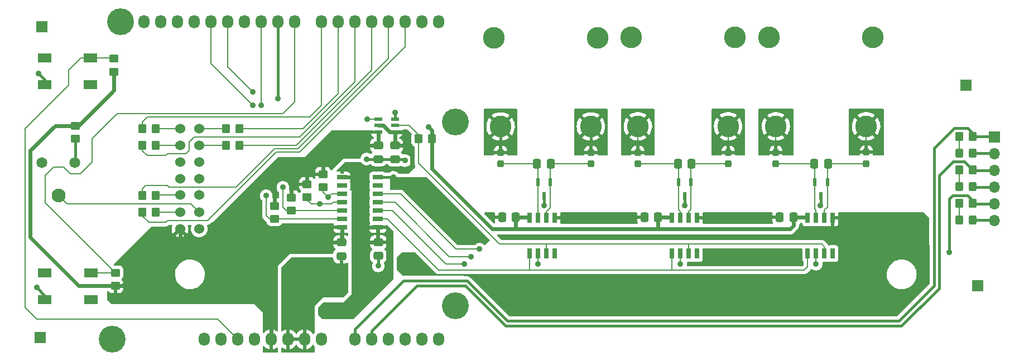
<source format=gtl>
G04 #@! TF.GenerationSoftware,KiCad,Pcbnew,(6.0.6)*
G04 #@! TF.CreationDate,2022-11-03T02:00:48+09:00*
G04 #@! TF.ProjectId,mt_reflowcnt,6d745f72-6566-46c6-9f77-636e742e6b69,rev?*
G04 #@! TF.SameCoordinates,Original*
G04 #@! TF.FileFunction,Copper,L1,Top*
G04 #@! TF.FilePolarity,Positive*
%FSLAX46Y46*%
G04 Gerber Fmt 4.6, Leading zero omitted, Abs format (unit mm)*
G04 Created by KiCad (PCBNEW (6.0.6)) date 2022-11-03 02:00:48*
%MOMM*%
%LPD*%
G01*
G04 APERTURE LIST*
G04 Aperture macros list*
%AMRoundRect*
0 Rectangle with rounded corners*
0 $1 Rounding radius*
0 $2 $3 $4 $5 $6 $7 $8 $9 X,Y pos of 4 corners*
0 Add a 4 corners polygon primitive as box body*
4,1,4,$2,$3,$4,$5,$6,$7,$8,$9,$2,$3,0*
0 Add four circle primitives for the rounded corners*
1,1,$1+$1,$2,$3*
1,1,$1+$1,$4,$5*
1,1,$1+$1,$6,$7*
1,1,$1+$1,$8,$9*
0 Add four rect primitives between the rounded corners*
20,1,$1+$1,$2,$3,$4,$5,0*
20,1,$1+$1,$4,$5,$6,$7,0*
20,1,$1+$1,$6,$7,$8,$9,0*
20,1,$1+$1,$8,$9,$2,$3,0*%
G04 Aperture macros list end*
G04 #@! TA.AperFunction,ComponentPad*
%ADD10R,1.700000X1.700000*%
G04 #@! TD*
G04 #@! TA.AperFunction,ComponentPad*
%ADD11O,1.727200X2.032000*%
G04 #@! TD*
G04 #@! TA.AperFunction,ComponentPad*
%ADD12C,4.064000*%
G04 #@! TD*
G04 #@! TA.AperFunction,SMDPad,CuDef*
%ADD13R,2.000000X1.400000*%
G04 #@! TD*
G04 #@! TA.AperFunction,SMDPad,CuDef*
%ADD14R,1.200000X0.600000*%
G04 #@! TD*
G04 #@! TA.AperFunction,SMDPad,CuDef*
%ADD15R,0.650000X1.525000*%
G04 #@! TD*
G04 #@! TA.AperFunction,SMDPad,CuDef*
%ADD16RoundRect,0.250000X-0.450000X0.350000X-0.450000X-0.350000X0.450000X-0.350000X0.450000X0.350000X0*%
G04 #@! TD*
G04 #@! TA.AperFunction,SMDPad,CuDef*
%ADD17RoundRect,0.250000X0.325000X0.450000X-0.325000X0.450000X-0.325000X-0.450000X0.325000X-0.450000X0*%
G04 #@! TD*
G04 #@! TA.AperFunction,ComponentPad*
%ADD18C,3.294000*%
G04 #@! TD*
G04 #@! TA.AperFunction,SMDPad,CuDef*
%ADD19RoundRect,0.250000X0.337500X0.475000X-0.337500X0.475000X-0.337500X-0.475000X0.337500X-0.475000X0*%
G04 #@! TD*
G04 #@! TA.AperFunction,SMDPad,CuDef*
%ADD20RoundRect,0.250000X0.350000X0.450000X-0.350000X0.450000X-0.350000X-0.450000X0.350000X-0.450000X0*%
G04 #@! TD*
G04 #@! TA.AperFunction,SMDPad,CuDef*
%ADD21RoundRect,0.237500X0.237500X-0.287500X0.237500X0.287500X-0.237500X0.287500X-0.237500X-0.287500X0*%
G04 #@! TD*
G04 #@! TA.AperFunction,SMDPad,CuDef*
%ADD22RoundRect,0.250000X0.450000X-0.350000X0.450000X0.350000X-0.450000X0.350000X-0.450000X-0.350000X0*%
G04 #@! TD*
G04 #@! TA.AperFunction,SMDPad,CuDef*
%ADD23RoundRect,0.250000X-0.475000X0.337500X-0.475000X-0.337500X0.475000X-0.337500X0.475000X0.337500X0*%
G04 #@! TD*
G04 #@! TA.AperFunction,SMDPad,CuDef*
%ADD24RoundRect,0.250000X-0.350000X-0.450000X0.350000X-0.450000X0.350000X0.450000X-0.350000X0.450000X0*%
G04 #@! TD*
G04 #@! TA.AperFunction,SMDPad,CuDef*
%ADD25R,0.600000X1.250000*%
G04 #@! TD*
G04 #@! TA.AperFunction,SMDPad,CuDef*
%ADD26R,1.525000X0.650000*%
G04 #@! TD*
G04 #@! TA.AperFunction,ComponentPad*
%ADD27C,1.524000*%
G04 #@! TD*
G04 #@! TA.AperFunction,ComponentPad*
%ADD28O,1.700000X1.700000*%
G04 #@! TD*
G04 #@! TA.AperFunction,ComponentPad*
%ADD29C,1.650000*%
G04 #@! TD*
G04 #@! TA.AperFunction,ComponentPad*
%ADD30C,2.100000*%
G04 #@! TD*
G04 #@! TA.AperFunction,ViaPad*
%ADD31C,0.889000*%
G04 #@! TD*
G04 #@! TA.AperFunction,Conductor*
%ADD32C,0.203200*%
G04 #@! TD*
G04 #@! TA.AperFunction,Conductor*
%ADD33C,0.406400*%
G04 #@! TD*
G04 #@! TA.AperFunction,Conductor*
%ADD34C,0.609600*%
G04 #@! TD*
G04 APERTURE END LIST*
D10*
G04 #@! TO.P,J5,1,Pin_1*
G04 #@! TO.N,GND*
X114046000Y-123571000D03*
G04 #@! TD*
G04 #@! TO.P,J6,1,Pin_1*
G04 #@! TO.N,GND*
X114300000Y-76327000D03*
G04 #@! TD*
G04 #@! TO.P,J8,1,Pin_1*
G04 #@! TO.N,GND*
X254508000Y-85217000D03*
G04 #@! TD*
G04 #@! TO.P,J7,1,Pin_1*
G04 #@! TO.N,GND*
X256286000Y-115697000D03*
G04 #@! TD*
D11*
G04 #@! TO.P,P1,1,Pin_1*
G04 #@! TO.N,unconnected-(P1-Pad1)*
X138938000Y-123825000D03*
G04 #@! TO.P,P1,2,Pin_2*
G04 #@! TO.N,/IOREF*
X141478000Y-123825000D03*
G04 #@! TO.P,P1,3,Pin_3*
G04 #@! TO.N,/Reset*
X144018000Y-123825000D03*
G04 #@! TO.P,P1,4,Pin_4*
G04 #@! TO.N,+3.3V*
X146558000Y-123825000D03*
G04 #@! TO.P,P1,5,Pin_5*
G04 #@! TO.N,+5V*
X149098000Y-123825000D03*
G04 #@! TO.P,P1,6,Pin_6*
G04 #@! TO.N,GND*
X151638000Y-123825000D03*
G04 #@! TO.P,P1,7,Pin_7*
X154178000Y-123825000D03*
G04 #@! TO.P,P1,8,Pin_8*
G04 #@! TO.N,/Vin*
X156718000Y-123825000D03*
G04 #@! TD*
G04 #@! TO.P,P2,1,Pin_1*
G04 #@! TO.N,/A0*
X161798000Y-123825000D03*
G04 #@! TO.P,P2,2,Pin_2*
G04 #@! TO.N,/A1*
X164338000Y-123825000D03*
G04 #@! TO.P,P2,3,Pin_3*
G04 #@! TO.N,/A2*
X166878000Y-123825000D03*
G04 #@! TO.P,P2,4,Pin_4*
G04 #@! TO.N,/A3*
X169418000Y-123825000D03*
G04 #@! TO.P,P2,5,Pin_5*
G04 #@! TO.N,/A4(SDA)*
X171958000Y-123825000D03*
G04 #@! TO.P,P2,6,Pin_6*
G04 #@! TO.N,/A5(SCL)*
X174498000Y-123825000D03*
G04 #@! TD*
G04 #@! TO.P,P3,1,Pin_1*
G04 #@! TO.N,unconnected-(P3-Pad1)*
X129794000Y-75565000D03*
G04 #@! TO.P,P3,2,Pin_2*
G04 #@! TO.N,unconnected-(P3-Pad2)*
X132334000Y-75565000D03*
G04 #@! TO.P,P3,3,Pin_3*
G04 #@! TO.N,/AREF*
X134874000Y-75565000D03*
G04 #@! TO.P,P3,4,Pin_4*
G04 #@! TO.N,GND*
X137414000Y-75565000D03*
G04 #@! TO.P,P3,5,Pin_5*
G04 #@! TO.N,/13(SCK)*
X139954000Y-75565000D03*
G04 #@! TO.P,P3,6,Pin_6*
G04 #@! TO.N,/12(MISO)*
X142494000Y-75565000D03*
G04 #@! TO.P,P3,7,Pin_7*
G04 #@! TO.N,/11(\u002A\u002A{slash}MOSI)*
X145034000Y-75565000D03*
G04 #@! TO.P,P3,8,Pin_8*
G04 #@! TO.N,/10(\u002A\u002A{slash}SS)*
X147574000Y-75565000D03*
G04 #@! TO.P,P3,9,Pin_9*
G04 #@! TO.N,/9(\u002A\u002A)*
X150114000Y-75565000D03*
G04 #@! TO.P,P3,10,Pin_10*
G04 #@! TO.N,/8*
X152654000Y-75565000D03*
G04 #@! TD*
G04 #@! TO.P,P4,1,Pin_1*
G04 #@! TO.N,/7*
X156718000Y-75565000D03*
G04 #@! TO.P,P4,2,Pin_2*
G04 #@! TO.N,/6(\u002A\u002A)*
X159258000Y-75565000D03*
G04 #@! TO.P,P4,3,Pin_3*
G04 #@! TO.N,/5(\u002A\u002A)*
X161798000Y-75565000D03*
G04 #@! TO.P,P4,4,Pin_4*
G04 #@! TO.N,/4*
X164338000Y-75565000D03*
G04 #@! TO.P,P4,5,Pin_5*
G04 #@! TO.N,/3(\u002A\u002A)*
X166878000Y-75565000D03*
G04 #@! TO.P,P4,6,Pin_6*
G04 #@! TO.N,/2*
X169418000Y-75565000D03*
G04 #@! TO.P,P4,7,Pin_7*
G04 #@! TO.N,/1(Tx)*
X171958000Y-75565000D03*
G04 #@! TO.P,P4,8,Pin_8*
G04 #@! TO.N,/0(Rx)*
X174498000Y-75565000D03*
G04 #@! TD*
D12*
G04 #@! TO.P,P5,1,Pin_1*
G04 #@! TO.N,unconnected-(P5-Pad1)*
X124968000Y-123825000D03*
G04 #@! TD*
G04 #@! TO.P,P6,1,Pin_1*
G04 #@! TO.N,unconnected-(P6-Pad1)*
X177038000Y-118745000D03*
G04 #@! TD*
G04 #@! TO.P,P7,1,Pin_1*
G04 #@! TO.N,unconnected-(P7-Pad1)*
X126238000Y-75565000D03*
G04 #@! TD*
G04 #@! TO.P,P8,1,Pin_1*
G04 #@! TO.N,unconnected-(P8-Pad1)*
X177038000Y-90805000D03*
G04 #@! TD*
D13*
G04 #@! TO.P,S2,1,N.O._1*
G04 #@! TO.N,unconnected-(S2-Pad1)*
X114711600Y-81083400D03*
G04 #@! TO.P,S2,2,N.O._2*
G04 #@! TO.N,/Reset*
X121711600Y-81083400D03*
G04 #@! TO.P,S2,3,COM_1*
G04 #@! TO.N,GND*
X114711600Y-85083400D03*
G04 #@! TO.P,S2,4,COM_2*
G04 #@! TO.N,unconnected-(S2-Pad4)*
X121711600Y-85083400D03*
G04 #@! TD*
D14*
G04 #@! TO.P,IC2,1,VCCA*
G04 #@! TO.N,+3.3V*
X167874000Y-92263000D03*
G04 #@! TO.P,IC2,2,GND*
G04 #@! TO.N,Net-(IC2-Pad2)*
X167874000Y-91313000D03*
G04 #@! TO.P,IC2,3,A*
G04 #@! TO.N,GND*
X167874000Y-90363000D03*
G04 #@! TO.P,IC2,4,B*
G04 #@! TO.N,/12(MISO)*
X165374000Y-90363000D03*
G04 #@! TO.P,IC2,5,OE*
G04 #@! TO.N,+3.3V*
X165374000Y-91313000D03*
G04 #@! TO.P,IC2,6,VCCB*
G04 #@! TO.N,+5V*
X165374000Y-92263000D03*
G04 #@! TD*
D15*
G04 #@! TO.P,IC5,1,GND*
G04 #@! TO.N,GND*
X234315000Y-105365000D03*
G04 #@! TO.P,IC5,2,T-*
G04 #@! TO.N,Net-(C10-Pad1)*
X233045000Y-105365000D03*
G04 #@! TO.P,IC5,3,T+*
G04 #@! TO.N,Net-(C10-Pad2)*
X231775000Y-105365000D03*
G04 #@! TO.P,IC5,4,VCC*
G04 #@! TO.N,+3.3V*
X230505000Y-105365000D03*
G04 #@! TO.P,IC5,5,SCK*
G04 #@! TO.N,Net-(IC1-Pad2)*
X230505000Y-110789000D03*
G04 #@! TO.P,IC5,6,~{CS}*
G04 #@! TO.N,Net-(IC5-Pad6)*
X231775000Y-110789000D03*
G04 #@! TO.P,IC5,7,SO*
G04 #@! TO.N,Net-(IC2-Pad2)*
X233045000Y-110789000D03*
G04 #@! TO.P,IC5,8,DNC*
G04 #@! TO.N,unconnected-(IC5-Pad8)*
X234315000Y-110789000D03*
G04 #@! TD*
D16*
G04 #@! TO.P,R16,1*
G04 #@! TO.N,+5V*
X154559000Y-100235000D03*
G04 #@! TO.P,R16,2*
G04 #@! TO.N,/A2*
X154559000Y-102235000D03*
G04 #@! TD*
G04 #@! TO.P,R14,1*
G04 #@! TO.N,+5V*
X149606000Y-103521000D03*
G04 #@! TO.P,R14,2*
G04 #@! TO.N,/13(SCK)*
X149606000Y-105521000D03*
G04 #@! TD*
D17*
G04 #@! TO.P,D3,1,K*
G04 #@! TO.N,GND*
X255542000Y-105664000D03*
G04 #@! TO.P,D3,2,A*
G04 #@! TO.N,Net-(D3-Pad2)*
X253492000Y-105664000D03*
G04 #@! TD*
D15*
G04 #@! TO.P,IC4,1,GND*
G04 #@! TO.N,GND*
X213741000Y-105365000D03*
G04 #@! TO.P,IC4,2,T-*
G04 #@! TO.N,Net-(C9-Pad1)*
X212471000Y-105365000D03*
G04 #@! TO.P,IC4,3,T+*
G04 #@! TO.N,Net-(C9-Pad2)*
X211201000Y-105365000D03*
G04 #@! TO.P,IC4,4,VCC*
G04 #@! TO.N,+3.3V*
X209931000Y-105365000D03*
G04 #@! TO.P,IC4,5,SCK*
G04 #@! TO.N,Net-(IC1-Pad2)*
X209931000Y-110789000D03*
G04 #@! TO.P,IC4,6,~{CS}*
G04 #@! TO.N,Net-(IC1-Pad4)*
X211201000Y-110789000D03*
G04 #@! TO.P,IC4,7,SO*
G04 #@! TO.N,Net-(IC2-Pad2)*
X212471000Y-110789000D03*
G04 #@! TO.P,IC4,8,DNC*
G04 #@! TO.N,unconnected-(IC4-Pad8)*
X213741000Y-110789000D03*
G04 #@! TD*
D18*
G04 #@! TO.P,J4,1,P*
G04 #@! TO.N,Net-(J4-Pad1)*
X225661600Y-91439800D03*
G04 #@! TO.P,J4,2,N*
G04 #@! TO.N,Net-(J4-Pad2)*
X239361600Y-91439800D03*
G04 #@! TO.P,J4,3,NC*
G04 #@! TO.N,unconnected-(J4-Pad3)*
X224661600Y-77939800D03*
G04 #@! TO.P,J4,4,NC*
G04 #@! TO.N,unconnected-(J4-Pad4)*
X240361600Y-77939800D03*
G04 #@! TD*
D19*
G04 #@! TO.P,C6,1*
G04 #@! TO.N,+3.3V*
X207793500Y-105283000D03*
G04 #@! TO.P,C6,2*
G04 #@! TO.N,GND*
X205718500Y-105283000D03*
G04 #@! TD*
D20*
G04 #@! TO.P,R18,1*
G04 #@! TO.N,+3.3V*
X173466000Y-93345000D03*
G04 #@! TO.P,R18,2*
G04 #@! TO.N,Net-(IC2-Pad2)*
X171466000Y-93345000D03*
G04 #@! TD*
D18*
G04 #@! TO.P,J2,1,P*
G04 #@! TO.N,Net-(J2-Pad1)*
X183904000Y-91459000D03*
G04 #@! TO.P,J2,2,N*
G04 #@! TO.N,Net-(J2-Pad2)*
X197604000Y-91459000D03*
G04 #@! TO.P,J2,3,NC*
G04 #@! TO.N,unconnected-(J2-Pad3)*
X182904000Y-77959000D03*
G04 #@! TO.P,J2,4,NC*
G04 #@! TO.N,unconnected-(J2-Pad4)*
X198604000Y-77959000D03*
G04 #@! TD*
D20*
G04 #@! TO.P,R5,1*
G04 #@! TO.N,/9(\u002A\u002A)*
X255524000Y-103124000D03*
G04 #@! TO.P,R5,2*
G04 #@! TO.N,Net-(D3-Pad2)*
X253524000Y-103124000D03*
G04 #@! TD*
G04 #@! TO.P,R9,1*
G04 #@! TO.N,Net-(R9-Pad1)*
X131556000Y-94361000D03*
G04 #@! TO.P,R9,2*
G04 #@! TO.N,/5(\u002A\u002A)*
X129556000Y-94361000D03*
G04 #@! TD*
G04 #@! TO.P,R2,1*
G04 #@! TO.N,/A0*
X255524000Y-92964000D03*
G04 #@! TO.P,R2,2*
G04 #@! TO.N,Net-(D1-Pad2)*
X253524000Y-92964000D03*
G04 #@! TD*
D16*
G04 #@! TO.P,R15,1*
G04 #@! TO.N,+5V*
X152146000Y-102267000D03*
G04 #@! TO.P,R15,2*
G04 #@! TO.N,/10(\u002A\u002A{slash}SS)*
X152146000Y-104267000D03*
G04 #@! TD*
D20*
G04 #@! TO.P,R6,1*
G04 #@! TO.N,Net-(R6-Pad1)*
X131572000Y-104521000D03*
G04 #@! TO.P,R6,2*
G04 #@! TO.N,/2*
X129572000Y-104521000D03*
G04 #@! TD*
D16*
G04 #@! TO.P,R17,1*
G04 #@! TO.N,+5V*
X156972000Y-98711000D03*
G04 #@! TO.P,R17,2*
G04 #@! TO.N,/A3*
X156972000Y-100711000D03*
G04 #@! TD*
D17*
G04 #@! TO.P,D2,1,K*
G04 #@! TO.N,GND*
X255542000Y-100584000D03*
G04 #@! TO.P,D2,2,A*
G04 #@! TO.N,Net-(D2-Pad2)*
X253492000Y-100584000D03*
G04 #@! TD*
D21*
G04 #@! TO.P,L3,1*
G04 #@! TO.N,Net-(C9-Pad2)*
X204724000Y-97155000D03*
G04 #@! TO.P,L3,2*
G04 #@! TO.N,Net-(J3-Pad1)*
X204724000Y-95405000D03*
G04 #@! TD*
D22*
G04 #@! TO.P,R13,1*
G04 #@! TO.N,+5V*
X125222000Y-83153000D03*
G04 #@! TO.P,R13,2*
G04 #@! TO.N,/Reset*
X125222000Y-81153000D03*
G04 #@! TD*
D23*
G04 #@! TO.P,C4,1*
G04 #@! TO.N,+3.3V*
X167894000Y-94361000D03*
G04 #@! TO.P,C4,2*
G04 #@! TO.N,GND*
X167894000Y-96436000D03*
G04 #@! TD*
D24*
G04 #@! TO.P,R10,1*
G04 #@! TO.N,Net-(R10-Pad1)*
X142256000Y-91821000D03*
G04 #@! TO.P,R10,2*
G04 #@! TO.N,/6(\u002A\u002A)*
X144256000Y-91821000D03*
G04 #@! TD*
D25*
G04 #@! TO.P,IC8,1,A_1*
G04 #@! TO.N,Net-(C10-Pad1)*
X233492000Y-99915000D03*
G04 #@! TO.P,IC8,2,A_2*
G04 #@! TO.N,Net-(C10-Pad2)*
X231582000Y-99915000D03*
G04 #@! TO.P,IC8,3,A_3*
G04 #@! TO.N,GND*
X232537000Y-102015000D03*
G04 #@! TD*
D21*
G04 #@! TO.P,L2,1*
G04 #@! TO.N,Net-(C8-Pad1)*
X197612000Y-97155000D03*
G04 #@! TO.P,L2,2*
G04 #@! TO.N,Net-(J2-Pad2)*
X197612000Y-95405000D03*
G04 #@! TD*
D20*
G04 #@! TO.P,R7,1*
G04 #@! TO.N,Net-(R7-Pad1)*
X131556000Y-101981000D03*
G04 #@! TO.P,R7,2*
G04 #@! TO.N,/3(\u002A\u002A)*
X129556000Y-101981000D03*
G04 #@! TD*
D26*
G04 #@! TO.P,IC1,1,VCCA*
G04 #@! TO.N,+3.3V*
X165272000Y-106807000D03*
G04 #@! TO.P,IC1,2,A1*
G04 #@! TO.N,Net-(IC1-Pad2)*
X165272000Y-105537000D03*
G04 #@! TO.P,IC1,3,A2*
G04 #@! TO.N,Net-(IC3-Pad6)*
X165272000Y-104267000D03*
G04 #@! TO.P,IC1,4,A3*
G04 #@! TO.N,Net-(IC1-Pad4)*
X165272000Y-102997000D03*
G04 #@! TO.P,IC1,5,A4*
G04 #@! TO.N,Net-(IC5-Pad6)*
X165272000Y-101727000D03*
G04 #@! TO.P,IC1,6,NC_1*
G04 #@! TO.N,unconnected-(IC1-Pad6)*
X165272000Y-100457000D03*
G04 #@! TO.P,IC1,7,GND*
G04 #@! TO.N,GND*
X165272000Y-99187000D03*
G04 #@! TO.P,IC1,8,OE*
G04 #@! TO.N,+3.3V*
X159848000Y-99187000D03*
G04 #@! TO.P,IC1,9,NC_2*
G04 #@! TO.N,unconnected-(IC1-Pad9)*
X159848000Y-100457000D03*
G04 #@! TO.P,IC1,10,B4*
G04 #@! TO.N,/A3*
X159848000Y-101727000D03*
G04 #@! TO.P,IC1,11,B3*
G04 #@! TO.N,/A2*
X159848000Y-102997000D03*
G04 #@! TO.P,IC1,12,B2*
G04 #@! TO.N,/10(\u002A\u002A{slash}SS)*
X159848000Y-104267000D03*
G04 #@! TO.P,IC1,13,B1*
G04 #@! TO.N,/13(SCK)*
X159848000Y-105537000D03*
G04 #@! TO.P,IC1,14,VCCB*
G04 #@! TO.N,+5V*
X159848000Y-106807000D03*
G04 #@! TD*
D21*
G04 #@! TO.P,L6,1*
G04 #@! TO.N,Net-(C10-Pad1)*
X239395000Y-97141000D03*
G04 #@! TO.P,L6,2*
G04 #@! TO.N,Net-(J4-Pad2)*
X239395000Y-95391000D03*
G04 #@! TD*
D13*
G04 #@! TO.P,S1,1,N.O._1*
G04 #@! TO.N,unconnected-(S1-Pad1)*
X114762400Y-113747800D03*
G04 #@! TO.P,S1,2,N.O._2*
G04 #@! TO.N,/8*
X121762400Y-113747800D03*
G04 #@! TO.P,S1,3,COM_1*
G04 #@! TO.N,GND*
X114762400Y-117747800D03*
G04 #@! TO.P,S1,4,COM_2*
G04 #@! TO.N,unconnected-(S1-Pad4)*
X121762400Y-117747800D03*
G04 #@! TD*
D27*
G04 #@! TO.P,U1,1,VSS*
G04 #@! TO.N,GND*
X138170000Y-107021000D03*
G04 #@! TO.P,U1,2,VDD*
G04 #@! TO.N,+5V*
X135270000Y-107061000D03*
G04 #@! TO.P,U1,3,Vo*
G04 #@! TO.N,Net-(R3-Pad3)*
X138170000Y-104521000D03*
G04 #@! TO.P,U1,4,RS*
G04 #@! TO.N,Net-(R6-Pad1)*
X135270000Y-104521000D03*
G04 #@! TO.P,U1,5,RW*
G04 #@! TO.N,GND*
X138170000Y-101911000D03*
G04 #@! TO.P,U1,6,E*
G04 #@! TO.N,Net-(R7-Pad1)*
X135270000Y-101891000D03*
G04 #@! TO.P,U1,7,DB0*
G04 #@! TO.N,unconnected-(U1-Pad7)*
X138170000Y-99431000D03*
G04 #@! TO.P,U1,8,DB1*
G04 #@! TO.N,unconnected-(U1-Pad8)*
X135270000Y-99441000D03*
G04 #@! TO.P,U1,9,DB2*
G04 #@! TO.N,unconnected-(U1-Pad9)*
X138170000Y-96901000D03*
G04 #@! TO.P,U1,10,DB3*
G04 #@! TO.N,unconnected-(U1-Pad10)*
X135270000Y-96901000D03*
G04 #@! TO.P,U1,11,DB4*
G04 #@! TO.N,Net-(R8-Pad1)*
X138170000Y-94361000D03*
G04 #@! TO.P,U1,12,DB5*
G04 #@! TO.N,Net-(R9-Pad1)*
X135270000Y-94361000D03*
G04 #@! TO.P,U1,13,DB6*
G04 #@! TO.N,Net-(R10-Pad1)*
X138170000Y-91821000D03*
G04 #@! TO.P,U1,14,DB7*
G04 #@! TO.N,Net-(R11-Pad1)*
X135270000Y-91821000D03*
G04 #@! TD*
D25*
G04 #@! TO.P,IC6,1,A_1*
G04 #@! TO.N,Net-(C8-Pad1)*
X191455000Y-99915000D03*
G04 #@! TO.P,IC6,2,A_2*
G04 #@! TO.N,Net-(C8-Pad2)*
X189545000Y-99915000D03*
G04 #@! TO.P,IC6,3,A_3*
G04 #@! TO.N,GND*
X190500000Y-102015000D03*
G04 #@! TD*
D20*
G04 #@! TO.P,R11,1*
G04 #@! TO.N,Net-(R11-Pad1)*
X131556000Y-91821000D03*
G04 #@! TO.P,R11,2*
G04 #@! TO.N,/7*
X129556000Y-91821000D03*
G04 #@! TD*
D10*
G04 #@! TO.P,J1,1,Pin_1*
G04 #@! TO.N,/A0*
X258826000Y-93040200D03*
D28*
G04 #@! TO.P,J1,2,Pin_2*
G04 #@! TO.N,GND*
X258826000Y-95580200D03*
G04 #@! TO.P,J1,3,Pin_3*
G04 #@! TO.N,/A1*
X258826000Y-98120200D03*
G04 #@! TO.P,J1,4,Pin_4*
G04 #@! TO.N,GND*
X258826000Y-100660200D03*
G04 #@! TO.P,J1,5,Pin_5*
G04 #@! TO.N,/9(\u002A\u002A)*
X258826000Y-103200200D03*
G04 #@! TO.P,J1,6,Pin_6*
G04 #@! TO.N,GND*
X258826000Y-105740200D03*
G04 #@! TD*
D23*
G04 #@! TO.P,C3,1*
G04 #@! TO.N,+3.3V*
X165354000Y-109050000D03*
G04 #@! TO.P,C3,2*
G04 #@! TO.N,GND*
X165354000Y-111125000D03*
G04 #@! TD*
D20*
G04 #@! TO.P,R4,1*
G04 #@! TO.N,/A1*
X255508000Y-98044000D03*
G04 #@! TO.P,R4,2*
G04 #@! TO.N,Net-(D2-Pad2)*
X253508000Y-98044000D03*
G04 #@! TD*
D17*
G04 #@! TO.P,D1,1,K*
G04 #@! TO.N,GND*
X255524000Y-95504000D03*
G04 #@! TO.P,D1,2,A*
G04 #@! TO.N,Net-(D1-Pad2)*
X253474000Y-95504000D03*
G04 #@! TD*
D22*
G04 #@! TO.P,R12,1*
G04 #@! TO.N,+5V*
X125476000Y-115697000D03*
G04 #@! TO.P,R12,2*
G04 #@! TO.N,/8*
X125476000Y-113697000D03*
G04 #@! TD*
D19*
G04 #@! TO.P,C8,1*
G04 #@! TO.N,Net-(C8-Pad1)*
X191516000Y-97155000D03*
G04 #@! TO.P,C8,2*
G04 #@! TO.N,Net-(C8-Pad2)*
X189441000Y-97155000D03*
G04 #@! TD*
G04 #@! TO.P,C7,1*
G04 #@! TO.N,+3.3V*
X228346000Y-105283000D03*
G04 #@! TO.P,C7,2*
G04 #@! TO.N,GND*
X226271000Y-105283000D03*
G04 #@! TD*
D24*
G04 #@! TO.P,R8,1*
G04 #@! TO.N,Net-(R8-Pad1)*
X142240000Y-94361000D03*
G04 #@! TO.P,R8,2*
G04 #@! TO.N,/4*
X144240000Y-94361000D03*
G04 #@! TD*
D25*
G04 #@! TO.P,IC7,1,A_1*
G04 #@! TO.N,Net-(C9-Pad1)*
X212791000Y-99915000D03*
G04 #@! TO.P,IC7,2,A_2*
G04 #@! TO.N,Net-(C9-Pad2)*
X210881000Y-99915000D03*
G04 #@! TO.P,IC7,3,A_3*
G04 #@! TO.N,GND*
X211836000Y-102015000D03*
G04 #@! TD*
D21*
G04 #@! TO.P,L4,1*
G04 #@! TO.N,Net-(C9-Pad1)*
X218440000Y-97155000D03*
G04 #@! TO.P,L4,2*
G04 #@! TO.N,Net-(J3-Pad2)*
X218440000Y-95405000D03*
G04 #@! TD*
D18*
G04 #@! TO.P,J3,1,P*
G04 #@! TO.N,Net-(J3-Pad1)*
X204732000Y-91439800D03*
G04 #@! TO.P,J3,2,N*
G04 #@! TO.N,Net-(J3-Pad2)*
X218432000Y-91439800D03*
G04 #@! TO.P,J3,3,NC*
G04 #@! TO.N,unconnected-(J3-Pad3)*
X203732000Y-77939800D03*
G04 #@! TO.P,J3,4,NC*
G04 #@! TO.N,unconnected-(J3-Pad4)*
X219432000Y-77939800D03*
G04 #@! TD*
D29*
G04 #@! TO.P,R3,1,1*
G04 #@! TO.N,Net-(R1-Pad2)*
X119340000Y-96951400D03*
G04 #@! TO.P,R3,2,2*
G04 #@! TO.N,GND*
X114340000Y-96951400D03*
D30*
G04 #@! TO.P,R3,3,3*
G04 #@! TO.N,Net-(R3-Pad3)*
X116840000Y-101951400D03*
G04 #@! TD*
D19*
G04 #@! TO.P,C10,1*
G04 #@! TO.N,Net-(C10-Pad1)*
X233596000Y-97155000D03*
G04 #@! TO.P,C10,2*
G04 #@! TO.N,Net-(C10-Pad2)*
X231521000Y-97155000D03*
G04 #@! TD*
D23*
G04 #@! TO.P,C1,1*
G04 #@! TO.N,+5V*
X159766000Y-109093000D03*
G04 #@! TO.P,C1,2*
G04 #@! TO.N,GND*
X159766000Y-111168000D03*
G04 #@! TD*
D19*
G04 #@! TO.P,C9,1*
G04 #@! TO.N,Net-(C9-Pad1)*
X212873500Y-97155000D03*
G04 #@! TO.P,C9,2*
G04 #@! TO.N,Net-(C9-Pad2)*
X210798500Y-97155000D03*
G04 #@! TD*
D23*
G04 #@! TO.P,C2,1*
G04 #@! TO.N,+5V*
X165354000Y-94339500D03*
G04 #@! TO.P,C2,2*
G04 #@! TO.N,GND*
X165354000Y-96414500D03*
G04 #@! TD*
D19*
G04 #@! TO.P,C5,1*
G04 #@! TO.N,+3.3V*
X186203500Y-105283000D03*
G04 #@! TO.P,C5,2*
G04 #@! TO.N,GND*
X184128500Y-105283000D03*
G04 #@! TD*
D21*
G04 #@! TO.P,L5,1*
G04 #@! TO.N,Net-(C10-Pad2)*
X225679000Y-97155000D03*
G04 #@! TO.P,L5,2*
G04 #@! TO.N,Net-(J4-Pad1)*
X225679000Y-95405000D03*
G04 #@! TD*
D16*
G04 #@! TO.P,R1,1*
G04 #@! TO.N,+5V*
X119380000Y-91329000D03*
G04 #@! TO.P,R1,2*
G04 #@! TO.N,Net-(R1-Pad2)*
X119380000Y-93329000D03*
G04 #@! TD*
D21*
G04 #@! TO.P,L1,1*
G04 #@! TO.N,Net-(C8-Pad2)*
X183896000Y-97155000D03*
G04 #@! TO.P,L1,2*
G04 #@! TO.N,Net-(J2-Pad1)*
X183896000Y-95405000D03*
G04 #@! TD*
D15*
G04 #@! TO.P,IC3,1,GND*
G04 #@! TO.N,GND*
X192151000Y-105365000D03*
G04 #@! TO.P,IC3,2,T-*
G04 #@! TO.N,Net-(C8-Pad1)*
X190881000Y-105365000D03*
G04 #@! TO.P,IC3,3,T+*
G04 #@! TO.N,Net-(C8-Pad2)*
X189611000Y-105365000D03*
G04 #@! TO.P,IC3,4,VCC*
G04 #@! TO.N,+3.3V*
X188341000Y-105365000D03*
G04 #@! TO.P,IC3,5,SCK*
G04 #@! TO.N,Net-(IC1-Pad2)*
X188341000Y-110789000D03*
G04 #@! TO.P,IC3,6,~{CS}*
G04 #@! TO.N,Net-(IC3-Pad6)*
X189611000Y-110789000D03*
G04 #@! TO.P,IC3,7,SO*
G04 #@! TO.N,Net-(IC2-Pad2)*
X190881000Y-110789000D03*
G04 #@! TO.P,IC3,8,DNC*
G04 #@! TO.N,unconnected-(IC3-Pad8)*
X192151000Y-110789000D03*
G04 #@! TD*
D31*
G04 #@! TO.N,GND*
X152654000Y-112141000D03*
X173990000Y-104775000D03*
X172466000Y-99949000D03*
X180848000Y-108331000D03*
G04 #@! TO.N,Net-(IC1-Pad4)*
X179451000Y-111252000D03*
X211201000Y-112395000D03*
G04 #@! TO.N,GND*
X234823000Y-115824000D03*
X229743000Y-115824000D03*
X224663000Y-115824000D03*
X218821000Y-115824000D03*
X213614000Y-115824000D03*
X208280000Y-115824000D03*
X202311000Y-115824000D03*
X196469000Y-115824000D03*
X189611000Y-115824000D03*
X243332000Y-119380000D03*
X248031000Y-114935000D03*
X247777000Y-105537000D03*
X239014000Y-112649000D03*
X239776000Y-115697000D03*
X186055000Y-119380000D03*
X182372000Y-115824000D03*
X228600000Y-110871000D03*
X218440000Y-110871000D03*
X235966000Y-112649000D03*
X169418000Y-112395000D03*
X186690000Y-108331000D03*
X193548000Y-108331000D03*
X208534000Y-108331000D03*
X215138000Y-108331000D03*
X228854000Y-108331000D03*
X235966000Y-108331000D03*
X235712000Y-105283000D03*
X151638000Y-116967000D03*
X165354000Y-112649000D03*
X190500000Y-103505000D03*
X211836000Y-103505000D03*
X159766000Y-112649000D03*
X224790000Y-105283000D03*
X113792000Y-83439000D03*
X215056000Y-105365000D03*
X182626000Y-105283000D03*
X232410000Y-103505000D03*
X167640000Y-99187000D03*
X154178000Y-116967000D03*
X167874000Y-89301000D03*
X203962000Y-105283000D03*
X169418000Y-96647000D03*
X113538000Y-115951000D03*
X163597500Y-96414500D03*
X193802000Y-105283000D03*
G04 #@! TO.N,/A2*
X156464000Y-103251000D03*
G04 #@! TO.N,/A3*
X157734000Y-102235000D03*
G04 #@! TO.N,/9(\u002A\u002A)*
X150114000Y-87249000D03*
X251968000Y-110617000D03*
G04 #@! TO.N,/13(SCK)*
X148336000Y-101981000D03*
X146304000Y-88265000D03*
G04 #@! TO.N,/12(MISO)*
X163642000Y-90363000D03*
X146304000Y-86233000D03*
G04 #@! TO.N,/10(\u002A\u002A{slash}SS)*
X150876000Y-100711000D03*
X147574000Y-88265000D03*
G04 #@! TO.N,+3.3V*
X156972000Y-119507000D03*
X169418000Y-92329000D03*
X172974000Y-91567000D03*
G04 #@! TO.N,Net-(IC3-Pad6)*
X178435000Y-112395000D03*
X189611000Y-112395000D03*
G04 #@! TO.N,Net-(IC5-Pad6)*
X231775000Y-112395000D03*
X180721000Y-110109000D03*
G04 #@! TD*
D32*
G04 #@! TO.N,Net-(IC1-Pad4)*
X176149000Y-111252000D02*
X179451000Y-111252000D01*
X167894000Y-102997000D02*
X176149000Y-111252000D01*
X165272000Y-102997000D02*
X167894000Y-102997000D01*
X211201000Y-110789000D02*
X211201000Y-112395000D01*
D33*
G04 #@! TO.N,GND*
X241300000Y-107569000D02*
X241300000Y-116205000D01*
X240030000Y-106299000D02*
X241300000Y-107569000D01*
X239014000Y-105283000D02*
X240030000Y-106299000D01*
X235712000Y-105283000D02*
X239014000Y-105283000D01*
D32*
G04 #@! TO.N,/Reset*
X118364000Y-82931000D02*
X118364000Y-85217000D01*
X140970000Y-120777000D02*
X144018000Y-123825000D01*
X120211600Y-81083400D02*
X118364000Y-82931000D01*
X113538000Y-120777000D02*
X140970000Y-120777000D01*
X111760000Y-118999000D02*
X113538000Y-120777000D01*
X118364000Y-85217000D02*
X111760000Y-91821000D01*
X111760000Y-91821000D02*
X111760000Y-118999000D01*
X121711600Y-81083400D02*
X120211600Y-81083400D01*
X121711600Y-81083400D02*
X125152400Y-81083400D01*
X125152400Y-81083400D02*
X125222000Y-81153000D01*
D34*
G04 #@! TO.N,+5V*
X154559000Y-98044000D02*
X155448000Y-97155000D01*
X135270000Y-107061000D02*
X135270000Y-108981000D01*
X149606000Y-100711000D02*
X149606000Y-99949000D01*
X119380000Y-91329000D02*
X119872000Y-91329000D01*
X127508000Y-114681000D02*
X126492000Y-115697000D01*
X125222000Y-85979000D02*
X125222000Y-83153000D01*
X149606000Y-99949000D02*
X150114000Y-99441000D01*
X112522000Y-95123000D02*
X112522000Y-108331000D01*
X147574000Y-100711000D02*
X146812000Y-101473000D01*
X116316000Y-91329000D02*
X112522000Y-95123000D01*
X149606000Y-100711000D02*
X147574000Y-100711000D01*
X149098000Y-123825000D02*
X149098000Y-109093000D01*
X165354000Y-94339500D02*
X158517500Y-94339500D01*
X112522000Y-108331000D02*
X119888000Y-115697000D01*
X152908000Y-98425000D02*
X154432000Y-98425000D01*
X149606000Y-103521000D02*
X149606000Y-100711000D01*
X146812000Y-109093000D02*
X135382000Y-109093000D01*
X152146000Y-102267000D02*
X152146000Y-99187000D01*
X165374000Y-94319500D02*
X165354000Y-94339500D01*
X149098000Y-109093000D02*
X146812000Y-109093000D01*
X159848000Y-106807000D02*
X159848000Y-109011000D01*
X159766000Y-109093000D02*
X149098000Y-109093000D01*
X129286000Y-109093000D02*
X135382000Y-109093000D01*
X152146000Y-99187000D02*
X152908000Y-98425000D01*
X146812000Y-101473000D02*
X146812000Y-109093000D01*
X119872000Y-91329000D02*
X125222000Y-85979000D01*
X135270000Y-108981000D02*
X135382000Y-109093000D01*
X156972000Y-95885000D02*
X156972000Y-98711000D01*
X154559000Y-100235000D02*
X154559000Y-98044000D01*
X119380000Y-91329000D02*
X116316000Y-91329000D01*
X127508000Y-110871000D02*
X127508000Y-114681000D01*
X159848000Y-109011000D02*
X159766000Y-109093000D01*
X165374000Y-92263000D02*
X165374000Y-94319500D01*
X155448000Y-97155000D02*
X156972000Y-97155000D01*
X158517500Y-94339500D02*
X156972000Y-95885000D01*
X126492000Y-115697000D02*
X125476000Y-115697000D01*
X150114000Y-99441000D02*
X151892000Y-99441000D01*
X129286000Y-109093000D02*
X127508000Y-110871000D01*
X119888000Y-115697000D02*
X125476000Y-115697000D01*
D33*
G04 #@! TO.N,GND*
X167874000Y-90363000D02*
X167874000Y-89301000D01*
X258749800Y-105664000D02*
X258826000Y-105740200D01*
X184128500Y-105283000D02*
X182626000Y-105283000D01*
X213741000Y-105365000D02*
X215056000Y-105365000D01*
X193720000Y-105365000D02*
X193802000Y-105283000D01*
X232410000Y-103251000D02*
X232410000Y-103505000D01*
X165272000Y-99187000D02*
X167640000Y-99187000D01*
X205718500Y-105283000D02*
X203962000Y-105283000D01*
X258749800Y-95504000D02*
X258826000Y-95580200D01*
X154178000Y-123825000D02*
X154178000Y-116967000D01*
X232537000Y-103124000D02*
X232410000Y-103251000D01*
X258826000Y-100660200D02*
X255618200Y-100660200D01*
X114762400Y-117747800D02*
X114762400Y-117175400D01*
X211836000Y-102015000D02*
X211836000Y-103505000D01*
X235630000Y-105365000D02*
X235712000Y-105283000D01*
X226271000Y-105283000D02*
X224790000Y-105283000D01*
X190500000Y-102015000D02*
X190500000Y-103505000D01*
X169207000Y-96436000D02*
X169418000Y-96647000D01*
X232537000Y-102015000D02*
X232537000Y-103124000D01*
X167894000Y-96436000D02*
X169207000Y-96436000D01*
X167872500Y-96414500D02*
X167894000Y-96436000D01*
X114711600Y-85083400D02*
X114711600Y-84358600D01*
X234315000Y-105365000D02*
X235630000Y-105365000D01*
X159766000Y-111168000D02*
X159766000Y-112649000D01*
X255524000Y-95504000D02*
X258749800Y-95504000D01*
X165354000Y-96414500D02*
X167872500Y-96414500D01*
X114711600Y-84358600D02*
X113792000Y-83439000D01*
X165354000Y-96414500D02*
X163597500Y-96414500D01*
X165354000Y-111125000D02*
X165354000Y-112649000D01*
X255542000Y-105664000D02*
X258749800Y-105664000D01*
X151638000Y-123825000D02*
X151638000Y-116967000D01*
X114762400Y-117175400D02*
X113538000Y-115951000D01*
X192151000Y-105365000D02*
X193720000Y-105365000D01*
X255618200Y-100660200D02*
X255542000Y-100584000D01*
G04 #@! TO.N,/A0*
X249682000Y-115697000D02*
X249682000Y-94742000D01*
X161798000Y-123825000D02*
X161798000Y-122301000D01*
X258749800Y-92964000D02*
X258826000Y-93040200D01*
X244348000Y-121031000D02*
X249682000Y-115697000D01*
X249682000Y-94742000D02*
X252730000Y-91694000D01*
X255524000Y-92456000D02*
X255524000Y-92964000D01*
X255524000Y-92964000D02*
X258749800Y-92964000D01*
X254762000Y-91694000D02*
X255524000Y-92456000D01*
X178816000Y-114935000D02*
X184912000Y-121031000D01*
X169164000Y-114935000D02*
X178816000Y-114935000D01*
X161798000Y-122301000D02*
X169164000Y-114935000D01*
X184912000Y-121031000D02*
X244348000Y-121031000D01*
X252730000Y-91694000D02*
X254762000Y-91694000D01*
G04 #@! TO.N,/A1*
X164338000Y-122555000D02*
X171196000Y-115697000D01*
X258826000Y-98120200D02*
X255584200Y-98120200D01*
X164338000Y-123825000D02*
X164338000Y-122555000D01*
X178562000Y-115697000D02*
X184658000Y-121793000D01*
X252603000Y-96774000D02*
X254238000Y-96774000D01*
X244729000Y-121793000D02*
X250444000Y-116078000D01*
X184658000Y-121793000D02*
X244729000Y-121793000D01*
X171196000Y-115697000D02*
X178562000Y-115697000D01*
X250444000Y-98933000D02*
X252603000Y-96774000D01*
X254238000Y-96774000D02*
X255508000Y-98044000D01*
X255584200Y-98120200D02*
X255508000Y-98044000D01*
X250444000Y-116078000D02*
X250444000Y-98933000D01*
D32*
G04 #@! TO.N,/A2*
X156464000Y-103251000D02*
X155194000Y-103251000D01*
X158496000Y-102997000D02*
X158242000Y-103251000D01*
X159848000Y-102997000D02*
X158496000Y-102997000D01*
X158242000Y-103251000D02*
X156464000Y-103251000D01*
X155194000Y-103251000D02*
X154559000Y-102616000D01*
X154559000Y-102616000D02*
X154559000Y-102235000D01*
G04 #@! TO.N,/A3*
X156972000Y-101473000D02*
X157734000Y-102235000D01*
X159848000Y-101727000D02*
X158242000Y-101727000D01*
X158242000Y-101727000D02*
X157734000Y-102235000D01*
X156972000Y-100711000D02*
X156972000Y-101473000D01*
D33*
G04 #@! TO.N,/9(\u002A\u002A)*
X255524000Y-103124000D02*
X255524000Y-102743000D01*
X255600200Y-103200200D02*
X255524000Y-103124000D01*
X258826000Y-103200200D02*
X255600200Y-103200200D01*
X254762000Y-101981000D02*
X252476000Y-101981000D01*
X252476000Y-101981000D02*
X251968000Y-102489000D01*
X255524000Y-102743000D02*
X254762000Y-101981000D01*
X251968000Y-102489000D02*
X251968000Y-110617000D01*
X150114000Y-75565000D02*
X150114000Y-87249000D01*
D32*
G04 #@! TO.N,/8*
X125730000Y-89535000D02*
X150876000Y-89535000D01*
X117602000Y-97663000D02*
X118618000Y-98679000D01*
X114808000Y-103029000D02*
X114808000Y-98933000D01*
X118618000Y-98679000D02*
X120142000Y-98679000D01*
X121762400Y-113747800D02*
X125425200Y-113747800D01*
X125476000Y-113697000D02*
X114808000Y-103029000D01*
X120142000Y-98679000D02*
X121920000Y-96901000D01*
X121920000Y-93345000D02*
X125730000Y-89535000D01*
X114808000Y-98933000D02*
X116078000Y-97663000D01*
X150876000Y-89535000D02*
X152654000Y-87757000D01*
X116078000Y-97663000D02*
X117602000Y-97663000D01*
X152654000Y-87757000D02*
X152654000Y-75565000D01*
X125425200Y-113747800D02*
X125476000Y-113697000D01*
X121920000Y-96901000D02*
X121920000Y-93345000D01*
G04 #@! TO.N,/7*
X156718000Y-88265000D02*
X156718000Y-75565000D01*
X129556000Y-91821000D02*
X129556000Y-90789000D01*
X154940000Y-90043000D02*
X156718000Y-88265000D01*
X130302000Y-90043000D02*
X154940000Y-90043000D01*
X129556000Y-90789000D02*
X130302000Y-90043000D01*
G04 #@! TO.N,/6(\u002A\u002A)*
X153924000Y-91821000D02*
X159258000Y-86487000D01*
X159258000Y-86487000D02*
X159258000Y-75565000D01*
X144256000Y-91821000D02*
X153924000Y-91821000D01*
G04 #@! TO.N,/5(\u002A\u002A)*
X136144000Y-95631000D02*
X136652000Y-95123000D01*
X129556000Y-95139000D02*
X130302000Y-95885000D01*
X133096000Y-95885000D02*
X133350000Y-95631000D01*
X161798000Y-75565000D02*
X161798000Y-84709000D01*
X136652000Y-95123000D02*
X136652000Y-93853000D01*
X129556000Y-94361000D02*
X129556000Y-95139000D01*
X130302000Y-95885000D02*
X133096000Y-95885000D01*
X137414000Y-93091000D02*
X153416000Y-93091000D01*
X161798000Y-84709000D02*
X153416000Y-93091000D01*
X136652000Y-93853000D02*
X137414000Y-93091000D01*
X133350000Y-95631000D02*
X136144000Y-95631000D01*
G04 #@! TO.N,/4*
X164338000Y-82931000D02*
X152908000Y-94361000D01*
X164338000Y-75565000D02*
X164338000Y-82931000D01*
X144240000Y-94361000D02*
X152908000Y-94361000D01*
G04 #@! TO.N,/3(\u002A\u002A)*
X143764000Y-100711000D02*
X149606000Y-94869000D01*
X129556000Y-101981000D02*
X129556000Y-100949000D01*
X133350000Y-100457000D02*
X133604000Y-100711000D01*
X130048000Y-100457000D02*
X133350000Y-100457000D01*
X166878000Y-81153000D02*
X166878000Y-75565000D01*
X133604000Y-100711000D02*
X143764000Y-100711000D01*
X129556000Y-100949000D02*
X130048000Y-100457000D01*
X149606000Y-94869000D02*
X153162000Y-94869000D01*
X153162000Y-94869000D02*
X166878000Y-81153000D01*
G04 #@! TO.N,/2*
X169418000Y-79375000D02*
X153416000Y-95377000D01*
X153416000Y-95377000D02*
X149860000Y-95377000D01*
X133096000Y-106045000D02*
X130556000Y-106045000D01*
X130556000Y-106045000D02*
X129572000Y-105061000D01*
X133350000Y-105791000D02*
X133096000Y-106045000D01*
X149860000Y-95377000D02*
X139446000Y-105791000D01*
X169418000Y-75565000D02*
X169418000Y-79375000D01*
X129572000Y-105061000D02*
X129572000Y-104521000D01*
X139446000Y-105791000D02*
X133350000Y-105791000D01*
G04 #@! TO.N,Net-(R3-Pad3)*
X136900000Y-103251000D02*
X118139600Y-103251000D01*
X118139600Y-103251000D02*
X116840000Y-101951400D01*
X138170000Y-104521000D02*
X136900000Y-103251000D01*
G04 #@! TO.N,Net-(R6-Pad1)*
X131572000Y-104521000D02*
X135270000Y-104521000D01*
G04 #@! TO.N,/13(SCK)*
X139954000Y-81915000D02*
X146304000Y-88265000D01*
X139954000Y-75565000D02*
X139954000Y-81915000D01*
X159848000Y-105537000D02*
X149622000Y-105537000D01*
X148828000Y-105521000D02*
X148336000Y-105029000D01*
X148336000Y-105029000D02*
X148336000Y-101981000D01*
X149622000Y-105537000D02*
X149606000Y-105521000D01*
X149606000Y-105521000D02*
X148828000Y-105521000D01*
G04 #@! TO.N,/12(MISO)*
X165374000Y-90363000D02*
X163642000Y-90363000D01*
X142494000Y-75565000D02*
X142494000Y-82423000D01*
X142494000Y-82423000D02*
X146304000Y-86233000D01*
G04 #@! TO.N,Net-(R7-Pad1)*
X131646000Y-101891000D02*
X131556000Y-101981000D01*
X135270000Y-101891000D02*
X131646000Y-101891000D01*
G04 #@! TO.N,Net-(R8-Pad1)*
X138170000Y-94361000D02*
X142240000Y-94361000D01*
G04 #@! TO.N,Net-(R9-Pad1)*
X131556000Y-94361000D02*
X135270000Y-94361000D01*
G04 #@! TO.N,Net-(R10-Pad1)*
X142256000Y-91821000D02*
X138170000Y-91821000D01*
D33*
G04 #@! TO.N,Net-(J2-Pad1)*
X183904000Y-91459000D02*
X183904000Y-95397000D01*
X183904000Y-95397000D02*
X183896000Y-95405000D01*
G04 #@! TO.N,Net-(J2-Pad2)*
X197604000Y-95397000D02*
X197612000Y-95405000D01*
X197604000Y-91459000D02*
X197604000Y-95397000D01*
D32*
G04 #@! TO.N,/10(\u002A\u002A{slash}SS)*
X159848000Y-104267000D02*
X152146000Y-104267000D01*
X150876000Y-103759000D02*
X150876000Y-100711000D01*
X151384000Y-104267000D02*
X150876000Y-103759000D01*
X152146000Y-104267000D02*
X151384000Y-104267000D01*
X147574000Y-75565000D02*
X147574000Y-88265000D01*
D33*
G04 #@! TO.N,Net-(R1-Pad2)*
X119380000Y-93329000D02*
X119380000Y-96911400D01*
X119380000Y-96911400D02*
X119340000Y-96951400D01*
D32*
G04 #@! TO.N,Net-(D1-Pad2)*
X253524000Y-92964000D02*
X253524000Y-95454000D01*
X253524000Y-95454000D02*
X253474000Y-95504000D01*
G04 #@! TO.N,Net-(D2-Pad2)*
X253508000Y-98044000D02*
X253508000Y-100568000D01*
X253508000Y-100568000D02*
X253492000Y-100584000D01*
G04 #@! TO.N,Net-(R11-Pad1)*
X131556000Y-91821000D02*
X135270000Y-91821000D01*
G04 #@! TO.N,Net-(J4-Pad1)*
X225661600Y-95387600D02*
X225679000Y-95405000D01*
X225661600Y-91439800D02*
X225661600Y-95387600D01*
G04 #@! TO.N,Net-(J4-Pad2)*
X239361600Y-95357600D02*
X239395000Y-95391000D01*
X239361600Y-91439800D02*
X239361600Y-95357600D01*
G04 #@! TO.N,Net-(J3-Pad1)*
X204732000Y-95397000D02*
X204732000Y-91439800D01*
X204724000Y-95405000D02*
X204732000Y-95397000D01*
G04 #@! TO.N,Net-(J3-Pad2)*
X218432000Y-91439800D02*
X218432000Y-95397000D01*
X218432000Y-95397000D02*
X218440000Y-95405000D01*
D34*
G04 #@! TO.N,+3.3V*
X169926000Y-97917000D02*
X170434000Y-97409000D01*
X162560000Y-99695000D02*
X162560000Y-106299000D01*
X228346000Y-106553000D02*
X227838000Y-107061000D01*
X228346000Y-105283000D02*
X228346000Y-106553000D01*
X230423000Y-105283000D02*
X230505000Y-105365000D01*
X170434000Y-95377000D02*
X169418000Y-94361000D01*
X207772000Y-107061000D02*
X185928000Y-107061000D01*
X186203500Y-105283000D02*
X188259000Y-105283000D01*
X173466000Y-97901000D02*
X173466000Y-93345000D01*
X209849000Y-105283000D02*
X209931000Y-105365000D01*
X163830000Y-97917000D02*
X169926000Y-97917000D01*
X163111000Y-109050000D02*
X162560000Y-109601000D01*
X173466000Y-92059000D02*
X172974000Y-91567000D01*
X156972000Y-119507000D02*
X161290000Y-119507000D01*
X165374000Y-91313000D02*
X166116000Y-91313000D01*
X207793500Y-105283000D02*
X207793500Y-107039500D01*
X162560000Y-106299000D02*
X163068000Y-106807000D01*
X165354000Y-109050000D02*
X163111000Y-109050000D01*
X207793500Y-107039500D02*
X207772000Y-107061000D01*
X207793500Y-105283000D02*
X209849000Y-105283000D01*
X186203500Y-105283000D02*
X186203500Y-106785500D01*
X165272000Y-106807000D02*
X165272000Y-108968000D01*
X159848000Y-99187000D02*
X162052000Y-99187000D01*
X167874000Y-94341000D02*
X167894000Y-94361000D01*
X227838000Y-107061000D02*
X207772000Y-107061000D01*
X182626000Y-107061000D02*
X173466000Y-97901000D01*
X162306000Y-99441000D02*
X163830000Y-97917000D01*
X167874000Y-92263000D02*
X167874000Y-94341000D01*
X162306000Y-99441000D02*
X162560000Y-99695000D01*
X162560000Y-109601000D02*
X162560000Y-118237000D01*
X170434000Y-97409000D02*
X170434000Y-95377000D01*
X163068000Y-106807000D02*
X165272000Y-106807000D01*
X169418000Y-94361000D02*
X167894000Y-94361000D01*
X166116000Y-91313000D02*
X167066000Y-92263000D01*
X162052000Y-99187000D02*
X162306000Y-99441000D01*
X173466000Y-93345000D02*
X173466000Y-92059000D01*
X167066000Y-92263000D02*
X167874000Y-92263000D01*
X165272000Y-108968000D02*
X165354000Y-109050000D01*
X185928000Y-107061000D02*
X182626000Y-107061000D01*
X228346000Y-105283000D02*
X230423000Y-105283000D01*
X167874000Y-92263000D02*
X169352000Y-92263000D01*
X188259000Y-105283000D02*
X188341000Y-105365000D01*
X169352000Y-92263000D02*
X169418000Y-92329000D01*
X186203500Y-106785500D02*
X185928000Y-107061000D01*
X162560000Y-118237000D02*
X161290000Y-119507000D01*
D32*
G04 #@! TO.N,Net-(D3-Pad2)*
X253492000Y-103156000D02*
X253492000Y-105664000D01*
X253524000Y-103124000D02*
X253492000Y-103156000D01*
G04 #@! TO.N,Net-(IC2-Pad2)*
X190754000Y-109347000D02*
X183769000Y-109347000D01*
X171466000Y-97044000D02*
X171466000Y-93345000D01*
X190881000Y-110789000D02*
X190881000Y-109474000D01*
X190881000Y-109474000D02*
X190754000Y-109347000D01*
X212471000Y-110789000D02*
X212471000Y-109347000D01*
X212471000Y-109347000D02*
X232664000Y-109347000D01*
X171466000Y-92726000D02*
X171466000Y-93345000D01*
X183769000Y-109347000D02*
X171466000Y-97044000D01*
X212471000Y-109347000D02*
X190754000Y-109347000D01*
X232664000Y-109347000D02*
X233045000Y-109728000D01*
X167874000Y-91313000D02*
X170053000Y-91313000D01*
X233045000Y-110789000D02*
X233045000Y-109728000D01*
X170053000Y-91313000D02*
X171466000Y-92726000D01*
G04 #@! TO.N,Net-(C10-Pad1)*
X233492000Y-103693000D02*
X233492000Y-99915000D01*
X233492000Y-97259000D02*
X233492000Y-99915000D01*
X233596000Y-97155000D02*
X233492000Y-97259000D01*
X233045000Y-105365000D02*
X233045000Y-104140000D01*
X239381000Y-97155000D02*
X239395000Y-97141000D01*
X233045000Y-104140000D02*
X233492000Y-103693000D01*
X233596000Y-97155000D02*
X239381000Y-97155000D01*
G04 #@! TO.N,Net-(C10-Pad2)*
X231582000Y-103947000D02*
X231582000Y-99915000D01*
X225679000Y-97155000D02*
X231521000Y-97155000D01*
X231582000Y-97216000D02*
X231582000Y-99915000D01*
X231775000Y-104140000D02*
X231582000Y-103947000D01*
X231775000Y-105365000D02*
X231775000Y-104140000D01*
X231521000Y-97155000D02*
X231582000Y-97216000D01*
G04 #@! TO.N,Net-(C8-Pad1)*
X191455000Y-103820000D02*
X191455000Y-99915000D01*
X191455000Y-97216000D02*
X191516000Y-97155000D01*
X191516000Y-97155000D02*
X197612000Y-97155000D01*
X190881000Y-105365000D02*
X190881000Y-104394000D01*
X191455000Y-99915000D02*
X191455000Y-97216000D01*
X190881000Y-104394000D02*
X191455000Y-103820000D01*
G04 #@! TO.N,Net-(C8-Pad2)*
X183896000Y-97155000D02*
X189441000Y-97155000D01*
X189545000Y-105299000D02*
X189611000Y-105365000D01*
X189545000Y-97259000D02*
X189545000Y-99915000D01*
X189441000Y-97155000D02*
X189545000Y-97259000D01*
X189545000Y-99915000D02*
X189545000Y-105299000D01*
G04 #@! TO.N,Net-(C9-Pad1)*
X212471000Y-104394000D02*
X212791000Y-104074000D01*
X212791000Y-104074000D02*
X212791000Y-99915000D01*
X212791000Y-99915000D02*
X212791000Y-97237500D01*
X212791000Y-97237500D02*
X212873500Y-97155000D01*
X218440000Y-97155000D02*
X212873500Y-97155000D01*
X212471000Y-105365000D02*
X212471000Y-104394000D01*
G04 #@! TO.N,Net-(C9-Pad2)*
X210881000Y-99915000D02*
X210881000Y-104074000D01*
X210881000Y-97237500D02*
X210881000Y-99915000D01*
X210798500Y-97155000D02*
X204724000Y-97155000D01*
X210798500Y-97155000D02*
X210881000Y-97237500D01*
X211201000Y-104394000D02*
X211201000Y-105365000D01*
X210881000Y-104074000D02*
X211201000Y-104394000D01*
G04 #@! TO.N,Net-(IC1-Pad2)*
X229997000Y-113284000D02*
X230505000Y-112776000D01*
X209804000Y-113284000D02*
X188214000Y-113284000D01*
X209804000Y-113284000D02*
X229997000Y-113284000D01*
X209931000Y-113157000D02*
X209804000Y-113284000D01*
X209931000Y-110789000D02*
X209931000Y-113157000D01*
X166751000Y-105537000D02*
X174498000Y-113284000D01*
X188341000Y-110789000D02*
X188341000Y-113157000D01*
X174498000Y-113284000D02*
X188214000Y-113284000D01*
X165272000Y-105537000D02*
X166751000Y-105537000D01*
X188341000Y-113157000D02*
X188214000Y-113284000D01*
X230505000Y-110789000D02*
X230505000Y-112776000D01*
G04 #@! TO.N,Net-(IC3-Pad6)*
X189611000Y-110789000D02*
X189611000Y-112395000D01*
X165272000Y-104267000D02*
X167513000Y-104267000D01*
X175641000Y-112395000D02*
X178435000Y-112395000D01*
X167513000Y-104267000D02*
X175641000Y-112395000D01*
G04 #@! TO.N,Net-(IC5-Pad6)*
X231775000Y-110789000D02*
X231775000Y-112395000D01*
X168783000Y-101727000D02*
X177165000Y-110109000D01*
X165272000Y-101727000D02*
X168783000Y-101727000D01*
X177165000Y-110109000D02*
X180721000Y-110109000D01*
G04 #@! TD*
G04 #@! TA.AperFunction,Conductor*
G04 #@! TO.N,+3.3V*
G36*
X166751011Y-106426465D02*
G01*
X166757594Y-106432594D01*
X167603095Y-107278095D01*
X167637121Y-107340407D01*
X167640000Y-107367190D01*
X167640000Y-114628810D01*
X167619998Y-114696931D01*
X167603095Y-114717905D01*
X166370000Y-115951000D01*
X166370000Y-111994210D01*
X166423134Y-111940983D01*
X166428305Y-111935803D01*
X166470934Y-111866646D01*
X166517275Y-111791468D01*
X166517276Y-111791466D01*
X166521115Y-111785238D01*
X166576797Y-111617361D01*
X166587500Y-111512900D01*
X166587500Y-110737100D01*
X166576526Y-110631334D01*
X166520550Y-110463554D01*
X166427478Y-110313152D01*
X166370000Y-110255774D01*
X166370000Y-109918502D01*
X166422739Y-109865671D01*
X166431751Y-109854260D01*
X166516816Y-109716257D01*
X166522963Y-109703076D01*
X166574138Y-109548790D01*
X166577005Y-109535414D01*
X166586672Y-109441062D01*
X166587000Y-109434646D01*
X166587000Y-109322115D01*
X166582525Y-109306876D01*
X166581135Y-109305671D01*
X166573452Y-109304000D01*
X166370000Y-109304000D01*
X166370000Y-108796000D01*
X166568884Y-108796000D01*
X166584123Y-108791525D01*
X166585328Y-108790135D01*
X166586999Y-108782452D01*
X166586999Y-108665405D01*
X166586662Y-108658886D01*
X166576743Y-108563294D01*
X166573851Y-108549900D01*
X166522412Y-108395716D01*
X166516239Y-108382538D01*
X166430937Y-108244693D01*
X166421901Y-108233292D01*
X166370000Y-108181481D01*
X166370000Y-107515442D01*
X166390224Y-107500285D01*
X166402785Y-107487724D01*
X166479286Y-107385649D01*
X166487824Y-107370054D01*
X166532978Y-107249606D01*
X166536605Y-107234351D01*
X166542131Y-107183486D01*
X166542500Y-107176672D01*
X166542500Y-107079115D01*
X166538025Y-107063876D01*
X166536635Y-107062671D01*
X166528952Y-107061000D01*
X166370000Y-107061000D01*
X166370000Y-106553000D01*
X166524384Y-106553000D01*
X166539623Y-106548525D01*
X166540828Y-106547135D01*
X166542499Y-106539452D01*
X166542499Y-106521689D01*
X166562501Y-106453568D01*
X166616157Y-106407075D01*
X166686431Y-106396971D01*
X166751011Y-106426465D01*
G37*
G04 #@! TD.AperFunction*
G04 #@! TD*
G04 #@! TA.AperFunction,Conductor*
G04 #@! TO.N,+5V*
G36*
X158554804Y-106167102D02*
G01*
X158601297Y-106220758D01*
X158611401Y-106291032D01*
X158604665Y-106317329D01*
X158587022Y-106364391D01*
X158583395Y-106379649D01*
X158577869Y-106430514D01*
X158577500Y-106437328D01*
X158577500Y-106534885D01*
X158581975Y-106550124D01*
X158583365Y-106551329D01*
X158591048Y-106553000D01*
X159976000Y-106553000D01*
X160044121Y-106573002D01*
X160090614Y-106626658D01*
X160102000Y-106679000D01*
X160102000Y-107621884D01*
X160106475Y-107637123D01*
X160107865Y-107638328D01*
X160115548Y-107639999D01*
X160656000Y-107639999D01*
X160724121Y-107660001D01*
X160770614Y-107713657D01*
X160782000Y-107765999D01*
X160782000Y-107972830D01*
X160761998Y-108040951D01*
X160708342Y-108087444D01*
X160638068Y-108097548D01*
X160589884Y-108080090D01*
X160569757Y-108067684D01*
X160556576Y-108061537D01*
X160402290Y-108010362D01*
X160388914Y-108007495D01*
X160294562Y-107997828D01*
X160288145Y-107997500D01*
X160038115Y-107997500D01*
X160022876Y-108001975D01*
X160021671Y-108003365D01*
X160020000Y-108011048D01*
X160020000Y-109221000D01*
X159999998Y-109289121D01*
X159946342Y-109335614D01*
X159894000Y-109347000D01*
X158551116Y-109347000D01*
X158535877Y-109351475D01*
X158534672Y-109352865D01*
X158533001Y-109360548D01*
X158533001Y-109477595D01*
X158533338Y-109484114D01*
X158543257Y-109579706D01*
X158546149Y-109593100D01*
X158597588Y-109747284D01*
X158603761Y-109760462D01*
X158689063Y-109898307D01*
X158698099Y-109909708D01*
X158812828Y-110024238D01*
X158821762Y-110031294D01*
X158862823Y-110089212D01*
X158866053Y-110160135D01*
X158830426Y-110221546D01*
X158822593Y-110228346D01*
X158816652Y-110232022D01*
X158691695Y-110357197D01*
X158598885Y-110507762D01*
X158543203Y-110675639D01*
X158542502Y-110682477D01*
X158542502Y-110682479D01*
X158534780Y-110757843D01*
X158507938Y-110823570D01*
X158449823Y-110864352D01*
X158409436Y-110871000D01*
X149860000Y-110871000D01*
X149860000Y-108820885D01*
X158533000Y-108820885D01*
X158537475Y-108836124D01*
X158538865Y-108837329D01*
X158546548Y-108839000D01*
X159493885Y-108839000D01*
X159509124Y-108834525D01*
X159510329Y-108833135D01*
X159512000Y-108825452D01*
X159512000Y-108015616D01*
X159507525Y-108000377D01*
X159506135Y-107999172D01*
X159498452Y-107997501D01*
X159243905Y-107997501D01*
X159237386Y-107997838D01*
X159141794Y-108007757D01*
X159128400Y-108010649D01*
X158974216Y-108062088D01*
X158961038Y-108068261D01*
X158823193Y-108153563D01*
X158811792Y-108162599D01*
X158697261Y-108277329D01*
X158688249Y-108288740D01*
X158603184Y-108426743D01*
X158597037Y-108439924D01*
X158545862Y-108594210D01*
X158542995Y-108607586D01*
X158533328Y-108701938D01*
X158533000Y-108708355D01*
X158533000Y-108820885D01*
X149860000Y-108820885D01*
X149860000Y-107176669D01*
X158577501Y-107176669D01*
X158577871Y-107183490D01*
X158583395Y-107234352D01*
X158587021Y-107249604D01*
X158632176Y-107370054D01*
X158640714Y-107385649D01*
X158717215Y-107487724D01*
X158729776Y-107500285D01*
X158831851Y-107576786D01*
X158847446Y-107585324D01*
X158967894Y-107630478D01*
X158983149Y-107634105D01*
X159034014Y-107639631D01*
X159040828Y-107640000D01*
X159575885Y-107640000D01*
X159591124Y-107635525D01*
X159592329Y-107634135D01*
X159594000Y-107626452D01*
X159594000Y-107079115D01*
X159589525Y-107063876D01*
X159588135Y-107062671D01*
X159580452Y-107061000D01*
X158595616Y-107061000D01*
X158580377Y-107065475D01*
X158579172Y-107066865D01*
X158577501Y-107074548D01*
X158577501Y-107176669D01*
X149860000Y-107176669D01*
X149860000Y-106629500D01*
X150106400Y-106629500D01*
X150109646Y-106629163D01*
X150109650Y-106629163D01*
X150205308Y-106619238D01*
X150205312Y-106619237D01*
X150212166Y-106618526D01*
X150218702Y-106616345D01*
X150218704Y-106616345D01*
X150372998Y-106564868D01*
X150379946Y-106562550D01*
X150530348Y-106469478D01*
X150655305Y-106344303D01*
X150682853Y-106299613D01*
X150739950Y-106206984D01*
X150792722Y-106159491D01*
X150847210Y-106147100D01*
X158486683Y-106147100D01*
X158554804Y-106167102D01*
G37*
G04 #@! TD.AperFunction*
G04 #@! TD*
G04 #@! TA.AperFunction,Conductor*
G04 #@! TO.N,GND*
G36*
X158475122Y-111399002D02*
G01*
X158521615Y-111452658D01*
X158533001Y-111505000D01*
X158533001Y-111552595D01*
X158533338Y-111559114D01*
X158543257Y-111654706D01*
X158546149Y-111668100D01*
X158597588Y-111822284D01*
X158603761Y-111835462D01*
X158689063Y-111973307D01*
X158698099Y-111984708D01*
X158812829Y-112099239D01*
X158824240Y-112108251D01*
X158962243Y-112193316D01*
X158975424Y-112199463D01*
X159129710Y-112250638D01*
X159143086Y-112253505D01*
X159237438Y-112263172D01*
X159243854Y-112263500D01*
X159493885Y-112263500D01*
X159509124Y-112259025D01*
X159510329Y-112257635D01*
X159512000Y-112249952D01*
X159512000Y-111379000D01*
X160020000Y-111379000D01*
X160020000Y-112245384D01*
X160024475Y-112260623D01*
X160025865Y-112261828D01*
X160033548Y-112263499D01*
X160288095Y-112263499D01*
X160294614Y-112263162D01*
X160390206Y-112253243D01*
X160403600Y-112250351D01*
X160557784Y-112198912D01*
X160570958Y-112192740D01*
X160589696Y-112181145D01*
X160658148Y-112162307D01*
X160725918Y-112183468D01*
X160771489Y-112237909D01*
X160782000Y-112288289D01*
X160782000Y-116660810D01*
X160761998Y-116728931D01*
X160745095Y-116749905D01*
X160056905Y-117438095D01*
X159994593Y-117472121D01*
X159967810Y-117475000D01*
X156972000Y-117475000D01*
X155448000Y-118999000D01*
X155448000Y-111379000D01*
X158407001Y-111379000D01*
X158475122Y-111399002D01*
G37*
G04 #@! TD.AperFunction*
G04 #@! TD*
G04 #@! TA.AperFunction,Conductor*
G04 #@! TO.N,Net-(J3-Pad2)*
G36*
X220922121Y-88793002D02*
G01*
X220968614Y-88846658D01*
X220980000Y-88899000D01*
X220980000Y-95759000D01*
X220959998Y-95827121D01*
X220906342Y-95873614D01*
X220854000Y-95885000D01*
X219547921Y-95885000D01*
X219479800Y-95864998D01*
X219433307Y-95811342D01*
X219422960Y-95748470D01*
X219422508Y-95748447D01*
X219422614Y-95746367D01*
X219422578Y-95746147D01*
X219422673Y-95745224D01*
X219423000Y-95738815D01*
X219423000Y-95677115D01*
X219418525Y-95661876D01*
X219417135Y-95660671D01*
X219409452Y-95659000D01*
X217475115Y-95659000D01*
X217459876Y-95663475D01*
X217458671Y-95664865D01*
X217457000Y-95672548D01*
X217457000Y-95738766D01*
X217457337Y-95745287D01*
X217457412Y-95746006D01*
X217457383Y-95746164D01*
X217457505Y-95748524D01*
X217456942Y-95748553D01*
X217444542Y-95815826D01*
X217395967Y-95867604D01*
X217332084Y-95885000D01*
X216026000Y-95885000D01*
X215957879Y-95864998D01*
X215911386Y-95811342D01*
X215900000Y-95759000D01*
X215900000Y-95132885D01*
X217457000Y-95132885D01*
X217461475Y-95148124D01*
X217462865Y-95149329D01*
X217470548Y-95151000D01*
X218167885Y-95151000D01*
X218183124Y-95146525D01*
X218184329Y-95145135D01*
X218186000Y-95137452D01*
X218186000Y-95132885D01*
X218694000Y-95132885D01*
X218698475Y-95148124D01*
X218699865Y-95149329D01*
X218707548Y-95151000D01*
X219404885Y-95151000D01*
X219420124Y-95146525D01*
X219421329Y-95145135D01*
X219423000Y-95137452D01*
X219423000Y-95071234D01*
X219422663Y-95064718D01*
X219412925Y-94970868D01*
X219410032Y-94957472D01*
X219359512Y-94806047D01*
X219353347Y-94792885D01*
X219269574Y-94657508D01*
X219260540Y-94646110D01*
X219147871Y-94533637D01*
X219136460Y-94524625D01*
X219000937Y-94441088D01*
X218987759Y-94434944D01*
X218836234Y-94384685D01*
X218822868Y-94381819D01*
X218730230Y-94372328D01*
X218723815Y-94372000D01*
X218712115Y-94372000D01*
X218696876Y-94376475D01*
X218695671Y-94377865D01*
X218694000Y-94385548D01*
X218694000Y-95132885D01*
X218186000Y-95132885D01*
X218186000Y-94390115D01*
X218181525Y-94374876D01*
X218180135Y-94373671D01*
X218172452Y-94372000D01*
X218156234Y-94372000D01*
X218149718Y-94372337D01*
X218055868Y-94382075D01*
X218042472Y-94384968D01*
X217891047Y-94435488D01*
X217877885Y-94441653D01*
X217742508Y-94525426D01*
X217731110Y-94534460D01*
X217618637Y-94647129D01*
X217609625Y-94658540D01*
X217526088Y-94794063D01*
X217519944Y-94807241D01*
X217469685Y-94958766D01*
X217466819Y-94972132D01*
X217457328Y-95064770D01*
X217457000Y-95071185D01*
X217457000Y-95132885D01*
X215900000Y-95132885D01*
X215900000Y-93133814D01*
X217103259Y-93133814D01*
X217110312Y-93143785D01*
X217159071Y-93184554D01*
X217166003Y-93189589D01*
X217407633Y-93341164D01*
X217415184Y-93345213D01*
X217675160Y-93462597D01*
X217683191Y-93465583D01*
X217956690Y-93546597D01*
X217965042Y-93548464D01*
X218247012Y-93591611D01*
X218255545Y-93592327D01*
X218540757Y-93596809D01*
X218549308Y-93596360D01*
X218832486Y-93562092D01*
X218840900Y-93560487D01*
X219116813Y-93488103D01*
X219124929Y-93485372D01*
X219388463Y-93376212D01*
X219396131Y-93372406D01*
X219642420Y-93228486D01*
X219649493Y-93223679D01*
X219751361Y-93143804D01*
X219759830Y-93131947D01*
X219753314Y-93120325D01*
X218444810Y-91811820D01*
X218430869Y-91804208D01*
X218429034Y-91804339D01*
X218422420Y-91808590D01*
X217110551Y-93120460D01*
X217103259Y-93133814D01*
X215900000Y-93133814D01*
X215900000Y-91421461D01*
X216272329Y-91421461D01*
X216288750Y-91706234D01*
X216289824Y-91714740D01*
X216344739Y-91994648D01*
X216346955Y-92002916D01*
X216439353Y-92272792D01*
X216442668Y-92280677D01*
X216570839Y-92535517D01*
X216575195Y-92542883D01*
X216725630Y-92761766D01*
X216735885Y-92770110D01*
X216749625Y-92762964D01*
X218059980Y-91452610D01*
X218066357Y-91440931D01*
X218796408Y-91440931D01*
X218796539Y-91442766D01*
X218800790Y-91449380D01*
X220112887Y-92761476D01*
X220125097Y-92768144D01*
X220136595Y-92759455D01*
X220253241Y-92600660D01*
X220257825Y-92593437D01*
X220393933Y-92342757D01*
X220397501Y-92334963D01*
X220498327Y-92068137D01*
X220500804Y-92059931D01*
X220564484Y-91781888D01*
X220565824Y-91773428D01*
X220591342Y-91487501D01*
X220591588Y-91482562D01*
X220592010Y-91442284D01*
X220591867Y-91437320D01*
X220572343Y-91150926D01*
X220571182Y-91142452D01*
X220513335Y-90863121D01*
X220511036Y-90854886D01*
X220415814Y-90585987D01*
X220412417Y-90578137D01*
X220281583Y-90324650D01*
X220277155Y-90317338D01*
X220137548Y-90118699D01*
X220127027Y-90110320D01*
X220113639Y-90117372D01*
X218804020Y-91426990D01*
X218796408Y-91440931D01*
X218066357Y-91440931D01*
X218067592Y-91438669D01*
X218067461Y-91436834D01*
X218063210Y-91430220D01*
X216750482Y-90117493D01*
X216738471Y-90110934D01*
X216726733Y-90119901D01*
X216598709Y-90298067D01*
X216594187Y-90305361D01*
X216460720Y-90557437D01*
X216457234Y-90565265D01*
X216359206Y-90833138D01*
X216356817Y-90841361D01*
X216296049Y-91120069D01*
X216294800Y-91128525D01*
X216272418Y-91412911D01*
X216272329Y-91421461D01*
X215900000Y-91421461D01*
X215900000Y-89747723D01*
X217104006Y-89747723D01*
X217110401Y-89758990D01*
X218419190Y-91067780D01*
X218433131Y-91075392D01*
X218434966Y-91075261D01*
X218441580Y-91071010D01*
X219753066Y-89759523D01*
X219760258Y-89746353D01*
X219752936Y-89736118D01*
X219686586Y-89681810D01*
X219679614Y-89676856D01*
X219436386Y-89527804D01*
X219428816Y-89523847D01*
X219167615Y-89409189D01*
X219159555Y-89406287D01*
X218885225Y-89328142D01*
X218876850Y-89326362D01*
X218594449Y-89286170D01*
X218585901Y-89285542D01*
X218300656Y-89284048D01*
X218292122Y-89284585D01*
X218009309Y-89321819D01*
X218000911Y-89323512D01*
X217725775Y-89398781D01*
X217717688Y-89401597D01*
X217455316Y-89513508D01*
X217447677Y-89517401D01*
X217202920Y-89663884D01*
X217195891Y-89668769D01*
X217112475Y-89735599D01*
X217104006Y-89747723D01*
X215900000Y-89747723D01*
X215900000Y-88899000D01*
X215920002Y-88830879D01*
X215973658Y-88784386D01*
X216026000Y-88773000D01*
X220854000Y-88773000D01*
X220922121Y-88793002D01*
G37*
G04 #@! TD.AperFunction*
G04 #@! TD*
G04 #@! TA.AperFunction,Conductor*
G04 #@! TO.N,+5V*
G36*
X149860000Y-112903000D02*
G01*
X149860000Y-110617000D01*
X152146000Y-110617000D01*
X149860000Y-112903000D01*
G37*
G04 #@! TD.AperFunction*
G04 #@! TD*
G04 #@! TA.AperFunction,Conductor*
G04 #@! TO.N,+3.3V*
G36*
X162774216Y-96921002D02*
G01*
X162804840Y-96948735D01*
X162908652Y-97079712D01*
X162913346Y-97083707D01*
X163033638Y-97186084D01*
X163050978Y-97200842D01*
X163214121Y-97292019D01*
X163391867Y-97349772D01*
X163577445Y-97371901D01*
X163583580Y-97371429D01*
X163583582Y-97371429D01*
X163639619Y-97367117D01*
X163763787Y-97357563D01*
X163943796Y-97307304D01*
X163949285Y-97304531D01*
X163949291Y-97304529D01*
X164104061Y-97226348D01*
X164110614Y-97223038D01*
X164116297Y-97218598D01*
X164116805Y-97218396D01*
X164120669Y-97215944D01*
X164121135Y-97216678D01*
X164182288Y-97192419D01*
X164251959Y-97206073D01*
X164282890Y-97228712D01*
X164405697Y-97351305D01*
X164411927Y-97355145D01*
X164411928Y-97355146D01*
X164549090Y-97439694D01*
X164556262Y-97444115D01*
X164636005Y-97470564D01*
X164717611Y-97497632D01*
X164717613Y-97497632D01*
X164724139Y-97499797D01*
X164730975Y-97500497D01*
X164730978Y-97500498D01*
X164774031Y-97504909D01*
X164828600Y-97510500D01*
X165879400Y-97510500D01*
X165882646Y-97510163D01*
X165882650Y-97510163D01*
X165978308Y-97500238D01*
X165978312Y-97500237D01*
X165985166Y-97499526D01*
X165991702Y-97497345D01*
X165991704Y-97497345D01*
X166123806Y-97453272D01*
X166152946Y-97443550D01*
X166303348Y-97350478D01*
X166428305Y-97225303D01*
X166432438Y-97218599D01*
X166452480Y-97186084D01*
X166505252Y-97138591D01*
X166559740Y-97126200D01*
X166624000Y-97126200D01*
X166624000Y-98475300D01*
X166408462Y-98475300D01*
X166340341Y-98455298D01*
X166332897Y-98450126D01*
X166313703Y-98435741D01*
X166281205Y-98411385D01*
X166144816Y-98360255D01*
X166082634Y-98353500D01*
X164461366Y-98353500D01*
X164399184Y-98360255D01*
X164262795Y-98411385D01*
X164146239Y-98498739D01*
X164058885Y-98615295D01*
X164035003Y-98679000D01*
X161084463Y-98679000D01*
X161063824Y-98623946D01*
X161055286Y-98608351D01*
X160978785Y-98506276D01*
X160966224Y-98493715D01*
X160864149Y-98417214D01*
X160848554Y-98408676D01*
X160728106Y-98363522D01*
X160712851Y-98359895D01*
X160661986Y-98354369D01*
X160655172Y-98354000D01*
X160120115Y-98354000D01*
X160104876Y-98358475D01*
X160103671Y-98359865D01*
X160102000Y-98367548D01*
X160102000Y-98679000D01*
X159594000Y-98679000D01*
X159594000Y-98372116D01*
X159589525Y-98356877D01*
X159588135Y-98355672D01*
X159580452Y-98354001D01*
X159125189Y-98354001D01*
X159057068Y-98333999D01*
X159010575Y-98280343D01*
X159000471Y-98210069D01*
X159029965Y-98145489D01*
X159036094Y-98138906D01*
X160237095Y-96937905D01*
X160299407Y-96903879D01*
X160326190Y-96901000D01*
X162706095Y-96901000D01*
X162774216Y-96921002D01*
G37*
G04 #@! TD.AperFunction*
G04 #@! TD*
G04 #@! TA.AperFunction,Conductor*
G04 #@! TO.N,Net-(J2-Pad2)*
G36*
X200094121Y-88793002D02*
G01*
X200140614Y-88846658D01*
X200152000Y-88899000D01*
X200152000Y-95759000D01*
X200131998Y-95827121D01*
X200078342Y-95873614D01*
X200026000Y-95885000D01*
X198719921Y-95885000D01*
X198651800Y-95864998D01*
X198605307Y-95811342D01*
X198594960Y-95748470D01*
X198594508Y-95748447D01*
X198594614Y-95746367D01*
X198594578Y-95746147D01*
X198594673Y-95745224D01*
X198595000Y-95738815D01*
X198595000Y-95677115D01*
X198590525Y-95661876D01*
X198589135Y-95660671D01*
X198581452Y-95659000D01*
X196647115Y-95659000D01*
X196631876Y-95663475D01*
X196630671Y-95664865D01*
X196629000Y-95672548D01*
X196629000Y-95738766D01*
X196629337Y-95745287D01*
X196629412Y-95746006D01*
X196629383Y-95746164D01*
X196629505Y-95748524D01*
X196628942Y-95748553D01*
X196616542Y-95815826D01*
X196567967Y-95867604D01*
X196504084Y-95885000D01*
X195198000Y-95885000D01*
X195129879Y-95864998D01*
X195083386Y-95811342D01*
X195072000Y-95759000D01*
X195072000Y-95132885D01*
X196629000Y-95132885D01*
X196633475Y-95148124D01*
X196634865Y-95149329D01*
X196642548Y-95151000D01*
X197339885Y-95151000D01*
X197355124Y-95146525D01*
X197356329Y-95145135D01*
X197358000Y-95137452D01*
X197358000Y-95132885D01*
X197866000Y-95132885D01*
X197870475Y-95148124D01*
X197871865Y-95149329D01*
X197879548Y-95151000D01*
X198576885Y-95151000D01*
X198592124Y-95146525D01*
X198593329Y-95145135D01*
X198595000Y-95137452D01*
X198595000Y-95071234D01*
X198594663Y-95064718D01*
X198584925Y-94970868D01*
X198582032Y-94957472D01*
X198531512Y-94806047D01*
X198525347Y-94792885D01*
X198441574Y-94657508D01*
X198432540Y-94646110D01*
X198319871Y-94533637D01*
X198308460Y-94524625D01*
X198172937Y-94441088D01*
X198159759Y-94434944D01*
X198008234Y-94384685D01*
X197994868Y-94381819D01*
X197902230Y-94372328D01*
X197895815Y-94372000D01*
X197884115Y-94372000D01*
X197868876Y-94376475D01*
X197867671Y-94377865D01*
X197866000Y-94385548D01*
X197866000Y-95132885D01*
X197358000Y-95132885D01*
X197358000Y-94390115D01*
X197353525Y-94374876D01*
X197352135Y-94373671D01*
X197344452Y-94372000D01*
X197328234Y-94372000D01*
X197321718Y-94372337D01*
X197227868Y-94382075D01*
X197214472Y-94384968D01*
X197063047Y-94435488D01*
X197049885Y-94441653D01*
X196914508Y-94525426D01*
X196903110Y-94534460D01*
X196790637Y-94647129D01*
X196781625Y-94658540D01*
X196698088Y-94794063D01*
X196691944Y-94807241D01*
X196641685Y-94958766D01*
X196638819Y-94972132D01*
X196629328Y-95064770D01*
X196629000Y-95071185D01*
X196629000Y-95132885D01*
X195072000Y-95132885D01*
X195072000Y-93153014D01*
X196275259Y-93153014D01*
X196282312Y-93162985D01*
X196331071Y-93203754D01*
X196338003Y-93208789D01*
X196579633Y-93360364D01*
X196587184Y-93364413D01*
X196847160Y-93481797D01*
X196855191Y-93484783D01*
X197128690Y-93565797D01*
X197137042Y-93567664D01*
X197419012Y-93610811D01*
X197427545Y-93611527D01*
X197712757Y-93616009D01*
X197721308Y-93615560D01*
X198004486Y-93581292D01*
X198012900Y-93579687D01*
X198288813Y-93507303D01*
X198296929Y-93504572D01*
X198560463Y-93395412D01*
X198568131Y-93391606D01*
X198814420Y-93247686D01*
X198821493Y-93242879D01*
X198923361Y-93163004D01*
X198931830Y-93151147D01*
X198925314Y-93139525D01*
X197616810Y-91831020D01*
X197602869Y-91823408D01*
X197601034Y-91823539D01*
X197594420Y-91827790D01*
X196282551Y-93139660D01*
X196275259Y-93153014D01*
X195072000Y-93153014D01*
X195072000Y-91440661D01*
X195444329Y-91440661D01*
X195460750Y-91725434D01*
X195461824Y-91733940D01*
X195516739Y-92013848D01*
X195518955Y-92022116D01*
X195611353Y-92291992D01*
X195614668Y-92299877D01*
X195742839Y-92554717D01*
X195747195Y-92562083D01*
X195897630Y-92780966D01*
X195907885Y-92789310D01*
X195921625Y-92782164D01*
X197231980Y-91471810D01*
X197238357Y-91460131D01*
X197968408Y-91460131D01*
X197968539Y-91461966D01*
X197972790Y-91468580D01*
X199284887Y-92780676D01*
X199297097Y-92787344D01*
X199308595Y-92778655D01*
X199425241Y-92619860D01*
X199429825Y-92612637D01*
X199565933Y-92361957D01*
X199569501Y-92354163D01*
X199670327Y-92087337D01*
X199672804Y-92079131D01*
X199736484Y-91801088D01*
X199737824Y-91792628D01*
X199763342Y-91506701D01*
X199763588Y-91501762D01*
X199764010Y-91461484D01*
X199763867Y-91456520D01*
X199744343Y-91170126D01*
X199743182Y-91161652D01*
X199685335Y-90882321D01*
X199683036Y-90874086D01*
X199587814Y-90605187D01*
X199584417Y-90597337D01*
X199453583Y-90343850D01*
X199449155Y-90336538D01*
X199309548Y-90137899D01*
X199299027Y-90129520D01*
X199285639Y-90136572D01*
X197976020Y-91446190D01*
X197968408Y-91460131D01*
X197238357Y-91460131D01*
X197239592Y-91457869D01*
X197239461Y-91456034D01*
X197235210Y-91449420D01*
X195922482Y-90136693D01*
X195910471Y-90130134D01*
X195898733Y-90139101D01*
X195770709Y-90317267D01*
X195766187Y-90324561D01*
X195632720Y-90576637D01*
X195629234Y-90584465D01*
X195531206Y-90852338D01*
X195528817Y-90860561D01*
X195468049Y-91139269D01*
X195466800Y-91147725D01*
X195444418Y-91432111D01*
X195444329Y-91440661D01*
X195072000Y-91440661D01*
X195072000Y-89766923D01*
X196276006Y-89766923D01*
X196282401Y-89778190D01*
X197591190Y-91086980D01*
X197605131Y-91094592D01*
X197606966Y-91094461D01*
X197613580Y-91090210D01*
X198925066Y-89778723D01*
X198932258Y-89765553D01*
X198924936Y-89755318D01*
X198858586Y-89701010D01*
X198851614Y-89696056D01*
X198608386Y-89547004D01*
X198600816Y-89543047D01*
X198339615Y-89428389D01*
X198331555Y-89425487D01*
X198057225Y-89347342D01*
X198048850Y-89345562D01*
X197766449Y-89305370D01*
X197757901Y-89304742D01*
X197472656Y-89303248D01*
X197464122Y-89303785D01*
X197181309Y-89341019D01*
X197172911Y-89342712D01*
X196897775Y-89417981D01*
X196889688Y-89420797D01*
X196627316Y-89532708D01*
X196619677Y-89536601D01*
X196374920Y-89683084D01*
X196367891Y-89687969D01*
X196284475Y-89754799D01*
X196276006Y-89766923D01*
X195072000Y-89766923D01*
X195072000Y-88899000D01*
X195092002Y-88830879D01*
X195145658Y-88784386D01*
X195198000Y-88773000D01*
X200026000Y-88773000D01*
X200094121Y-88793002D01*
G37*
G04 #@! TD.AperFunction*
G04 #@! TD*
G04 #@! TA.AperFunction,Conductor*
G04 #@! TO.N,+3.3V*
G36*
X164007755Y-98751684D02*
G01*
X164001000Y-98813866D01*
X164001000Y-99560134D01*
X164007755Y-99622316D01*
X164058885Y-99758705D01*
X164062227Y-99763164D01*
X164077030Y-99830848D01*
X164062433Y-99880561D01*
X164058885Y-99885295D01*
X164055736Y-99893696D01*
X164055734Y-99893699D01*
X164025476Y-99974414D01*
X164007755Y-100021684D01*
X164001000Y-100083866D01*
X164001000Y-100830134D01*
X164007755Y-100892316D01*
X164058885Y-101028705D01*
X164062227Y-101033164D01*
X164077030Y-101100848D01*
X164062433Y-101150561D01*
X164058885Y-101155295D01*
X164007755Y-101291684D01*
X164001000Y-101353866D01*
X164001000Y-102100134D01*
X164007755Y-102162316D01*
X164058885Y-102298705D01*
X164062227Y-102303164D01*
X164077030Y-102370848D01*
X164062433Y-102420561D01*
X164058885Y-102425295D01*
X164007755Y-102561684D01*
X164001000Y-102623866D01*
X164001000Y-103370134D01*
X164007755Y-103432316D01*
X164010529Y-103439715D01*
X164037940Y-103512833D01*
X164058885Y-103568705D01*
X164062227Y-103573164D01*
X164077030Y-103640848D01*
X164062433Y-103690561D01*
X164058885Y-103695295D01*
X164007755Y-103831684D01*
X164001000Y-103893866D01*
X164001000Y-104640134D01*
X164007755Y-104702316D01*
X164058885Y-104838705D01*
X164062227Y-104843164D01*
X164077030Y-104910848D01*
X164062433Y-104960561D01*
X164058885Y-104965295D01*
X164055736Y-104973696D01*
X164055734Y-104973699D01*
X164046581Y-104998116D01*
X164007755Y-105101684D01*
X164001000Y-105163866D01*
X164001000Y-105910134D01*
X164007755Y-105972316D01*
X164058885Y-106108705D01*
X164062471Y-106113490D01*
X164077318Y-106181374D01*
X164062149Y-106233035D01*
X164056177Y-106243942D01*
X164011022Y-106364394D01*
X164007395Y-106379649D01*
X164001869Y-106430514D01*
X164001500Y-106437328D01*
X164001500Y-106534885D01*
X164005975Y-106550124D01*
X164007365Y-106551329D01*
X164015048Y-106553000D01*
X166524384Y-106553000D01*
X166539623Y-106548525D01*
X166540828Y-106547135D01*
X166542499Y-106539452D01*
X166542499Y-106521689D01*
X166562501Y-106453568D01*
X166616157Y-106407075D01*
X166624000Y-106405947D01*
X166624000Y-110871000D01*
X166587500Y-110871000D01*
X166587500Y-110737100D01*
X166576526Y-110631334D01*
X166520550Y-110463554D01*
X166427478Y-110313152D01*
X166302303Y-110188195D01*
X166297765Y-110185398D01*
X166257176Y-110128147D01*
X166253946Y-110057224D01*
X166289572Y-109995813D01*
X166298068Y-109988438D01*
X166308207Y-109980402D01*
X166422739Y-109865671D01*
X166431751Y-109854260D01*
X166516816Y-109716257D01*
X166522963Y-109703076D01*
X166574138Y-109548790D01*
X166577005Y-109535414D01*
X166586672Y-109441062D01*
X166587000Y-109434646D01*
X166587000Y-109322115D01*
X166582525Y-109306876D01*
X166581135Y-109305671D01*
X166573452Y-109304000D01*
X164139116Y-109304000D01*
X164123877Y-109308475D01*
X164122672Y-109309865D01*
X164121001Y-109317548D01*
X164121001Y-109434595D01*
X164121338Y-109441114D01*
X164131257Y-109536706D01*
X164134149Y-109550100D01*
X164185588Y-109704284D01*
X164191761Y-109717462D01*
X164277063Y-109855307D01*
X164286099Y-109866708D01*
X164400828Y-109981238D01*
X164409762Y-109988294D01*
X164450823Y-110046212D01*
X164454053Y-110117135D01*
X164418426Y-110178546D01*
X164410593Y-110185346D01*
X164404652Y-110189022D01*
X164279695Y-110314197D01*
X164186885Y-110464762D01*
X164131203Y-110632639D01*
X164120500Y-110737100D01*
X164120500Y-110871000D01*
X161290000Y-110871000D01*
X161290000Y-108777885D01*
X164121000Y-108777885D01*
X164125475Y-108793124D01*
X164126865Y-108794329D01*
X164134548Y-108796000D01*
X165081885Y-108796000D01*
X165097124Y-108791525D01*
X165098329Y-108790135D01*
X165100000Y-108782452D01*
X165100000Y-108777885D01*
X165608000Y-108777885D01*
X165612475Y-108793124D01*
X165613865Y-108794329D01*
X165621548Y-108796000D01*
X166568884Y-108796000D01*
X166584123Y-108791525D01*
X166585328Y-108790135D01*
X166586999Y-108782452D01*
X166586999Y-108665405D01*
X166586662Y-108658886D01*
X166576743Y-108563294D01*
X166573851Y-108549900D01*
X166522412Y-108395716D01*
X166516239Y-108382538D01*
X166430937Y-108244693D01*
X166421901Y-108233292D01*
X166307171Y-108118761D01*
X166295760Y-108109749D01*
X166157757Y-108024684D01*
X166144576Y-108018537D01*
X165990290Y-107967362D01*
X165976914Y-107964495D01*
X165882562Y-107954828D01*
X165876145Y-107954500D01*
X165626115Y-107954500D01*
X165610876Y-107958975D01*
X165609671Y-107960365D01*
X165608000Y-107968048D01*
X165608000Y-108777885D01*
X165100000Y-108777885D01*
X165100000Y-107972616D01*
X165095525Y-107957377D01*
X165094135Y-107956172D01*
X165086452Y-107954501D01*
X164831905Y-107954501D01*
X164825386Y-107954838D01*
X164729794Y-107964757D01*
X164716400Y-107967649D01*
X164562216Y-108019088D01*
X164549038Y-108025261D01*
X164411193Y-108110563D01*
X164399792Y-108119599D01*
X164285261Y-108234329D01*
X164276249Y-108245740D01*
X164191184Y-108383743D01*
X164185037Y-108396924D01*
X164133862Y-108551210D01*
X164130995Y-108564586D01*
X164121328Y-108658938D01*
X164121000Y-108665355D01*
X164121000Y-108777885D01*
X161290000Y-108777885D01*
X161290000Y-107176669D01*
X164001501Y-107176669D01*
X164001871Y-107183490D01*
X164007395Y-107234352D01*
X164011021Y-107249604D01*
X164056176Y-107370054D01*
X164064714Y-107385649D01*
X164141215Y-107487724D01*
X164153776Y-107500285D01*
X164255851Y-107576786D01*
X164271446Y-107585324D01*
X164391894Y-107630478D01*
X164407149Y-107634105D01*
X164458014Y-107639631D01*
X164464828Y-107640000D01*
X164999885Y-107640000D01*
X165015124Y-107635525D01*
X165016329Y-107634135D01*
X165018000Y-107626452D01*
X165018000Y-107621884D01*
X165526000Y-107621884D01*
X165530475Y-107637123D01*
X165531865Y-107638328D01*
X165539548Y-107639999D01*
X166079169Y-107639999D01*
X166085990Y-107639629D01*
X166136852Y-107634105D01*
X166152104Y-107630479D01*
X166272554Y-107585324D01*
X166288149Y-107576786D01*
X166390224Y-107500285D01*
X166402785Y-107487724D01*
X166479286Y-107385649D01*
X166487824Y-107370054D01*
X166532978Y-107249606D01*
X166536605Y-107234351D01*
X166542131Y-107183486D01*
X166542500Y-107176672D01*
X166542500Y-107079115D01*
X166538025Y-107063876D01*
X166536635Y-107062671D01*
X166528952Y-107061000D01*
X165544115Y-107061000D01*
X165528876Y-107065475D01*
X165527671Y-107066865D01*
X165526000Y-107074548D01*
X165526000Y-107621884D01*
X165018000Y-107621884D01*
X165018000Y-107079115D01*
X165013525Y-107063876D01*
X165012135Y-107062671D01*
X165004452Y-107061000D01*
X164019616Y-107061000D01*
X164004377Y-107065475D01*
X164003172Y-107066865D01*
X164001501Y-107074548D01*
X164001501Y-107176669D01*
X161290000Y-107176669D01*
X161290000Y-101219000D01*
X161169206Y-101219000D01*
X161101085Y-101198998D01*
X161061619Y-101156640D01*
X161061115Y-101155295D01*
X161057754Y-101150811D01*
X161042973Y-101083104D01*
X161057566Y-101033440D01*
X161061115Y-101028705D01*
X161112245Y-100892316D01*
X161119000Y-100830134D01*
X161119000Y-100083866D01*
X161112245Y-100021684D01*
X161094524Y-99974414D01*
X161064266Y-99893699D01*
X161064264Y-99893696D01*
X161061115Y-99885295D01*
X161057529Y-99880510D01*
X161042682Y-99812626D01*
X161057851Y-99760965D01*
X161063823Y-99750058D01*
X161108978Y-99629606D01*
X161112605Y-99614351D01*
X161118131Y-99563486D01*
X161118500Y-99556672D01*
X161118500Y-99459115D01*
X161114025Y-99443876D01*
X161112635Y-99442671D01*
X161104952Y-99441000D01*
X159720000Y-99441000D01*
X159651879Y-99420998D01*
X159605386Y-99367342D01*
X159594000Y-99315000D01*
X159594000Y-99059000D01*
X159614002Y-98990879D01*
X159667658Y-98944386D01*
X159720000Y-98933000D01*
X161100384Y-98933000D01*
X161115623Y-98928525D01*
X161116828Y-98927135D01*
X161118499Y-98919452D01*
X161118499Y-98817331D01*
X161118129Y-98810510D01*
X161112605Y-98759648D01*
X161108979Y-98744396D01*
X161084463Y-98679000D01*
X164035003Y-98679000D01*
X164007755Y-98751684D01*
G37*
G04 #@! TD.AperFunction*
G04 #@! TD*
G04 #@! TA.AperFunction,Conductor*
G04 #@! TO.N,+5V*
G36*
X134586334Y-114525488D02*
G01*
X134598540Y-114580095D01*
X134702140Y-114861671D01*
X134704084Y-114865359D01*
X134704088Y-114865367D01*
X134800805Y-115048807D01*
X134842069Y-115127071D01*
X135015871Y-115371633D01*
X135220490Y-115591061D01*
X135452333Y-115781498D01*
X135707325Y-115939600D01*
X135711142Y-115941316D01*
X135711145Y-115941317D01*
X135742648Y-115955475D01*
X135980988Y-116062589D01*
X136086844Y-116094146D01*
X136264514Y-116147112D01*
X136264516Y-116147112D01*
X136268513Y-116148304D01*
X136272633Y-116148957D01*
X136272635Y-116148957D01*
X136391509Y-116167785D01*
X136564848Y-116195239D01*
X136607577Y-116197179D01*
X136657262Y-116199436D01*
X136657281Y-116199436D01*
X136658681Y-116199500D01*
X136846107Y-116199500D01*
X137069370Y-116184671D01*
X137073464Y-116183846D01*
X137073468Y-116183845D01*
X137214513Y-116155405D01*
X137363480Y-116125368D01*
X137647163Y-116027688D01*
X137650896Y-116025819D01*
X137650900Y-116025817D01*
X137911691Y-115895222D01*
X137911693Y-115895221D01*
X137915435Y-115893347D01*
X138163584Y-115724706D01*
X138387248Y-115524726D01*
X138389966Y-115521555D01*
X138579779Y-115300097D01*
X138579782Y-115300093D01*
X138582499Y-115296923D01*
X138584773Y-115293421D01*
X138584777Y-115293416D01*
X138743628Y-115048807D01*
X138743631Y-115048802D01*
X138745907Y-115045297D01*
X138874600Y-114774270D01*
X138915686Y-114646305D01*
X138965038Y-114492591D01*
X138965038Y-114492590D01*
X138966318Y-114488604D01*
X138977402Y-114427000D01*
X150114000Y-114427000D01*
X150114000Y-122468100D01*
X150093998Y-122536221D01*
X150040342Y-122582714D01*
X149970068Y-122592818D01*
X149912787Y-122569189D01*
X149827666Y-122505857D01*
X149818634Y-122500257D01*
X149620653Y-122399598D01*
X149610792Y-122395595D01*
X149398699Y-122329737D01*
X149388304Y-122327452D01*
X149369959Y-122325020D01*
X149355792Y-122327217D01*
X149352000Y-122340401D01*
X149352000Y-125307488D01*
X149355973Y-125321019D01*
X149366580Y-125322544D01*
X149488343Y-125296996D01*
X149498539Y-125293936D01*
X149705097Y-125212363D01*
X149714634Y-125207629D01*
X149904503Y-125092414D01*
X149913762Y-125085662D01*
X149980588Y-125061687D01*
X150049768Y-125077647D01*
X150099336Y-125128475D01*
X150114000Y-125187469D01*
X150114000Y-125730500D01*
X150093998Y-125798621D01*
X150040342Y-125845114D01*
X149988000Y-125856500D01*
X147954000Y-125856500D01*
X147885879Y-125836498D01*
X147839386Y-125782842D01*
X147828000Y-125730500D01*
X147828000Y-124947868D01*
X147848002Y-124879747D01*
X147901658Y-124833254D01*
X147971932Y-124823150D01*
X148036512Y-124852644D01*
X148045170Y-124860897D01*
X148182174Y-125004515D01*
X148190148Y-125011569D01*
X148368336Y-125144144D01*
X148377366Y-125149743D01*
X148575347Y-125250402D01*
X148585208Y-125254405D01*
X148797301Y-125320263D01*
X148807696Y-125322548D01*
X148826041Y-125324980D01*
X148840208Y-125322783D01*
X148844000Y-125309599D01*
X148844000Y-122342512D01*
X148840027Y-122328981D01*
X148829420Y-122327456D01*
X148707657Y-122353004D01*
X148697461Y-122356064D01*
X148490903Y-122437637D01*
X148481366Y-122442371D01*
X148291497Y-122557586D01*
X148282907Y-122563850D01*
X148115163Y-122709411D01*
X148107743Y-122717041D01*
X148051434Y-122785716D01*
X147992775Y-122825710D01*
X147921805Y-122827642D01*
X147861056Y-122790898D01*
X147829817Y-122727144D01*
X147828000Y-122705825D01*
X147828000Y-117729000D01*
X124222753Y-117729000D01*
X124208879Y-117703593D01*
X124206000Y-117676810D01*
X124206000Y-116601503D01*
X124226002Y-116533382D01*
X124279658Y-116486889D01*
X124349932Y-116476785D01*
X124414512Y-116506279D01*
X124430748Y-116523242D01*
X124433097Y-116526206D01*
X124547829Y-116640739D01*
X124559240Y-116649751D01*
X124697243Y-116734816D01*
X124710424Y-116740963D01*
X124864710Y-116792138D01*
X124878086Y-116795005D01*
X124972438Y-116804672D01*
X124978854Y-116805000D01*
X125203885Y-116805000D01*
X125219124Y-116800525D01*
X125220329Y-116799135D01*
X125222000Y-116791452D01*
X125222000Y-116786884D01*
X125730000Y-116786884D01*
X125734475Y-116802123D01*
X125735865Y-116803328D01*
X125743548Y-116804999D01*
X125973095Y-116804999D01*
X125979614Y-116804662D01*
X126075206Y-116794743D01*
X126088600Y-116791851D01*
X126242784Y-116740412D01*
X126255962Y-116734239D01*
X126393807Y-116648937D01*
X126405208Y-116639901D01*
X126519739Y-116525171D01*
X126528751Y-116513760D01*
X126613816Y-116375757D01*
X126619963Y-116362576D01*
X126671138Y-116208290D01*
X126674005Y-116194914D01*
X126683672Y-116100562D01*
X126684000Y-116094146D01*
X126684000Y-115969115D01*
X126679525Y-115953876D01*
X126678135Y-115952671D01*
X126670452Y-115951000D01*
X125748115Y-115951000D01*
X125732876Y-115955475D01*
X125731671Y-115956865D01*
X125730000Y-115964548D01*
X125730000Y-116786884D01*
X125222000Y-116786884D01*
X125222000Y-115569000D01*
X125242002Y-115500879D01*
X125295658Y-115454386D01*
X125348000Y-115443000D01*
X126665884Y-115443000D01*
X126681123Y-115438525D01*
X126682328Y-115437135D01*
X126683999Y-115429452D01*
X126683999Y-115299905D01*
X126683662Y-115293386D01*
X126673743Y-115197794D01*
X126670851Y-115184400D01*
X126619412Y-115030216D01*
X126613239Y-115017038D01*
X126527937Y-114879193D01*
X126518901Y-114867792D01*
X126437538Y-114786570D01*
X126403459Y-114724287D01*
X126408462Y-114653467D01*
X126437383Y-114608380D01*
X126520130Y-114525488D01*
X126520134Y-114525483D01*
X126525305Y-114520303D01*
X126551630Y-114477597D01*
X126582818Y-114427000D01*
X134564319Y-114427000D01*
X134586334Y-114525488D01*
G37*
G04 #@! TD.AperFunction*
G04 #@! TD*
G04 #@! TA.AperFunction,Conductor*
G04 #@! TO.N,+5V*
G36*
X148082000Y-120015000D02*
G01*
X146558000Y-118491000D01*
X125020190Y-118491000D01*
X124952069Y-118470998D01*
X124931095Y-118454095D01*
X124242905Y-117765905D01*
X124208879Y-117703593D01*
X124206000Y-117676810D01*
X124206000Y-117475000D01*
X148082000Y-117475000D01*
X148082000Y-120015000D01*
G37*
G04 #@! TD.AperFunction*
G04 #@! TD*
G04 #@! TA.AperFunction,Conductor*
G04 #@! TO.N,+5V*
G36*
X164663684Y-92114745D02*
G01*
X164725866Y-92121500D01*
X165276542Y-92121500D01*
X165292334Y-92122494D01*
X165318527Y-92125803D01*
X165318544Y-92125804D01*
X165322470Y-92126300D01*
X165502000Y-92126300D01*
X165570121Y-92146302D01*
X165616614Y-92199958D01*
X165628000Y-92252300D01*
X165628000Y-92391000D01*
X165607998Y-92459121D01*
X165554342Y-92505614D01*
X165502000Y-92517000D01*
X164284116Y-92517000D01*
X164268877Y-92521475D01*
X164267672Y-92522865D01*
X164266001Y-92530548D01*
X164266001Y-92607669D01*
X164266371Y-92614490D01*
X164271895Y-92665352D01*
X164275521Y-92680604D01*
X164320676Y-92801054D01*
X164329214Y-92816649D01*
X164405715Y-92918724D01*
X164418276Y-92931285D01*
X164520351Y-93007786D01*
X164535946Y-93016324D01*
X164627653Y-93050704D01*
X164684417Y-93093346D01*
X164709117Y-93159908D01*
X164693909Y-93229256D01*
X164643623Y-93279374D01*
X164623298Y-93288210D01*
X164562218Y-93308587D01*
X164549038Y-93314761D01*
X164411193Y-93400063D01*
X164399792Y-93409099D01*
X164285261Y-93523829D01*
X164276249Y-93535240D01*
X164191184Y-93673243D01*
X164185037Y-93686424D01*
X164133862Y-93840710D01*
X164130995Y-93854086D01*
X164121328Y-93948438D01*
X164121000Y-93954855D01*
X164121000Y-94067385D01*
X164125475Y-94082624D01*
X164126865Y-94083829D01*
X164134548Y-94085500D01*
X165482000Y-94085500D01*
X165550121Y-94105502D01*
X165596614Y-94159158D01*
X165608000Y-94211500D01*
X165608000Y-94467500D01*
X165587998Y-94535621D01*
X165534342Y-94582114D01*
X165482000Y-94593500D01*
X164139116Y-94593500D01*
X164123877Y-94597975D01*
X164122672Y-94599365D01*
X164121001Y-94607048D01*
X164121001Y-94724095D01*
X164121338Y-94730614D01*
X164131257Y-94826206D01*
X164134149Y-94839600D01*
X164185588Y-94993784D01*
X164191761Y-95006962D01*
X164277063Y-95144807D01*
X164286099Y-95156208D01*
X164400828Y-95270738D01*
X164409762Y-95277794D01*
X164450823Y-95335712D01*
X164454053Y-95406635D01*
X164418426Y-95468046D01*
X164410593Y-95474846D01*
X164404652Y-95478522D01*
X164399479Y-95483704D01*
X164283588Y-95599797D01*
X164221305Y-95633876D01*
X164150485Y-95628873D01*
X164133296Y-95620037D01*
X164132989Y-95620605D01*
X163968589Y-95531714D01*
X163874376Y-95502550D01*
X163795941Y-95478270D01*
X163795938Y-95478269D01*
X163790054Y-95476448D01*
X163783929Y-95475804D01*
X163783928Y-95475804D01*
X163610313Y-95457556D01*
X163610312Y-95457556D01*
X163604185Y-95456912D01*
X163485587Y-95467706D01*
X163424203Y-95473292D01*
X163424202Y-95473292D01*
X163418062Y-95473851D01*
X163412148Y-95475592D01*
X163412146Y-95475592D01*
X163320552Y-95502550D01*
X163238773Y-95526619D01*
X163073147Y-95613205D01*
X162927495Y-95730313D01*
X162807362Y-95873481D01*
X162804399Y-95878870D01*
X162804396Y-95878875D01*
X162770039Y-95941372D01*
X162717326Y-96037257D01*
X162660815Y-96215401D01*
X162660129Y-96221519D01*
X162653452Y-96281045D01*
X162625981Y-96346511D01*
X162567478Y-96386734D01*
X162528237Y-96393000D01*
X160020000Y-96393000D01*
X158322914Y-98090086D01*
X158260602Y-98124112D01*
X158189787Y-98119047D01*
X158132951Y-98076500D01*
X158119320Y-98050468D01*
X158118517Y-98050844D01*
X158109239Y-98031038D01*
X158023937Y-97893193D01*
X158014901Y-97881792D01*
X157900171Y-97767261D01*
X157888760Y-97758249D01*
X157750757Y-97673184D01*
X157737576Y-97667037D01*
X157583290Y-97615862D01*
X157569914Y-97612995D01*
X157475562Y-97603328D01*
X157469145Y-97603000D01*
X157244115Y-97603000D01*
X157228876Y-97607475D01*
X157227671Y-97608865D01*
X157226000Y-97616548D01*
X157226000Y-98839000D01*
X157205998Y-98907121D01*
X157152342Y-98953614D01*
X157100000Y-98965000D01*
X155782116Y-98965000D01*
X155766877Y-98969475D01*
X155765672Y-98970865D01*
X155764001Y-98978548D01*
X155764001Y-99108095D01*
X155764338Y-99114614D01*
X155774257Y-99210206D01*
X155777150Y-99223607D01*
X155787106Y-99253449D01*
X155789690Y-99324398D01*
X155753505Y-99385482D01*
X155690040Y-99417305D01*
X155619445Y-99409765D01*
X155578564Y-99382496D01*
X155487171Y-99291261D01*
X155475760Y-99282249D01*
X155337757Y-99197184D01*
X155324576Y-99191037D01*
X155170290Y-99139862D01*
X155156914Y-99136995D01*
X155062562Y-99127328D01*
X155056145Y-99127000D01*
X154831115Y-99127000D01*
X154815876Y-99131475D01*
X154814671Y-99132865D01*
X154813000Y-99140548D01*
X154813000Y-100363000D01*
X154792998Y-100431121D01*
X154739342Y-100477614D01*
X154687000Y-100489000D01*
X153369116Y-100489000D01*
X153353877Y-100493475D01*
X153352672Y-100494865D01*
X153351001Y-100502548D01*
X153351001Y-100632095D01*
X153351338Y-100638614D01*
X153361257Y-100734206D01*
X153364149Y-100747600D01*
X153415588Y-100901784D01*
X153421761Y-100914962D01*
X153507063Y-101052807D01*
X153516099Y-101064208D01*
X153597462Y-101145430D01*
X153631541Y-101207713D01*
X153626538Y-101278533D01*
X153597617Y-101323620D01*
X153514870Y-101406512D01*
X153514866Y-101406517D01*
X153509695Y-101411697D01*
X153505855Y-101417927D01*
X153505854Y-101417928D01*
X153488935Y-101445375D01*
X153476736Y-101465167D01*
X153449592Y-101509202D01*
X153396820Y-101556695D01*
X153326748Y-101568119D01*
X153261624Y-101539845D01*
X153235188Y-101509390D01*
X153197934Y-101449190D01*
X153188901Y-101437792D01*
X153074171Y-101323261D01*
X153062760Y-101314249D01*
X152924757Y-101229184D01*
X152911576Y-101223037D01*
X152757290Y-101171862D01*
X152743914Y-101168995D01*
X152649562Y-101159328D01*
X152643145Y-101159000D01*
X152418115Y-101159000D01*
X152402876Y-101163475D01*
X152401671Y-101164865D01*
X152400000Y-101172548D01*
X152400000Y-102395000D01*
X152379998Y-102463121D01*
X152326342Y-102509614D01*
X152274000Y-102521000D01*
X152018000Y-102521000D01*
X151949879Y-102500998D01*
X151903386Y-102447342D01*
X151892000Y-102395000D01*
X151892000Y-101177116D01*
X151887525Y-101161877D01*
X151886133Y-101160671D01*
X151878329Y-101158973D01*
X151816017Y-101124948D01*
X151781992Y-101062635D01*
X151785555Y-100996081D01*
X151807867Y-100929009D01*
X151809814Y-100923157D01*
X151822059Y-100826230D01*
X151832796Y-100741241D01*
X151832797Y-100741232D01*
X151833238Y-100737738D01*
X151833611Y-100711000D01*
X151815373Y-100524999D01*
X151811419Y-100511901D01*
X151792760Y-100450103D01*
X151761355Y-100346083D01*
X151673615Y-100181066D01*
X151660727Y-100165264D01*
X151559388Y-100041010D01*
X151559385Y-100041007D01*
X151555493Y-100036235D01*
X151550744Y-100032306D01*
X151466828Y-99962885D01*
X153351000Y-99962885D01*
X153355475Y-99978124D01*
X153356865Y-99979329D01*
X153364548Y-99981000D01*
X154286885Y-99981000D01*
X154302124Y-99976525D01*
X154303329Y-99975135D01*
X154305000Y-99967452D01*
X154305000Y-99145116D01*
X154300525Y-99129877D01*
X154299135Y-99128672D01*
X154291452Y-99127001D01*
X154061905Y-99127001D01*
X154055386Y-99127338D01*
X153959794Y-99137257D01*
X153946400Y-99140149D01*
X153792216Y-99191588D01*
X153779038Y-99197761D01*
X153641193Y-99283063D01*
X153629792Y-99292099D01*
X153515261Y-99406829D01*
X153506249Y-99418240D01*
X153421184Y-99556243D01*
X153415037Y-99569424D01*
X153363862Y-99723710D01*
X153360995Y-99737086D01*
X153351328Y-99831438D01*
X153351000Y-99837855D01*
X153351000Y-99962885D01*
X151466828Y-99962885D01*
X151416239Y-99921034D01*
X151416236Y-99921032D01*
X151411489Y-99917105D01*
X151247089Y-99828214D01*
X151157822Y-99800581D01*
X151074441Y-99774770D01*
X151074438Y-99774769D01*
X151068554Y-99772948D01*
X151062429Y-99772304D01*
X151062428Y-99772304D01*
X150888813Y-99754056D01*
X150888812Y-99754056D01*
X150882685Y-99753412D01*
X150791673Y-99761695D01*
X150702703Y-99769792D01*
X150702702Y-99769792D01*
X150696562Y-99770351D01*
X150690648Y-99772092D01*
X150690646Y-99772092D01*
X150568466Y-99808052D01*
X150517273Y-99823119D01*
X150511808Y-99825976D01*
X150398340Y-99885295D01*
X150351647Y-99909705D01*
X150205995Y-100026813D01*
X150085862Y-100169981D01*
X150082899Y-100175370D01*
X150082896Y-100175375D01*
X150065984Y-100206139D01*
X149995826Y-100333757D01*
X149993965Y-100339624D01*
X149993964Y-100339626D01*
X149980683Y-100381494D01*
X149939315Y-100511901D01*
X149918482Y-100697630D01*
X149934121Y-100883867D01*
X149985636Y-101063520D01*
X150018003Y-101126500D01*
X150059741Y-101207713D01*
X150071064Y-101229746D01*
X150074887Y-101234570D01*
X150074890Y-101234574D01*
X150145183Y-101323261D01*
X150187152Y-101376212D01*
X150191846Y-101380207D01*
X150221563Y-101405498D01*
X150260476Y-101464881D01*
X150265900Y-101501452D01*
X150265900Y-102289776D01*
X150245898Y-102357897D01*
X150192242Y-102404390D01*
X150127060Y-102415120D01*
X150109567Y-102413328D01*
X150103145Y-102413000D01*
X149878115Y-102413000D01*
X149862876Y-102417475D01*
X149861671Y-102418865D01*
X149860000Y-102426548D01*
X149860000Y-103649000D01*
X149839998Y-103717121D01*
X149786342Y-103763614D01*
X149734000Y-103775000D01*
X149478000Y-103775000D01*
X149409879Y-103754998D01*
X149363386Y-103701342D01*
X149352000Y-103649000D01*
X149352000Y-102431116D01*
X149347525Y-102415877D01*
X149346135Y-102414672D01*
X149343293Y-102414054D01*
X149280981Y-102380029D01*
X149246956Y-102317717D01*
X149250518Y-102251163D01*
X149269814Y-102193157D01*
X149287077Y-102056506D01*
X149292796Y-102011241D01*
X149292797Y-102011232D01*
X149293238Y-102007738D01*
X149293611Y-101981000D01*
X149275373Y-101794999D01*
X149271419Y-101781901D01*
X149233145Y-101655134D01*
X149221355Y-101616083D01*
X149133615Y-101451066D01*
X149106588Y-101417928D01*
X149019388Y-101311010D01*
X149019385Y-101311007D01*
X149015493Y-101306235D01*
X149010744Y-101302306D01*
X148876239Y-101191034D01*
X148876236Y-101191032D01*
X148871489Y-101187105D01*
X148707089Y-101098214D01*
X148617822Y-101070581D01*
X148534441Y-101044770D01*
X148534438Y-101044769D01*
X148528554Y-101042948D01*
X148522429Y-101042304D01*
X148522428Y-101042304D01*
X148348813Y-101024056D01*
X148348812Y-101024056D01*
X148342685Y-101023412D01*
X148224087Y-101034206D01*
X148162703Y-101039792D01*
X148162702Y-101039792D01*
X148156562Y-101040351D01*
X148150648Y-101042092D01*
X148150646Y-101042092D01*
X148114240Y-101052807D01*
X147977273Y-101093119D01*
X147971808Y-101095976D01*
X147832134Y-101168995D01*
X147811647Y-101179705D01*
X147665995Y-101296813D01*
X147545862Y-101439981D01*
X147542899Y-101445370D01*
X147542896Y-101445375D01*
X147475418Y-101568119D01*
X147455826Y-101603757D01*
X147399315Y-101781901D01*
X147378482Y-101967630D01*
X147378998Y-101973774D01*
X147389238Y-102095714D01*
X147394121Y-102153867D01*
X147445636Y-102333520D01*
X147466203Y-102373539D01*
X147505347Y-102449705D01*
X147531064Y-102499746D01*
X147534887Y-102504570D01*
X147534890Y-102504574D01*
X147584221Y-102566813D01*
X147647152Y-102646212D01*
X147651846Y-102650207D01*
X147681563Y-102675498D01*
X147720476Y-102734881D01*
X147725900Y-102771452D01*
X147725900Y-104953322D01*
X147725402Y-104963874D01*
X147723781Y-104971128D01*
X147724030Y-104979049D01*
X147725838Y-105036595D01*
X147725900Y-105040552D01*
X147725900Y-105067383D01*
X147726396Y-105071310D01*
X147726453Y-105072216D01*
X147727292Y-105082860D01*
X147728622Y-105125199D01*
X147730834Y-105132812D01*
X147733964Y-105143586D01*
X147737972Y-105162943D01*
X147740371Y-105181932D01*
X147743291Y-105189307D01*
X147755964Y-105221318D01*
X147759808Y-105232545D01*
X147769415Y-105265609D01*
X147771628Y-105273225D01*
X147781374Y-105289705D01*
X147790065Y-105307445D01*
X147797116Y-105325254D01*
X147821558Y-105358896D01*
X147822020Y-105359532D01*
X147828536Y-105369452D01*
X147850095Y-105405906D01*
X147863622Y-105419433D01*
X147876463Y-105434467D01*
X147887721Y-105449962D01*
X147893829Y-105455015D01*
X147920366Y-105476968D01*
X147929147Y-105484958D01*
X148343084Y-105898896D01*
X148350190Y-105906706D01*
X148354174Y-105912983D01*
X148366981Y-105925010D01*
X148402947Y-105986220D01*
X148406056Y-106003857D01*
X148408474Y-106027166D01*
X148464450Y-106194946D01*
X148557522Y-106345348D01*
X148682697Y-106470305D01*
X148688927Y-106474145D01*
X148688928Y-106474146D01*
X148826090Y-106558694D01*
X148833262Y-106563115D01*
X148913005Y-106589564D01*
X148994611Y-106616632D01*
X148994613Y-106616632D01*
X149001139Y-106618797D01*
X149007975Y-106619497D01*
X149007978Y-106619498D01*
X149051031Y-106623909D01*
X149105600Y-106629500D01*
X150106400Y-106629500D01*
X150109646Y-106629163D01*
X150109650Y-106629163D01*
X150205308Y-106619238D01*
X150205312Y-106619237D01*
X150212166Y-106618526D01*
X150218702Y-106616345D01*
X150218704Y-106616345D01*
X150350806Y-106572272D01*
X150379946Y-106562550D01*
X150530348Y-106469478D01*
X150655305Y-106344303D01*
X150682853Y-106299613D01*
X150739950Y-106206984D01*
X150792722Y-106159491D01*
X150847210Y-106147100D01*
X157480000Y-106147100D01*
X157480000Y-106807000D01*
X140208000Y-106807000D01*
X140208000Y-106045000D01*
X147814115Y-98438885D01*
X155764000Y-98438885D01*
X155768475Y-98454124D01*
X155769865Y-98455329D01*
X155777548Y-98457000D01*
X156699885Y-98457000D01*
X156715124Y-98452525D01*
X156716329Y-98451135D01*
X156718000Y-98443452D01*
X156718000Y-97621116D01*
X156713525Y-97605877D01*
X156712135Y-97604672D01*
X156704452Y-97603001D01*
X156474905Y-97603001D01*
X156468386Y-97603338D01*
X156372794Y-97613257D01*
X156359400Y-97616149D01*
X156205216Y-97667588D01*
X156192038Y-97673761D01*
X156054193Y-97759063D01*
X156042792Y-97768099D01*
X155928261Y-97882829D01*
X155919249Y-97894240D01*
X155834184Y-98032243D01*
X155828037Y-98045424D01*
X155776862Y-98199710D01*
X155773995Y-98213086D01*
X155764328Y-98307438D01*
X155764000Y-98313855D01*
X155764000Y-98438885D01*
X147814115Y-98438885D01*
X150077095Y-96175905D01*
X150139407Y-96141879D01*
X150166190Y-96139000D01*
X154178000Y-96139000D01*
X158205095Y-92111905D01*
X158267407Y-92077879D01*
X158294190Y-92075000D01*
X164557664Y-92075000D01*
X164663684Y-92114745D01*
G37*
G04 #@! TD.AperFunction*
G04 #@! TD*
G04 #@! TA.AperFunction,Conductor*
G04 #@! TO.N,Net-(J4-Pad2)*
G36*
X242004121Y-88793002D02*
G01*
X242050614Y-88846658D01*
X242062000Y-88899000D01*
X242062000Y-95759000D01*
X242041998Y-95827121D01*
X241988342Y-95873614D01*
X241936000Y-95885000D01*
X240501487Y-95885000D01*
X240433366Y-95864998D01*
X240386873Y-95811342D01*
X240376143Y-95746158D01*
X240377672Y-95731233D01*
X240378000Y-95724815D01*
X240378000Y-95663115D01*
X240373525Y-95647876D01*
X240372135Y-95646671D01*
X240364452Y-95645000D01*
X238430115Y-95645000D01*
X238414876Y-95649475D01*
X238413671Y-95650865D01*
X238412000Y-95658548D01*
X238412000Y-95724766D01*
X238412337Y-95731282D01*
X238413864Y-95745996D01*
X238401000Y-95815817D01*
X238352429Y-95867599D01*
X238288537Y-95885000D01*
X236854000Y-95885000D01*
X236785879Y-95864998D01*
X236739386Y-95811342D01*
X236728000Y-95759000D01*
X236728000Y-95118885D01*
X238412000Y-95118885D01*
X238416475Y-95134124D01*
X238417865Y-95135329D01*
X238425548Y-95137000D01*
X239122885Y-95137000D01*
X239138124Y-95132525D01*
X239139329Y-95131135D01*
X239141000Y-95123452D01*
X239141000Y-95118885D01*
X239649000Y-95118885D01*
X239653475Y-95134124D01*
X239654865Y-95135329D01*
X239662548Y-95137000D01*
X240359885Y-95137000D01*
X240375124Y-95132525D01*
X240376329Y-95131135D01*
X240378000Y-95123452D01*
X240378000Y-95057234D01*
X240377663Y-95050718D01*
X240367925Y-94956868D01*
X240365032Y-94943472D01*
X240314512Y-94792047D01*
X240308347Y-94778885D01*
X240224574Y-94643508D01*
X240215540Y-94632110D01*
X240102871Y-94519637D01*
X240091460Y-94510625D01*
X239955937Y-94427088D01*
X239942759Y-94420944D01*
X239791234Y-94370685D01*
X239777868Y-94367819D01*
X239685230Y-94358328D01*
X239678815Y-94358000D01*
X239667115Y-94358000D01*
X239651876Y-94362475D01*
X239650671Y-94363865D01*
X239649000Y-94371548D01*
X239649000Y-95118885D01*
X239141000Y-95118885D01*
X239141000Y-94376115D01*
X239136525Y-94360876D01*
X239135135Y-94359671D01*
X239127452Y-94358000D01*
X239111234Y-94358000D01*
X239104718Y-94358337D01*
X239010868Y-94368075D01*
X238997472Y-94370968D01*
X238846047Y-94421488D01*
X238832885Y-94427653D01*
X238697508Y-94511426D01*
X238686110Y-94520460D01*
X238573637Y-94633129D01*
X238564625Y-94644540D01*
X238481088Y-94780063D01*
X238474944Y-94793241D01*
X238424685Y-94944766D01*
X238421819Y-94958132D01*
X238412328Y-95050770D01*
X238412000Y-95057185D01*
X238412000Y-95118885D01*
X236728000Y-95118885D01*
X236728000Y-93133814D01*
X238032859Y-93133814D01*
X238039912Y-93143785D01*
X238088671Y-93184554D01*
X238095603Y-93189589D01*
X238337233Y-93341164D01*
X238344784Y-93345213D01*
X238604760Y-93462597D01*
X238612791Y-93465583D01*
X238886290Y-93546597D01*
X238894642Y-93548464D01*
X239176612Y-93591611D01*
X239185145Y-93592327D01*
X239470357Y-93596809D01*
X239478908Y-93596360D01*
X239762086Y-93562092D01*
X239770500Y-93560487D01*
X240046413Y-93488103D01*
X240054529Y-93485372D01*
X240318063Y-93376212D01*
X240325731Y-93372406D01*
X240572020Y-93228486D01*
X240579093Y-93223679D01*
X240680961Y-93143804D01*
X240689430Y-93131947D01*
X240682914Y-93120325D01*
X239374410Y-91811820D01*
X239360469Y-91804208D01*
X239358634Y-91804339D01*
X239352020Y-91808590D01*
X238040151Y-93120460D01*
X238032859Y-93133814D01*
X236728000Y-93133814D01*
X236728000Y-91421461D01*
X237201929Y-91421461D01*
X237218350Y-91706234D01*
X237219424Y-91714740D01*
X237274339Y-91994648D01*
X237276555Y-92002916D01*
X237368953Y-92272792D01*
X237372268Y-92280677D01*
X237500439Y-92535517D01*
X237504795Y-92542883D01*
X237655230Y-92761766D01*
X237665485Y-92770110D01*
X237679225Y-92762964D01*
X238989580Y-91452610D01*
X238995957Y-91440931D01*
X239726008Y-91440931D01*
X239726139Y-91442766D01*
X239730390Y-91449380D01*
X241042487Y-92761476D01*
X241054697Y-92768144D01*
X241066195Y-92759455D01*
X241182841Y-92600660D01*
X241187425Y-92593437D01*
X241323533Y-92342757D01*
X241327101Y-92334963D01*
X241427927Y-92068137D01*
X241430404Y-92059931D01*
X241494084Y-91781888D01*
X241495424Y-91773428D01*
X241520942Y-91487501D01*
X241521188Y-91482562D01*
X241521610Y-91442284D01*
X241521467Y-91437320D01*
X241501943Y-91150926D01*
X241500782Y-91142452D01*
X241442935Y-90863121D01*
X241440636Y-90854886D01*
X241345414Y-90585987D01*
X241342017Y-90578137D01*
X241211183Y-90324650D01*
X241206755Y-90317338D01*
X241067148Y-90118699D01*
X241056627Y-90110320D01*
X241043239Y-90117372D01*
X239733620Y-91426990D01*
X239726008Y-91440931D01*
X238995957Y-91440931D01*
X238997192Y-91438669D01*
X238997061Y-91436834D01*
X238992810Y-91430220D01*
X237680082Y-90117493D01*
X237668071Y-90110934D01*
X237656333Y-90119901D01*
X237528309Y-90298067D01*
X237523787Y-90305361D01*
X237390320Y-90557437D01*
X237386834Y-90565265D01*
X237288806Y-90833138D01*
X237286417Y-90841361D01*
X237225649Y-91120069D01*
X237224400Y-91128525D01*
X237202018Y-91412911D01*
X237201929Y-91421461D01*
X236728000Y-91421461D01*
X236728000Y-89747723D01*
X238033606Y-89747723D01*
X238040001Y-89758990D01*
X239348790Y-91067780D01*
X239362731Y-91075392D01*
X239364566Y-91075261D01*
X239371180Y-91071010D01*
X240682666Y-89759523D01*
X240689858Y-89746353D01*
X240682536Y-89736118D01*
X240616186Y-89681810D01*
X240609214Y-89676856D01*
X240365986Y-89527804D01*
X240358416Y-89523847D01*
X240097215Y-89409189D01*
X240089155Y-89406287D01*
X239814825Y-89328142D01*
X239806450Y-89326362D01*
X239524049Y-89286170D01*
X239515501Y-89285542D01*
X239230256Y-89284048D01*
X239221722Y-89284585D01*
X238938909Y-89321819D01*
X238930511Y-89323512D01*
X238655375Y-89398781D01*
X238647288Y-89401597D01*
X238384916Y-89513508D01*
X238377277Y-89517401D01*
X238132520Y-89663884D01*
X238125491Y-89668769D01*
X238042075Y-89735599D01*
X238033606Y-89747723D01*
X236728000Y-89747723D01*
X236728000Y-88899000D01*
X236748002Y-88830879D01*
X236801658Y-88784386D01*
X236854000Y-88773000D01*
X241936000Y-88773000D01*
X242004121Y-88793002D01*
G37*
G04 #@! TD.AperFunction*
G04 #@! TD*
G04 #@! TA.AperFunction,Conductor*
G04 #@! TO.N,+3.3V*
G36*
X169816219Y-91943102D02*
G01*
X169837193Y-91960005D01*
X170375280Y-92498092D01*
X170409306Y-92560404D01*
X170405778Y-92626853D01*
X170368203Y-92740139D01*
X170357500Y-92844600D01*
X170357500Y-93845400D01*
X170368474Y-93951166D01*
X170370655Y-93957702D01*
X170370655Y-93957704D01*
X170376894Y-93976405D01*
X170424450Y-94118946D01*
X170517522Y-94269348D01*
X170642697Y-94394305D01*
X170648927Y-94398145D01*
X170648928Y-94398146D01*
X170793262Y-94487115D01*
X170791962Y-94489225D01*
X170836431Y-94528375D01*
X170855900Y-94595659D01*
X170855900Y-96968322D01*
X170855402Y-96978874D01*
X170853781Y-96986128D01*
X170854030Y-96994049D01*
X170855838Y-97051595D01*
X170855900Y-97055552D01*
X170855900Y-97082383D01*
X170856396Y-97086310D01*
X170856453Y-97087216D01*
X170857292Y-97097860D01*
X170858622Y-97140199D01*
X170860834Y-97147812D01*
X170863964Y-97158586D01*
X170867972Y-97177943D01*
X170870371Y-97196932D01*
X170873291Y-97204307D01*
X170885964Y-97236318D01*
X170889808Y-97247545D01*
X170899415Y-97280609D01*
X170901628Y-97288225D01*
X170911374Y-97304705D01*
X170920065Y-97322445D01*
X170927116Y-97340254D01*
X170927358Y-97340588D01*
X170942000Y-97397616D01*
X170942000Y-97610810D01*
X170921998Y-97678931D01*
X170905095Y-97699905D01*
X169962905Y-98642095D01*
X169900593Y-98676121D01*
X169873810Y-98679000D01*
X168515333Y-98679000D01*
X168447212Y-98658998D01*
X168417690Y-98632636D01*
X168323388Y-98517010D01*
X168323385Y-98517007D01*
X168319493Y-98512235D01*
X168303179Y-98498739D01*
X168180239Y-98397034D01*
X168180236Y-98397032D01*
X168175489Y-98393105D01*
X168011089Y-98304214D01*
X167921822Y-98276581D01*
X167838441Y-98250770D01*
X167838438Y-98250769D01*
X167832554Y-98248948D01*
X167826429Y-98248304D01*
X167826428Y-98248304D01*
X167652813Y-98230056D01*
X167652812Y-98230056D01*
X167646685Y-98229412D01*
X167528087Y-98240206D01*
X167466703Y-98245792D01*
X167466702Y-98245792D01*
X167460562Y-98246351D01*
X167454648Y-98248092D01*
X167454646Y-98248092D01*
X167332466Y-98284052D01*
X167281273Y-98299119D01*
X167115647Y-98385705D01*
X167101557Y-98397034D01*
X167038795Y-98447496D01*
X166973173Y-98474593D01*
X166959843Y-98475300D01*
X166408462Y-98475300D01*
X166399477Y-98472662D01*
X166591829Y-97126200D01*
X166675042Y-97126200D01*
X166743163Y-97146202D01*
X166782185Y-97185896D01*
X166820522Y-97247848D01*
X166945697Y-97372805D01*
X166951927Y-97376645D01*
X166951928Y-97376646D01*
X167084418Y-97458314D01*
X167096262Y-97465615D01*
X167176005Y-97492064D01*
X167257611Y-97519132D01*
X167257613Y-97519132D01*
X167264139Y-97521297D01*
X167270975Y-97521997D01*
X167270978Y-97521998D01*
X167314031Y-97526409D01*
X167368600Y-97532000D01*
X168419400Y-97532000D01*
X168422646Y-97531663D01*
X168422650Y-97531663D01*
X168518308Y-97521738D01*
X168518312Y-97521737D01*
X168525166Y-97521026D01*
X168531702Y-97518845D01*
X168531704Y-97518845D01*
X168663806Y-97474772D01*
X168692946Y-97465050D01*
X168703832Y-97458314D01*
X168741766Y-97434839D01*
X168810218Y-97416001D01*
X168870330Y-97435396D01*
X168871478Y-97433342D01*
X169034621Y-97524519D01*
X169212367Y-97582272D01*
X169397945Y-97604401D01*
X169404080Y-97603929D01*
X169404082Y-97603929D01*
X169460119Y-97599617D01*
X169584287Y-97590063D01*
X169764296Y-97539804D01*
X169769785Y-97537031D01*
X169769791Y-97537029D01*
X169851494Y-97495757D01*
X169931114Y-97455538D01*
X169956895Y-97435396D01*
X170028646Y-97379337D01*
X170078387Y-97340475D01*
X170082413Y-97335811D01*
X170082416Y-97335808D01*
X170196480Y-97203663D01*
X170200507Y-97198998D01*
X170292821Y-97036495D01*
X170351814Y-96859157D01*
X170360388Y-96791288D01*
X170374796Y-96677241D01*
X170374797Y-96677232D01*
X170375238Y-96673738D01*
X170375611Y-96647000D01*
X170357373Y-96460999D01*
X170303355Y-96282083D01*
X170215615Y-96117066D01*
X170211720Y-96112290D01*
X170101388Y-95977010D01*
X170101385Y-95977007D01*
X170097493Y-95972235D01*
X170092744Y-95968306D01*
X169958239Y-95857034D01*
X169958236Y-95857032D01*
X169953489Y-95853105D01*
X169789089Y-95764214D01*
X169699822Y-95736581D01*
X169616441Y-95710770D01*
X169616438Y-95710769D01*
X169610554Y-95708948D01*
X169604429Y-95708304D01*
X169604428Y-95708304D01*
X169430813Y-95690056D01*
X169430812Y-95690056D01*
X169424685Y-95689412D01*
X169306087Y-95700206D01*
X169244703Y-95705792D01*
X169244702Y-95705792D01*
X169238562Y-95706351D01*
X169232648Y-95708092D01*
X169232646Y-95708092D01*
X169194997Y-95719173D01*
X169159422Y-95724300D01*
X169099654Y-95724300D01*
X169031533Y-95704298D01*
X168992510Y-95664603D01*
X168971332Y-95630380D01*
X168967478Y-95624152D01*
X168945941Y-95602652D01*
X168847486Y-95504369D01*
X168842303Y-95499195D01*
X168837765Y-95496398D01*
X168797176Y-95439147D01*
X168793946Y-95368224D01*
X168829572Y-95306813D01*
X168838068Y-95299438D01*
X168848207Y-95291402D01*
X168962739Y-95176671D01*
X168971751Y-95165260D01*
X169056816Y-95027257D01*
X169062963Y-95014076D01*
X169114138Y-94859790D01*
X169117005Y-94846414D01*
X169126672Y-94752062D01*
X169127000Y-94745646D01*
X169127000Y-94633115D01*
X169122525Y-94617876D01*
X169121135Y-94616671D01*
X169113452Y-94615000D01*
X167766000Y-94615000D01*
X167697879Y-94594998D01*
X167651386Y-94541342D01*
X167640000Y-94489000D01*
X167640000Y-94233000D01*
X167660002Y-94164879D01*
X167713658Y-94118386D01*
X167766000Y-94107000D01*
X169108884Y-94107000D01*
X169124123Y-94102525D01*
X169125328Y-94101135D01*
X169126999Y-94093452D01*
X169126999Y-93976405D01*
X169126662Y-93969886D01*
X169116743Y-93874294D01*
X169113851Y-93860900D01*
X169062412Y-93706716D01*
X169056239Y-93693538D01*
X168970937Y-93555693D01*
X168961901Y-93544292D01*
X168847171Y-93429761D01*
X168835760Y-93420749D01*
X168697757Y-93335684D01*
X168684574Y-93329536D01*
X168594527Y-93299669D01*
X168536167Y-93259238D01*
X168508930Y-93193674D01*
X168521463Y-93123793D01*
X168569788Y-93071781D01*
X168589964Y-93062094D01*
X168712054Y-93016324D01*
X168727649Y-93007786D01*
X168829724Y-92931285D01*
X168842285Y-92918724D01*
X168918786Y-92816649D01*
X168927324Y-92801054D01*
X168972478Y-92680606D01*
X168976105Y-92665351D01*
X168981631Y-92614486D01*
X168982000Y-92607672D01*
X168982000Y-92535115D01*
X168977525Y-92519876D01*
X168976135Y-92518671D01*
X168968452Y-92517000D01*
X167746000Y-92517000D01*
X167677879Y-92496998D01*
X167631386Y-92443342D01*
X167620000Y-92391000D01*
X167620000Y-92247500D01*
X167640002Y-92179379D01*
X167693658Y-92132886D01*
X167746000Y-92121500D01*
X168522134Y-92121500D01*
X168584316Y-92114745D01*
X168720705Y-92063615D01*
X168759988Y-92034174D01*
X168826494Y-92009326D01*
X168835553Y-92009000D01*
X168963884Y-92009000D01*
X168979123Y-92004525D01*
X168997367Y-91983470D01*
X169010180Y-91960005D01*
X169072492Y-91925980D01*
X169099276Y-91923100D01*
X169748098Y-91923100D01*
X169816219Y-91943102D01*
G37*
G04 #@! TD.AperFunction*
G04 #@! TD*
G04 #@! TA.AperFunction,Conductor*
G04 #@! TO.N,Net-(J4-Pad1)*
G36*
X228288121Y-88793002D02*
G01*
X228334614Y-88846658D01*
X228346000Y-88899000D01*
X228346000Y-95759000D01*
X228325998Y-95827121D01*
X228272342Y-95873614D01*
X228220000Y-95885000D01*
X226786921Y-95885000D01*
X226718800Y-95864998D01*
X226672307Y-95811342D01*
X226661960Y-95748470D01*
X226661508Y-95748447D01*
X226661614Y-95746367D01*
X226661578Y-95746147D01*
X226661673Y-95745224D01*
X226662000Y-95738815D01*
X226662000Y-95677115D01*
X226657525Y-95661876D01*
X226656135Y-95660671D01*
X226648452Y-95659000D01*
X224714115Y-95659000D01*
X224698876Y-95663475D01*
X224697671Y-95664865D01*
X224696000Y-95672548D01*
X224696000Y-95738766D01*
X224696337Y-95745287D01*
X224696412Y-95746006D01*
X224696383Y-95746164D01*
X224696505Y-95748524D01*
X224695942Y-95748553D01*
X224683542Y-95815826D01*
X224634967Y-95867604D01*
X224571084Y-95885000D01*
X223138000Y-95885000D01*
X223069879Y-95864998D01*
X223023386Y-95811342D01*
X223012000Y-95759000D01*
X223012000Y-95132885D01*
X224696000Y-95132885D01*
X224700475Y-95148124D01*
X224701865Y-95149329D01*
X224709548Y-95151000D01*
X225406885Y-95151000D01*
X225422124Y-95146525D01*
X225423329Y-95145135D01*
X225425000Y-95137452D01*
X225425000Y-95132885D01*
X225933000Y-95132885D01*
X225937475Y-95148124D01*
X225938865Y-95149329D01*
X225946548Y-95151000D01*
X226643885Y-95151000D01*
X226659124Y-95146525D01*
X226660329Y-95145135D01*
X226662000Y-95137452D01*
X226662000Y-95071234D01*
X226661663Y-95064718D01*
X226651925Y-94970868D01*
X226649032Y-94957472D01*
X226598512Y-94806047D01*
X226592347Y-94792885D01*
X226508574Y-94657508D01*
X226499540Y-94646110D01*
X226386871Y-94533637D01*
X226375460Y-94524625D01*
X226239937Y-94441088D01*
X226226759Y-94434944D01*
X226075234Y-94384685D01*
X226061868Y-94381819D01*
X225969230Y-94372328D01*
X225962815Y-94372000D01*
X225951115Y-94372000D01*
X225935876Y-94376475D01*
X225934671Y-94377865D01*
X225933000Y-94385548D01*
X225933000Y-95132885D01*
X225425000Y-95132885D01*
X225425000Y-94390115D01*
X225420525Y-94374876D01*
X225419135Y-94373671D01*
X225411452Y-94372000D01*
X225395234Y-94372000D01*
X225388718Y-94372337D01*
X225294868Y-94382075D01*
X225281472Y-94384968D01*
X225130047Y-94435488D01*
X225116885Y-94441653D01*
X224981508Y-94525426D01*
X224970110Y-94534460D01*
X224857637Y-94647129D01*
X224848625Y-94658540D01*
X224765088Y-94794063D01*
X224758944Y-94807241D01*
X224708685Y-94958766D01*
X224705819Y-94972132D01*
X224696328Y-95064770D01*
X224696000Y-95071185D01*
X224696000Y-95132885D01*
X223012000Y-95132885D01*
X223012000Y-93133814D01*
X224332859Y-93133814D01*
X224339912Y-93143785D01*
X224388671Y-93184554D01*
X224395603Y-93189589D01*
X224637233Y-93341164D01*
X224644784Y-93345213D01*
X224904760Y-93462597D01*
X224912791Y-93465583D01*
X225186290Y-93546597D01*
X225194642Y-93548464D01*
X225476612Y-93591611D01*
X225485145Y-93592327D01*
X225770357Y-93596809D01*
X225778908Y-93596360D01*
X226062086Y-93562092D01*
X226070500Y-93560487D01*
X226346413Y-93488103D01*
X226354529Y-93485372D01*
X226618063Y-93376212D01*
X226625731Y-93372406D01*
X226872020Y-93228486D01*
X226879093Y-93223679D01*
X226980961Y-93143804D01*
X226989430Y-93131947D01*
X226982914Y-93120325D01*
X225674410Y-91811820D01*
X225660469Y-91804208D01*
X225658634Y-91804339D01*
X225652020Y-91808590D01*
X224340151Y-93120460D01*
X224332859Y-93133814D01*
X223012000Y-93133814D01*
X223012000Y-91421461D01*
X223501929Y-91421461D01*
X223518350Y-91706234D01*
X223519424Y-91714740D01*
X223574339Y-91994648D01*
X223576555Y-92002916D01*
X223668953Y-92272792D01*
X223672268Y-92280677D01*
X223800439Y-92535517D01*
X223804795Y-92542883D01*
X223955230Y-92761766D01*
X223965485Y-92770110D01*
X223979225Y-92762964D01*
X225289580Y-91452610D01*
X225295957Y-91440931D01*
X226026008Y-91440931D01*
X226026139Y-91442766D01*
X226030390Y-91449380D01*
X227342487Y-92761476D01*
X227354697Y-92768144D01*
X227366195Y-92759455D01*
X227482841Y-92600660D01*
X227487425Y-92593437D01*
X227623533Y-92342757D01*
X227627101Y-92334963D01*
X227727927Y-92068137D01*
X227730404Y-92059931D01*
X227794084Y-91781888D01*
X227795424Y-91773428D01*
X227820942Y-91487501D01*
X227821188Y-91482562D01*
X227821610Y-91442284D01*
X227821467Y-91437320D01*
X227801943Y-91150926D01*
X227800782Y-91142452D01*
X227742935Y-90863121D01*
X227740636Y-90854886D01*
X227645414Y-90585987D01*
X227642017Y-90578137D01*
X227511183Y-90324650D01*
X227506755Y-90317338D01*
X227367148Y-90118699D01*
X227356627Y-90110320D01*
X227343239Y-90117372D01*
X226033620Y-91426990D01*
X226026008Y-91440931D01*
X225295957Y-91440931D01*
X225297192Y-91438669D01*
X225297061Y-91436834D01*
X225292810Y-91430220D01*
X223980082Y-90117493D01*
X223968071Y-90110934D01*
X223956333Y-90119901D01*
X223828309Y-90298067D01*
X223823787Y-90305361D01*
X223690320Y-90557437D01*
X223686834Y-90565265D01*
X223588806Y-90833138D01*
X223586417Y-90841361D01*
X223525649Y-91120069D01*
X223524400Y-91128525D01*
X223502018Y-91412911D01*
X223501929Y-91421461D01*
X223012000Y-91421461D01*
X223012000Y-89747723D01*
X224333606Y-89747723D01*
X224340001Y-89758990D01*
X225648790Y-91067780D01*
X225662731Y-91075392D01*
X225664566Y-91075261D01*
X225671180Y-91071010D01*
X226982666Y-89759523D01*
X226989858Y-89746353D01*
X226982536Y-89736118D01*
X226916186Y-89681810D01*
X226909214Y-89676856D01*
X226665986Y-89527804D01*
X226658416Y-89523847D01*
X226397215Y-89409189D01*
X226389155Y-89406287D01*
X226114825Y-89328142D01*
X226106450Y-89326362D01*
X225824049Y-89286170D01*
X225815501Y-89285542D01*
X225530256Y-89284048D01*
X225521722Y-89284585D01*
X225238909Y-89321819D01*
X225230511Y-89323512D01*
X224955375Y-89398781D01*
X224947288Y-89401597D01*
X224684916Y-89513508D01*
X224677277Y-89517401D01*
X224432520Y-89663884D01*
X224425491Y-89668769D01*
X224342075Y-89735599D01*
X224333606Y-89747723D01*
X223012000Y-89747723D01*
X223012000Y-88899000D01*
X223032002Y-88830879D01*
X223085658Y-88784386D01*
X223138000Y-88773000D01*
X228220000Y-88773000D01*
X228288121Y-88793002D01*
G37*
G04 #@! TD.AperFunction*
G04 #@! TD*
G04 #@! TA.AperFunction,Conductor*
G04 #@! TO.N,Net-(J2-Pad1)*
G36*
X186378121Y-88793002D02*
G01*
X186424614Y-88846658D01*
X186436000Y-88899000D01*
X186436000Y-95759000D01*
X186415998Y-95827121D01*
X186362342Y-95873614D01*
X186310000Y-95885000D01*
X185003921Y-95885000D01*
X184935800Y-95864998D01*
X184889307Y-95811342D01*
X184878960Y-95748470D01*
X184878508Y-95748447D01*
X184878614Y-95746367D01*
X184878578Y-95746147D01*
X184878673Y-95745224D01*
X184879000Y-95738815D01*
X184879000Y-95677115D01*
X184874525Y-95661876D01*
X184873135Y-95660671D01*
X184865452Y-95659000D01*
X182931115Y-95659000D01*
X182915876Y-95663475D01*
X182914671Y-95664865D01*
X182913000Y-95672548D01*
X182913000Y-95738766D01*
X182913337Y-95745287D01*
X182913412Y-95746006D01*
X182913383Y-95746164D01*
X182913505Y-95748524D01*
X182912942Y-95748553D01*
X182900542Y-95815826D01*
X182851967Y-95867604D01*
X182788084Y-95885000D01*
X181482000Y-95885000D01*
X181413879Y-95864998D01*
X181367386Y-95811342D01*
X181356000Y-95759000D01*
X181356000Y-95132885D01*
X182913000Y-95132885D01*
X182917475Y-95148124D01*
X182918865Y-95149329D01*
X182926548Y-95151000D01*
X183623885Y-95151000D01*
X183639124Y-95146525D01*
X183640329Y-95145135D01*
X183642000Y-95137452D01*
X183642000Y-95132885D01*
X184150000Y-95132885D01*
X184154475Y-95148124D01*
X184155865Y-95149329D01*
X184163548Y-95151000D01*
X184860885Y-95151000D01*
X184876124Y-95146525D01*
X184877329Y-95145135D01*
X184879000Y-95137452D01*
X184879000Y-95071234D01*
X184878663Y-95064718D01*
X184868925Y-94970868D01*
X184866032Y-94957472D01*
X184815512Y-94806047D01*
X184809347Y-94792885D01*
X184725574Y-94657508D01*
X184716540Y-94646110D01*
X184603871Y-94533637D01*
X184592460Y-94524625D01*
X184456937Y-94441088D01*
X184443759Y-94434944D01*
X184292234Y-94384685D01*
X184278868Y-94381819D01*
X184186230Y-94372328D01*
X184179815Y-94372000D01*
X184168115Y-94372000D01*
X184152876Y-94376475D01*
X184151671Y-94377865D01*
X184150000Y-94385548D01*
X184150000Y-95132885D01*
X183642000Y-95132885D01*
X183642000Y-94390115D01*
X183637525Y-94374876D01*
X183636135Y-94373671D01*
X183628452Y-94372000D01*
X183612234Y-94372000D01*
X183605718Y-94372337D01*
X183511868Y-94382075D01*
X183498472Y-94384968D01*
X183347047Y-94435488D01*
X183333885Y-94441653D01*
X183198508Y-94525426D01*
X183187110Y-94534460D01*
X183074637Y-94647129D01*
X183065625Y-94658540D01*
X182982088Y-94794063D01*
X182975944Y-94807241D01*
X182925685Y-94958766D01*
X182922819Y-94972132D01*
X182913328Y-95064770D01*
X182913000Y-95071185D01*
X182913000Y-95132885D01*
X181356000Y-95132885D01*
X181356000Y-93153014D01*
X182575259Y-93153014D01*
X182582312Y-93162985D01*
X182631071Y-93203754D01*
X182638003Y-93208789D01*
X182879633Y-93360364D01*
X182887184Y-93364413D01*
X183147160Y-93481797D01*
X183155191Y-93484783D01*
X183428690Y-93565797D01*
X183437042Y-93567664D01*
X183719012Y-93610811D01*
X183727545Y-93611527D01*
X184012757Y-93616009D01*
X184021308Y-93615560D01*
X184304486Y-93581292D01*
X184312900Y-93579687D01*
X184588813Y-93507303D01*
X184596929Y-93504572D01*
X184860463Y-93395412D01*
X184868131Y-93391606D01*
X185114420Y-93247686D01*
X185121493Y-93242879D01*
X185223361Y-93163004D01*
X185231830Y-93151147D01*
X185225314Y-93139525D01*
X183916810Y-91831020D01*
X183902869Y-91823408D01*
X183901034Y-91823539D01*
X183894420Y-91827790D01*
X182582551Y-93139660D01*
X182575259Y-93153014D01*
X181356000Y-93153014D01*
X181356000Y-91440661D01*
X181744329Y-91440661D01*
X181760750Y-91725434D01*
X181761824Y-91733940D01*
X181816739Y-92013848D01*
X181818955Y-92022116D01*
X181911353Y-92291992D01*
X181914668Y-92299877D01*
X182042839Y-92554717D01*
X182047195Y-92562083D01*
X182197630Y-92780966D01*
X182207885Y-92789310D01*
X182221625Y-92782164D01*
X183531980Y-91471810D01*
X183538357Y-91460131D01*
X184268408Y-91460131D01*
X184268539Y-91461966D01*
X184272790Y-91468580D01*
X185584887Y-92780676D01*
X185597097Y-92787344D01*
X185608595Y-92778655D01*
X185725241Y-92619860D01*
X185729825Y-92612637D01*
X185865933Y-92361957D01*
X185869501Y-92354163D01*
X185970327Y-92087337D01*
X185972804Y-92079131D01*
X186036484Y-91801088D01*
X186037824Y-91792628D01*
X186063342Y-91506701D01*
X186063588Y-91501762D01*
X186064010Y-91461484D01*
X186063867Y-91456520D01*
X186044343Y-91170126D01*
X186043182Y-91161652D01*
X185985335Y-90882321D01*
X185983036Y-90874086D01*
X185887814Y-90605187D01*
X185884417Y-90597337D01*
X185753583Y-90343850D01*
X185749155Y-90336538D01*
X185609548Y-90137899D01*
X185599027Y-90129520D01*
X185585639Y-90136572D01*
X184276020Y-91446190D01*
X184268408Y-91460131D01*
X183538357Y-91460131D01*
X183539592Y-91457869D01*
X183539461Y-91456034D01*
X183535210Y-91449420D01*
X182222482Y-90136693D01*
X182210471Y-90130134D01*
X182198733Y-90139101D01*
X182070709Y-90317267D01*
X182066187Y-90324561D01*
X181932720Y-90576637D01*
X181929234Y-90584465D01*
X181831206Y-90852338D01*
X181828817Y-90860561D01*
X181768049Y-91139269D01*
X181766800Y-91147725D01*
X181744418Y-91432111D01*
X181744329Y-91440661D01*
X181356000Y-91440661D01*
X181356000Y-89766923D01*
X182576006Y-89766923D01*
X182582401Y-89778190D01*
X183891190Y-91086980D01*
X183905131Y-91094592D01*
X183906966Y-91094461D01*
X183913580Y-91090210D01*
X185225066Y-89778723D01*
X185232258Y-89765553D01*
X185224936Y-89755318D01*
X185158586Y-89701010D01*
X185151614Y-89696056D01*
X184908386Y-89547004D01*
X184900816Y-89543047D01*
X184639615Y-89428389D01*
X184631555Y-89425487D01*
X184357225Y-89347342D01*
X184348850Y-89345562D01*
X184066449Y-89305370D01*
X184057901Y-89304742D01*
X183772656Y-89303248D01*
X183764122Y-89303785D01*
X183481309Y-89341019D01*
X183472911Y-89342712D01*
X183197775Y-89417981D01*
X183189688Y-89420797D01*
X182927316Y-89532708D01*
X182919677Y-89536601D01*
X182674920Y-89683084D01*
X182667891Y-89687969D01*
X182584475Y-89754799D01*
X182576006Y-89766923D01*
X181356000Y-89766923D01*
X181356000Y-88899000D01*
X181376002Y-88830879D01*
X181429658Y-88784386D01*
X181482000Y-88773000D01*
X186310000Y-88773000D01*
X186378121Y-88793002D01*
G37*
G04 #@! TD.AperFunction*
G04 #@! TD*
G04 #@! TA.AperFunction,Conductor*
G04 #@! TO.N,+3.3V*
G36*
X164131203Y-110632639D02*
G01*
X164120500Y-110737100D01*
X164120500Y-111512900D01*
X164120837Y-111516146D01*
X164120837Y-111516150D01*
X164124962Y-111555900D01*
X164131474Y-111618666D01*
X164133655Y-111625202D01*
X164133655Y-111625204D01*
X164145820Y-111661666D01*
X164187450Y-111786446D01*
X164280522Y-111936848D01*
X164405697Y-112061805D01*
X164411927Y-112065645D01*
X164411928Y-112065646D01*
X164440737Y-112083404D01*
X164488230Y-112136176D01*
X164499654Y-112206248D01*
X164485037Y-112251362D01*
X164476795Y-112266356D01*
X164473826Y-112271757D01*
X164417315Y-112449901D01*
X164396482Y-112635630D01*
X164412121Y-112821867D01*
X164463636Y-113001520D01*
X164549064Y-113167746D01*
X164552887Y-113172570D01*
X164552890Y-113172574D01*
X164658170Y-113305402D01*
X164665152Y-113314212D01*
X164669846Y-113318207D01*
X164702819Y-113346269D01*
X164807478Y-113435342D01*
X164970621Y-113526519D01*
X165148367Y-113584272D01*
X165333945Y-113606401D01*
X165340080Y-113605929D01*
X165340082Y-113605929D01*
X165396119Y-113601617D01*
X165520287Y-113592063D01*
X165700296Y-113541804D01*
X165705785Y-113539031D01*
X165705791Y-113539029D01*
X165798285Y-113492306D01*
X165867114Y-113457538D01*
X165895524Y-113435342D01*
X165919486Y-113416621D01*
X166014387Y-113342475D01*
X166018413Y-113337811D01*
X166018416Y-113337808D01*
X166132480Y-113205663D01*
X166136507Y-113200998D01*
X166228821Y-113038495D01*
X166243091Y-112995600D01*
X166285867Y-112867009D01*
X166287814Y-112861157D01*
X166293553Y-112815727D01*
X166310796Y-112679241D01*
X166310797Y-112679232D01*
X166311238Y-112675738D01*
X166311611Y-112649000D01*
X166293373Y-112462999D01*
X166289419Y-112449901D01*
X166241136Y-112289983D01*
X166239355Y-112284083D01*
X166221343Y-112250207D01*
X166207024Y-112180669D01*
X166232572Y-112114429D01*
X166266291Y-112083910D01*
X166297125Y-112064829D01*
X166303348Y-112060978D01*
X166428305Y-111935803D01*
X166493865Y-111829446D01*
X166517275Y-111791468D01*
X166517276Y-111791466D01*
X166521115Y-111785238D01*
X166576797Y-111617361D01*
X166587500Y-111512900D01*
X166587500Y-110737100D01*
X166576526Y-110631334D01*
X166574346Y-110624800D01*
X166574345Y-110624795D01*
X166571744Y-110617000D01*
X166624000Y-110617000D01*
X166624000Y-115697000D01*
X161580905Y-120740095D01*
X161518593Y-120774121D01*
X161491810Y-120777000D01*
X157024190Y-120777000D01*
X156956069Y-120756998D01*
X156935095Y-120740095D01*
X156246905Y-120051905D01*
X156212879Y-119989593D01*
X156210000Y-119962810D01*
X156210000Y-119051190D01*
X156230002Y-118983069D01*
X156246905Y-118962095D01*
X156935095Y-118273905D01*
X156997407Y-118239879D01*
X157024190Y-118237000D01*
X160020000Y-118237000D01*
X161290000Y-116967000D01*
X161290000Y-110617000D01*
X164136390Y-110617000D01*
X164131203Y-110632639D01*
G37*
G04 #@! TD.AperFunction*
G04 #@! TD*
G04 #@! TA.AperFunction,Conductor*
G04 #@! TO.N,Net-(J3-Pad1)*
G36*
X207206121Y-88793002D02*
G01*
X207252614Y-88846658D01*
X207264000Y-88899000D01*
X207264000Y-95759000D01*
X207243998Y-95827121D01*
X207190342Y-95873614D01*
X207138000Y-95885000D01*
X205831921Y-95885000D01*
X205763800Y-95864998D01*
X205717307Y-95811342D01*
X205706960Y-95748470D01*
X205706508Y-95748447D01*
X205706614Y-95746367D01*
X205706578Y-95746147D01*
X205706673Y-95745224D01*
X205707000Y-95738815D01*
X205707000Y-95677115D01*
X205702525Y-95661876D01*
X205701135Y-95660671D01*
X205693452Y-95659000D01*
X203759115Y-95659000D01*
X203743876Y-95663475D01*
X203742671Y-95664865D01*
X203741000Y-95672548D01*
X203741000Y-95738766D01*
X203741337Y-95745287D01*
X203741412Y-95746006D01*
X203741383Y-95746164D01*
X203741505Y-95748524D01*
X203740942Y-95748553D01*
X203728542Y-95815826D01*
X203679967Y-95867604D01*
X203616084Y-95885000D01*
X202310000Y-95885000D01*
X202241879Y-95864998D01*
X202195386Y-95811342D01*
X202184000Y-95759000D01*
X202184000Y-95132885D01*
X203741000Y-95132885D01*
X203745475Y-95148124D01*
X203746865Y-95149329D01*
X203754548Y-95151000D01*
X204451885Y-95151000D01*
X204467124Y-95146525D01*
X204468329Y-95145135D01*
X204470000Y-95137452D01*
X204470000Y-95132885D01*
X204978000Y-95132885D01*
X204982475Y-95148124D01*
X204983865Y-95149329D01*
X204991548Y-95151000D01*
X205688885Y-95151000D01*
X205704124Y-95146525D01*
X205705329Y-95145135D01*
X205707000Y-95137452D01*
X205707000Y-95071234D01*
X205706663Y-95064718D01*
X205696925Y-94970868D01*
X205694032Y-94957472D01*
X205643512Y-94806047D01*
X205637347Y-94792885D01*
X205553574Y-94657508D01*
X205544540Y-94646110D01*
X205431871Y-94533637D01*
X205420460Y-94524625D01*
X205284937Y-94441088D01*
X205271759Y-94434944D01*
X205120234Y-94384685D01*
X205106868Y-94381819D01*
X205014230Y-94372328D01*
X205007815Y-94372000D01*
X204996115Y-94372000D01*
X204980876Y-94376475D01*
X204979671Y-94377865D01*
X204978000Y-94385548D01*
X204978000Y-95132885D01*
X204470000Y-95132885D01*
X204470000Y-94390115D01*
X204465525Y-94374876D01*
X204464135Y-94373671D01*
X204456452Y-94372000D01*
X204440234Y-94372000D01*
X204433718Y-94372337D01*
X204339868Y-94382075D01*
X204326472Y-94384968D01*
X204175047Y-94435488D01*
X204161885Y-94441653D01*
X204026508Y-94525426D01*
X204015110Y-94534460D01*
X203902637Y-94647129D01*
X203893625Y-94658540D01*
X203810088Y-94794063D01*
X203803944Y-94807241D01*
X203753685Y-94958766D01*
X203750819Y-94972132D01*
X203741328Y-95064770D01*
X203741000Y-95071185D01*
X203741000Y-95132885D01*
X202184000Y-95132885D01*
X202184000Y-93133814D01*
X203403259Y-93133814D01*
X203410312Y-93143785D01*
X203459071Y-93184554D01*
X203466003Y-93189589D01*
X203707633Y-93341164D01*
X203715184Y-93345213D01*
X203975160Y-93462597D01*
X203983191Y-93465583D01*
X204256690Y-93546597D01*
X204265042Y-93548464D01*
X204547012Y-93591611D01*
X204555545Y-93592327D01*
X204840757Y-93596809D01*
X204849308Y-93596360D01*
X205132486Y-93562092D01*
X205140900Y-93560487D01*
X205416813Y-93488103D01*
X205424929Y-93485372D01*
X205688463Y-93376212D01*
X205696131Y-93372406D01*
X205942420Y-93228486D01*
X205949493Y-93223679D01*
X206051361Y-93143804D01*
X206059830Y-93131947D01*
X206053314Y-93120325D01*
X204744810Y-91811820D01*
X204730869Y-91804208D01*
X204729034Y-91804339D01*
X204722420Y-91808590D01*
X203410551Y-93120460D01*
X203403259Y-93133814D01*
X202184000Y-93133814D01*
X202184000Y-91421461D01*
X202572329Y-91421461D01*
X202588750Y-91706234D01*
X202589824Y-91714740D01*
X202644739Y-91994648D01*
X202646955Y-92002916D01*
X202739353Y-92272792D01*
X202742668Y-92280677D01*
X202870839Y-92535517D01*
X202875195Y-92542883D01*
X203025630Y-92761766D01*
X203035885Y-92770110D01*
X203049625Y-92762964D01*
X204359980Y-91452610D01*
X204366357Y-91440931D01*
X205096408Y-91440931D01*
X205096539Y-91442766D01*
X205100790Y-91449380D01*
X206412887Y-92761476D01*
X206425097Y-92768144D01*
X206436595Y-92759455D01*
X206553241Y-92600660D01*
X206557825Y-92593437D01*
X206693933Y-92342757D01*
X206697501Y-92334963D01*
X206798327Y-92068137D01*
X206800804Y-92059931D01*
X206864484Y-91781888D01*
X206865824Y-91773428D01*
X206891342Y-91487501D01*
X206891588Y-91482562D01*
X206892010Y-91442284D01*
X206891867Y-91437320D01*
X206872343Y-91150926D01*
X206871182Y-91142452D01*
X206813335Y-90863121D01*
X206811036Y-90854886D01*
X206715814Y-90585987D01*
X206712417Y-90578137D01*
X206581583Y-90324650D01*
X206577155Y-90317338D01*
X206437548Y-90118699D01*
X206427027Y-90110320D01*
X206413639Y-90117372D01*
X205104020Y-91426990D01*
X205096408Y-91440931D01*
X204366357Y-91440931D01*
X204367592Y-91438669D01*
X204367461Y-91436834D01*
X204363210Y-91430220D01*
X203050482Y-90117493D01*
X203038471Y-90110934D01*
X203026733Y-90119901D01*
X202898709Y-90298067D01*
X202894187Y-90305361D01*
X202760720Y-90557437D01*
X202757234Y-90565265D01*
X202659206Y-90833138D01*
X202656817Y-90841361D01*
X202596049Y-91120069D01*
X202594800Y-91128525D01*
X202572418Y-91412911D01*
X202572329Y-91421461D01*
X202184000Y-91421461D01*
X202184000Y-89747723D01*
X203404006Y-89747723D01*
X203410401Y-89758990D01*
X204719190Y-91067780D01*
X204733131Y-91075392D01*
X204734966Y-91075261D01*
X204741580Y-91071010D01*
X206053066Y-89759523D01*
X206060258Y-89746353D01*
X206052936Y-89736118D01*
X205986586Y-89681810D01*
X205979614Y-89676856D01*
X205736386Y-89527804D01*
X205728816Y-89523847D01*
X205467615Y-89409189D01*
X205459555Y-89406287D01*
X205185225Y-89328142D01*
X205176850Y-89326362D01*
X204894449Y-89286170D01*
X204885901Y-89285542D01*
X204600656Y-89284048D01*
X204592122Y-89284585D01*
X204309309Y-89321819D01*
X204300911Y-89323512D01*
X204025775Y-89398781D01*
X204017688Y-89401597D01*
X203755316Y-89513508D01*
X203747677Y-89517401D01*
X203502920Y-89663884D01*
X203495891Y-89668769D01*
X203412475Y-89735599D01*
X203404006Y-89747723D01*
X202184000Y-89747723D01*
X202184000Y-88899000D01*
X202204002Y-88830879D01*
X202257658Y-88784386D01*
X202310000Y-88773000D01*
X207138000Y-88773000D01*
X207206121Y-88793002D01*
G37*
G04 #@! TD.AperFunction*
G04 #@! TD*
G04 #@! TA.AperFunction,Conductor*
G04 #@! TO.N,GND*
G36*
X155702000Y-122702597D02*
G01*
X155681998Y-122770718D01*
X155673434Y-122782488D01*
X155586512Y-122888496D01*
X155586508Y-122888502D01*
X155583128Y-122892624D01*
X155556878Y-122938739D01*
X155505798Y-122988044D01*
X155436168Y-123001906D01*
X155370096Y-122975923D01*
X155342857Y-122946773D01*
X155253785Y-122814470D01*
X155247124Y-122806184D01*
X155093820Y-122645480D01*
X155085852Y-122638431D01*
X154907664Y-122505856D01*
X154898634Y-122500257D01*
X154700653Y-122399598D01*
X154690792Y-122395595D01*
X154478699Y-122329737D01*
X154468304Y-122327452D01*
X154449959Y-122325020D01*
X154435792Y-122327217D01*
X154432000Y-122340401D01*
X154432000Y-125307488D01*
X154435973Y-125321019D01*
X154446580Y-125322544D01*
X154568343Y-125296996D01*
X154578539Y-125293936D01*
X154785097Y-125212363D01*
X154794634Y-125207629D01*
X154984503Y-125092414D01*
X154993093Y-125086150D01*
X155160837Y-124940589D01*
X155168257Y-124932959D01*
X155309073Y-124761220D01*
X155315102Y-124752449D01*
X155338533Y-124711285D01*
X155389615Y-124661978D01*
X155459245Y-124648116D01*
X155525316Y-124674099D01*
X155552555Y-124703249D01*
X155644804Y-124840272D01*
X155648483Y-124844129D01*
X155648485Y-124844131D01*
X155667171Y-124863719D01*
X155699718Y-124926816D01*
X155702000Y-124950690D01*
X155702000Y-125730500D01*
X155681998Y-125798621D01*
X155628342Y-125845114D01*
X155576000Y-125856500D01*
X150748000Y-125856500D01*
X150679879Y-125836498D01*
X150633386Y-125782842D01*
X150622000Y-125730500D01*
X150622000Y-125181900D01*
X150642002Y-125113779D01*
X150695658Y-125067286D01*
X150765932Y-125057182D01*
X150823213Y-125080811D01*
X150908334Y-125144143D01*
X150917366Y-125149743D01*
X151115347Y-125250402D01*
X151125208Y-125254405D01*
X151337301Y-125320263D01*
X151347696Y-125322548D01*
X151366041Y-125324980D01*
X151380208Y-125322783D01*
X151384000Y-125309599D01*
X151384000Y-125307488D01*
X151892000Y-125307488D01*
X151895973Y-125321019D01*
X151906580Y-125322544D01*
X152028343Y-125296996D01*
X152038539Y-125293936D01*
X152245097Y-125212363D01*
X152254634Y-125207629D01*
X152444503Y-125092414D01*
X152453093Y-125086150D01*
X152620837Y-124940589D01*
X152628257Y-124932959D01*
X152769073Y-124761220D01*
X152775095Y-124752458D01*
X152798810Y-124710798D01*
X152849893Y-124661492D01*
X152919524Y-124647631D01*
X152985594Y-124673615D01*
X153012832Y-124702764D01*
X153102215Y-124835531D01*
X153108876Y-124843816D01*
X153262180Y-125004520D01*
X153270148Y-125011569D01*
X153448336Y-125144144D01*
X153457366Y-125149743D01*
X153655347Y-125250402D01*
X153665208Y-125254405D01*
X153877301Y-125320263D01*
X153887696Y-125322548D01*
X153906041Y-125324980D01*
X153920208Y-125322783D01*
X153924000Y-125309599D01*
X153924000Y-124097115D01*
X153919525Y-124081876D01*
X153918135Y-124080671D01*
X153910452Y-124079000D01*
X151910115Y-124079000D01*
X151894876Y-124083475D01*
X151893671Y-124084865D01*
X151892000Y-124092548D01*
X151892000Y-125307488D01*
X151384000Y-125307488D01*
X151384000Y-123552885D01*
X151892000Y-123552885D01*
X151896475Y-123568124D01*
X151897865Y-123569329D01*
X151905548Y-123571000D01*
X153905885Y-123571000D01*
X153921124Y-123566525D01*
X153922329Y-123565135D01*
X153924000Y-123557452D01*
X153924000Y-122342512D01*
X153920027Y-122328981D01*
X153909420Y-122327456D01*
X153787657Y-122353004D01*
X153777461Y-122356064D01*
X153570903Y-122437637D01*
X153561366Y-122442371D01*
X153371497Y-122557586D01*
X153362907Y-122563850D01*
X153195163Y-122709411D01*
X153187743Y-122717041D01*
X153046927Y-122888780D01*
X153040905Y-122897542D01*
X153017190Y-122939202D01*
X152966107Y-122988508D01*
X152896476Y-123002369D01*
X152830406Y-122976385D01*
X152803168Y-122947236D01*
X152713785Y-122814469D01*
X152707124Y-122806184D01*
X152553820Y-122645480D01*
X152545852Y-122638431D01*
X152367664Y-122505856D01*
X152358634Y-122500257D01*
X152160653Y-122399598D01*
X152150792Y-122395595D01*
X151938699Y-122329737D01*
X151928304Y-122327452D01*
X151909959Y-122325020D01*
X151895792Y-122327217D01*
X151892000Y-122340401D01*
X151892000Y-123552885D01*
X151384000Y-123552885D01*
X151384000Y-122342512D01*
X151380027Y-122328981D01*
X151369420Y-122327456D01*
X151247657Y-122353004D01*
X151237461Y-122356064D01*
X151030903Y-122437637D01*
X151021366Y-122442371D01*
X150831497Y-122557586D01*
X150822238Y-122564338D01*
X150755412Y-122588313D01*
X150686232Y-122572353D01*
X150636664Y-122521525D01*
X150622000Y-122462531D01*
X150622000Y-112955190D01*
X150642002Y-112887069D01*
X150658905Y-112866095D01*
X152109095Y-111415905D01*
X152171407Y-111381879D01*
X152198190Y-111379000D01*
X155702000Y-111379000D01*
X155702000Y-122702597D01*
G37*
G04 #@! TD.AperFunction*
G04 #@! TD*
G04 #@! TA.AperFunction,Conductor*
G04 #@! TO.N,+5V*
G36*
X148464450Y-106194946D02*
G01*
X148557522Y-106345348D01*
X148682697Y-106470305D01*
X148688927Y-106474145D01*
X148688928Y-106474146D01*
X148826554Y-106558980D01*
X148833262Y-106563115D01*
X148913005Y-106589564D01*
X148994611Y-106616632D01*
X148994613Y-106616632D01*
X149001139Y-106618797D01*
X149007975Y-106619497D01*
X149007978Y-106619498D01*
X149051031Y-106623909D01*
X149105600Y-106629500D01*
X150106400Y-106629500D01*
X150109646Y-106629163D01*
X150109650Y-106629163D01*
X150114000Y-106628712D01*
X150114000Y-114681000D01*
X138904546Y-114681000D01*
X138965038Y-114492591D01*
X138965038Y-114492590D01*
X138966318Y-114488604D01*
X139019448Y-114193316D01*
X139027790Y-114009633D01*
X139032870Y-113897766D01*
X139032870Y-113897760D01*
X139033059Y-113893596D01*
X139006909Y-113594708D01*
X138998653Y-113557770D01*
X138942372Y-113305984D01*
X138942371Y-113305981D01*
X138941460Y-113301905D01*
X138837860Y-113020329D01*
X138835916Y-113016641D01*
X138835912Y-113016633D01*
X138699884Y-112758633D01*
X138699883Y-112758632D01*
X138697931Y-112754929D01*
X138524129Y-112510367D01*
X138319510Y-112290939D01*
X138087667Y-112100502D01*
X137832675Y-111942400D01*
X137559012Y-111819411D01*
X137345650Y-111755805D01*
X137275486Y-111734888D01*
X137275484Y-111734888D01*
X137271487Y-111733696D01*
X137267367Y-111733043D01*
X137267365Y-111733043D01*
X137148491Y-111714215D01*
X136975152Y-111686761D01*
X136932423Y-111684821D01*
X136882738Y-111682564D01*
X136882719Y-111682564D01*
X136881319Y-111682500D01*
X136693893Y-111682500D01*
X136470630Y-111697329D01*
X136466536Y-111698154D01*
X136466532Y-111698155D01*
X136325487Y-111726595D01*
X136176520Y-111756632D01*
X135892837Y-111854312D01*
X135889104Y-111856181D01*
X135889100Y-111856183D01*
X135628309Y-111986778D01*
X135624565Y-111988653D01*
X135376416Y-112157294D01*
X135152752Y-112357274D01*
X135150035Y-112360444D01*
X135150034Y-112360445D01*
X135017700Y-112514842D01*
X134957501Y-112585077D01*
X134955227Y-112588579D01*
X134955223Y-112588584D01*
X134844792Y-112758633D01*
X134794093Y-112836703D01*
X134665400Y-113107730D01*
X134664121Y-113111713D01*
X134664120Y-113111716D01*
X134651131Y-113152171D01*
X134573682Y-113393396D01*
X134520552Y-113688684D01*
X134520363Y-113692851D01*
X134520362Y-113692858D01*
X134511435Y-113889444D01*
X134506941Y-113988404D01*
X134533091Y-114287292D01*
X134534001Y-114291364D01*
X134534002Y-114291369D01*
X134586334Y-114525488D01*
X134598540Y-114580095D01*
X134599984Y-114584018D01*
X134599984Y-114584020D01*
X134635666Y-114681000D01*
X126406517Y-114681000D01*
X126408462Y-114653467D01*
X126437383Y-114608380D01*
X126520130Y-114525488D01*
X126520134Y-114525483D01*
X126525305Y-114520303D01*
X126547384Y-114484485D01*
X126614275Y-114375968D01*
X126614276Y-114375966D01*
X126618115Y-114369738D01*
X126673797Y-114201861D01*
X126684500Y-114097400D01*
X126684500Y-113296600D01*
X126684163Y-113293350D01*
X126674238Y-113197692D01*
X126674237Y-113197688D01*
X126673526Y-113190834D01*
X126644539Y-113103948D01*
X126619868Y-113030002D01*
X126617550Y-113023054D01*
X126524478Y-112872652D01*
X126399303Y-112747695D01*
X126248738Y-112654885D01*
X126168995Y-112628436D01*
X126087389Y-112601368D01*
X126087387Y-112601368D01*
X126080861Y-112599203D01*
X126074025Y-112598503D01*
X126074022Y-112598502D01*
X126030969Y-112594091D01*
X125976400Y-112588500D01*
X125332690Y-112588500D01*
X125264569Y-112568498D01*
X125218076Y-112514842D01*
X125207972Y-112444568D01*
X125237466Y-112379988D01*
X125243595Y-112373405D01*
X129497223Y-108119777D01*
X134575777Y-108119777D01*
X134585074Y-108131793D01*
X134628069Y-108161898D01*
X134637555Y-108167376D01*
X134828993Y-108256645D01*
X134839285Y-108260391D01*
X135043309Y-108315059D01*
X135054104Y-108316962D01*
X135264525Y-108335372D01*
X135275475Y-108335372D01*
X135485896Y-108316962D01*
X135496691Y-108315059D01*
X135700715Y-108260391D01*
X135711007Y-108256645D01*
X135902445Y-108167376D01*
X135911931Y-108161898D01*
X135955764Y-108131207D01*
X135964139Y-108120729D01*
X135957071Y-108107281D01*
X135282812Y-107433022D01*
X135268868Y-107425408D01*
X135267035Y-107425539D01*
X135260420Y-107429790D01*
X134582207Y-108108003D01*
X134575777Y-108119777D01*
X129497223Y-108119777D01*
X130924995Y-106692005D01*
X130987307Y-106657979D01*
X131014090Y-106655100D01*
X133020322Y-106655100D01*
X133030874Y-106655598D01*
X133038128Y-106657219D01*
X133103595Y-106655162D01*
X133107552Y-106655100D01*
X133134383Y-106655100D01*
X133138310Y-106654604D01*
X133139216Y-106654547D01*
X133149860Y-106653708D01*
X133192199Y-106652378D01*
X133210586Y-106647036D01*
X133229943Y-106643028D01*
X133241065Y-106641623D01*
X133241066Y-106641623D01*
X133248932Y-106640629D01*
X133261806Y-106635532D01*
X133288318Y-106625036D01*
X133299545Y-106621192D01*
X133332609Y-106611585D01*
X133332611Y-106611584D01*
X133340225Y-106609372D01*
X133356705Y-106599626D01*
X133374445Y-106590935D01*
X133392254Y-106583884D01*
X133426532Y-106558980D01*
X133436452Y-106552464D01*
X133466079Y-106534943D01*
X133466082Y-106534941D01*
X133472906Y-106530905D01*
X133486433Y-106517378D01*
X133501467Y-106504537D01*
X133510547Y-106497940D01*
X133510548Y-106497939D01*
X133516962Y-106493279D01*
X133543973Y-106460628D01*
X133551963Y-106451848D01*
X133565806Y-106438005D01*
X133628118Y-106403979D01*
X133654901Y-106401100D01*
X133978646Y-106401100D01*
X134046767Y-106421102D01*
X134093260Y-106474758D01*
X134103364Y-106545032D01*
X134092841Y-106580350D01*
X134074355Y-106619993D01*
X134070609Y-106630285D01*
X134015941Y-106834309D01*
X134014038Y-106845104D01*
X133995628Y-107055525D01*
X133995628Y-107066475D01*
X134014038Y-107276896D01*
X134015941Y-107287691D01*
X134070609Y-107491715D01*
X134074355Y-107502007D01*
X134163623Y-107693441D01*
X134169103Y-107702932D01*
X134199794Y-107746765D01*
X134210271Y-107755140D01*
X134223718Y-107748072D01*
X135180905Y-106790885D01*
X135243217Y-106756859D01*
X135314032Y-106761924D01*
X135359095Y-106790885D01*
X136317003Y-107748793D01*
X136328777Y-107755223D01*
X136340793Y-107745926D01*
X136370897Y-107702932D01*
X136376377Y-107693441D01*
X136465645Y-107502007D01*
X136469391Y-107491715D01*
X136524059Y-107287691D01*
X136525962Y-107276896D01*
X136544372Y-107066475D01*
X136544372Y-107055525D01*
X136525962Y-106845104D01*
X136524059Y-106834309D01*
X136469391Y-106630285D01*
X136465645Y-106619993D01*
X136447159Y-106580350D01*
X136436498Y-106510158D01*
X136465478Y-106445346D01*
X136524898Y-106406489D01*
X136561354Y-106401100D01*
X136859442Y-106401100D01*
X136927563Y-106421102D01*
X136974056Y-106474758D01*
X136984160Y-106545032D01*
X136975377Y-106574507D01*
X136975766Y-106574649D01*
X136973883Y-106579822D01*
X136971560Y-106584804D01*
X136970138Y-106590112D01*
X136970137Y-106590114D01*
X136959584Y-106629500D01*
X136914022Y-106799537D01*
X136894647Y-107021000D01*
X136914022Y-107242463D01*
X136926141Y-107287691D01*
X136965083Y-107433022D01*
X136971560Y-107457196D01*
X136973882Y-107462177D01*
X136973883Y-107462178D01*
X137063186Y-107653689D01*
X137063189Y-107653694D01*
X137065512Y-107658676D01*
X137068668Y-107663183D01*
X137068669Y-107663185D01*
X137133115Y-107755223D01*
X137193023Y-107840781D01*
X137350219Y-107997977D01*
X137354727Y-108001134D01*
X137354730Y-108001136D01*
X137430495Y-108054187D01*
X137532323Y-108125488D01*
X137537305Y-108127811D01*
X137537310Y-108127814D01*
X137728822Y-108217117D01*
X137733804Y-108219440D01*
X137739112Y-108220862D01*
X137739114Y-108220863D01*
X137804949Y-108238503D01*
X137948537Y-108276978D01*
X138170000Y-108296353D01*
X138391463Y-108276978D01*
X138535051Y-108238503D01*
X138600886Y-108220863D01*
X138600888Y-108220862D01*
X138606196Y-108219440D01*
X138611178Y-108217117D01*
X138802690Y-108127814D01*
X138802695Y-108127811D01*
X138807677Y-108125488D01*
X138909505Y-108054187D01*
X138985270Y-108001136D01*
X138985273Y-108001134D01*
X138989781Y-107997977D01*
X139146977Y-107840781D01*
X139206886Y-107755223D01*
X139271331Y-107663185D01*
X139271332Y-107663183D01*
X139274488Y-107658676D01*
X139276811Y-107653694D01*
X139276814Y-107653689D01*
X139366117Y-107462178D01*
X139366118Y-107462177D01*
X139368440Y-107457196D01*
X139374918Y-107433022D01*
X139413859Y-107287691D01*
X139425978Y-107242463D01*
X139445353Y-107021000D01*
X139425978Y-106799537D01*
X139380416Y-106629500D01*
X139369863Y-106590114D01*
X139369862Y-106590112D01*
X139368440Y-106584804D01*
X139366117Y-106579822D01*
X139364234Y-106574649D01*
X139365432Y-106574213D01*
X139355702Y-106510160D01*
X139384681Y-106445347D01*
X139444100Y-106406490D01*
X139476497Y-106401700D01*
X139476475Y-106401348D01*
X139480420Y-106401100D01*
X139484383Y-106401100D01*
X139488310Y-106400604D01*
X139489216Y-106400547D01*
X139499860Y-106399708D01*
X139542199Y-106398378D01*
X139560586Y-106393036D01*
X139579943Y-106389028D01*
X139591065Y-106387623D01*
X139591066Y-106387623D01*
X139598932Y-106386629D01*
X139609504Y-106382444D01*
X139638318Y-106371036D01*
X139649545Y-106367192D01*
X139682609Y-106357585D01*
X139682611Y-106357584D01*
X139690225Y-106355372D01*
X139706705Y-106345626D01*
X139724445Y-106336935D01*
X139742254Y-106329884D01*
X139776532Y-106304980D01*
X139786452Y-106298464D01*
X139816079Y-106280943D01*
X139816082Y-106280941D01*
X139822906Y-106276905D01*
X139836433Y-106263378D01*
X139851467Y-106250537D01*
X139860547Y-106243940D01*
X139860548Y-106243939D01*
X139866962Y-106239279D01*
X139893974Y-106206627D01*
X139901963Y-106197848D01*
X140017906Y-106081905D01*
X140080218Y-106047879D01*
X140107001Y-106045000D01*
X148414424Y-106045000D01*
X148464450Y-106194946D01*
G37*
G04 #@! TD.AperFunction*
G04 #@! TD*
G04 #@! TA.AperFunction,Conductor*
G04 #@! TO.N,GND*
G36*
X236728000Y-108077000D02*
G01*
X236728000Y-108585000D01*
X236220000Y-109093000D01*
X233272812Y-109093000D01*
X233148920Y-108969108D01*
X233141810Y-108961295D01*
X233137826Y-108955017D01*
X233090069Y-108910170D01*
X233087227Y-108907415D01*
X233068265Y-108888453D01*
X233065138Y-108886027D01*
X233064497Y-108885462D01*
X233056337Y-108878493D01*
X233031239Y-108854925D01*
X233025458Y-108849496D01*
X233008681Y-108840272D01*
X232992168Y-108829425D01*
X232983302Y-108822548D01*
X232983297Y-108822545D01*
X232977034Y-108817687D01*
X232938150Y-108800861D01*
X232927505Y-108795646D01*
X232890378Y-108775235D01*
X232871838Y-108770475D01*
X232853141Y-108764074D01*
X232835565Y-108756468D01*
X232793722Y-108749841D01*
X232782103Y-108747435D01*
X232741074Y-108736900D01*
X232721936Y-108736900D01*
X232702225Y-108735349D01*
X232683316Y-108732354D01*
X232657113Y-108734831D01*
X232641139Y-108736341D01*
X232629281Y-108736900D01*
X212540584Y-108736900D01*
X212518695Y-108734831D01*
X212517400Y-108734750D01*
X212509613Y-108733264D01*
X212455779Y-108736651D01*
X212447867Y-108736900D01*
X190811936Y-108736900D01*
X190792225Y-108735349D01*
X190773316Y-108732354D01*
X190747113Y-108734831D01*
X190731139Y-108736341D01*
X190719281Y-108736900D01*
X184100090Y-108736900D01*
X184031969Y-108716898D01*
X184010995Y-108699995D01*
X183400395Y-108089395D01*
X183366369Y-108027083D01*
X183371434Y-107956268D01*
X183413981Y-107899432D01*
X183480501Y-107874621D01*
X183489490Y-107874300D01*
X185918783Y-107874300D01*
X185920104Y-107874307D01*
X186010709Y-107875256D01*
X186014028Y-107874538D01*
X186018734Y-107874300D01*
X207762783Y-107874300D01*
X207764104Y-107874307D01*
X207854709Y-107875256D01*
X207858028Y-107874538D01*
X207862734Y-107874300D01*
X227828783Y-107874300D01*
X227830104Y-107874307D01*
X227920709Y-107875256D01*
X227963370Y-107866032D01*
X227975949Y-107863972D01*
X228012329Y-107859892D01*
X228012332Y-107859891D01*
X228019325Y-107859107D01*
X228051226Y-107847998D01*
X228066036Y-107843836D01*
X228099051Y-107836698D01*
X228105440Y-107833719D01*
X228138619Y-107818248D01*
X228150429Y-107813452D01*
X228191639Y-107799101D01*
X228220283Y-107781202D01*
X228233792Y-107773867D01*
X228264419Y-107759585D01*
X228298910Y-107732831D01*
X228309366Y-107725537D01*
X228340400Y-107706145D01*
X228346376Y-107702411D01*
X228375344Y-107673644D01*
X228375982Y-107673047D01*
X228376653Y-107672527D01*
X228402911Y-107646269D01*
X228475846Y-107573841D01*
X228476506Y-107572800D01*
X228477615Y-107571565D01*
X228480180Y-107569000D01*
X236220000Y-107569000D01*
X236728000Y-108077000D01*
G37*
G04 #@! TD.AperFunction*
G04 #@! TD*
G04 #@! TA.AperFunction,Conductor*
G04 #@! TO.N,GND*
G36*
X170984120Y-110637002D02*
G01*
X171005094Y-110653905D01*
X174013072Y-113661883D01*
X174020188Y-113669701D01*
X174024174Y-113675983D01*
X174029954Y-113681411D01*
X174029955Y-113681412D01*
X174071947Y-113720845D01*
X174074789Y-113723600D01*
X174093735Y-113742546D01*
X174096874Y-113744981D01*
X174097524Y-113745554D01*
X174105655Y-113752501D01*
X174130759Y-113776074D01*
X174130762Y-113776076D01*
X174136542Y-113781504D01*
X174143487Y-113785322D01*
X174143490Y-113785324D01*
X174153320Y-113790728D01*
X174169847Y-113801584D01*
X174184966Y-113813312D01*
X174223660Y-113830056D01*
X174223835Y-113830132D01*
X174234496Y-113835354D01*
X174271622Y-113855765D01*
X174279301Y-113857737D01*
X174279302Y-113857737D01*
X174290161Y-113860525D01*
X174308866Y-113866929D01*
X174326434Y-113874531D01*
X174334266Y-113875771D01*
X174334271Y-113875773D01*
X174368279Y-113881160D01*
X174379892Y-113883564D01*
X174420926Y-113894100D01*
X174440063Y-113894100D01*
X174459774Y-113895651D01*
X174470854Y-113897406D01*
X174470856Y-113897406D01*
X174478684Y-113898646D01*
X174520860Y-113894659D01*
X174532719Y-113894100D01*
X184658000Y-113894100D01*
X184658000Y-114173000D01*
X169216190Y-114173000D01*
X169148069Y-114152998D01*
X169127095Y-114136095D01*
X168184905Y-113193905D01*
X168150879Y-113131593D01*
X168148000Y-113104810D01*
X168148000Y-111431190D01*
X168168002Y-111363069D01*
X168184905Y-111342095D01*
X168873095Y-110653905D01*
X168935407Y-110619879D01*
X168962190Y-110617000D01*
X170915999Y-110617000D01*
X170984120Y-110637002D01*
G37*
G04 #@! TD.AperFunction*
G04 #@! TD*
G04 #@! TA.AperFunction,Conductor*
G04 #@! TO.N,GND*
G36*
X242506941Y-113988404D02*
G01*
X242533091Y-114287292D01*
X242534001Y-114291364D01*
X242534002Y-114291369D01*
X242597628Y-114576016D01*
X242598540Y-114580095D01*
X242702140Y-114861671D01*
X242704084Y-114865359D01*
X242704088Y-114865367D01*
X242800805Y-115048807D01*
X242842069Y-115127071D01*
X243015871Y-115371633D01*
X243220490Y-115591061D01*
X243452333Y-115781498D01*
X243707325Y-115939600D01*
X243711142Y-115941316D01*
X243711145Y-115941317D01*
X243786031Y-115974972D01*
X243980988Y-116062589D01*
X244106390Y-116099973D01*
X244264514Y-116147112D01*
X244264516Y-116147112D01*
X244268513Y-116148304D01*
X244272633Y-116148957D01*
X244272635Y-116148957D01*
X244391509Y-116167785D01*
X244564848Y-116195239D01*
X244607577Y-116197179D01*
X244657262Y-116199436D01*
X244657281Y-116199436D01*
X244658681Y-116199500D01*
X244846107Y-116199500D01*
X245069370Y-116184671D01*
X245073464Y-116183846D01*
X245073468Y-116183845D01*
X245214513Y-116155405D01*
X245363480Y-116125368D01*
X245647163Y-116027688D01*
X245650896Y-116025819D01*
X245650900Y-116025817D01*
X245911691Y-115895222D01*
X245911693Y-115895221D01*
X245915435Y-115893347D01*
X246163584Y-115724706D01*
X246387248Y-115524726D01*
X246478607Y-115418136D01*
X246579779Y-115300097D01*
X246579782Y-115300093D01*
X246582499Y-115296923D01*
X246584773Y-115293421D01*
X246584777Y-115293416D01*
X246743628Y-115048807D01*
X246743631Y-115048802D01*
X246745907Y-115045297D01*
X246874600Y-114774270D01*
X246966318Y-114488604D01*
X246998695Y-114308659D01*
X247018709Y-114197425D01*
X247018710Y-114197420D01*
X247019448Y-114193316D01*
X247020064Y-114179753D01*
X247031906Y-113919000D01*
X248970300Y-113919000D01*
X248970300Y-115350015D01*
X248950298Y-115418136D01*
X248933395Y-115439110D01*
X244090109Y-120282395D01*
X244027797Y-120316421D01*
X244001014Y-120319300D01*
X185258985Y-120319300D01*
X185190864Y-120299298D01*
X185169890Y-120282395D01*
X179339780Y-114452284D01*
X179333926Y-114446018D01*
X179300710Y-114407941D01*
X179300708Y-114407939D01*
X179295718Y-114402219D01*
X179243199Y-114365309D01*
X179237902Y-114361375D01*
X179193366Y-114326454D01*
X179193360Y-114326450D01*
X179187387Y-114321767D01*
X179180466Y-114318642D01*
X179178461Y-114317428D01*
X179163088Y-114308659D01*
X179161004Y-114307541D01*
X179154784Y-114303170D01*
X179147705Y-114300410D01*
X179147703Y-114300409D01*
X179094976Y-114279852D01*
X179088903Y-114277300D01*
X179030391Y-114250880D01*
X179022923Y-114249496D01*
X179020664Y-114248788D01*
X179003682Y-114243951D01*
X179001373Y-114243358D01*
X178994292Y-114240597D01*
X178986763Y-114239606D01*
X178986760Y-114239605D01*
X178930644Y-114232217D01*
X178924130Y-114231185D01*
X178868485Y-114220872D01*
X178868484Y-114220872D01*
X178861017Y-114219488D01*
X178853437Y-114219925D01*
X178853436Y-114219925D01*
X178798530Y-114223091D01*
X178791277Y-114223300D01*
X178405251Y-114223300D01*
X178337130Y-114203298D01*
X178322738Y-114192524D01*
X178308000Y-114179753D01*
X178308000Y-113919000D01*
X242510093Y-113919000D01*
X242506941Y-113988404D01*
G37*
G04 #@! TD.AperFunction*
G04 #@! TD*
G04 #@! TA.AperFunction,Conductor*
G04 #@! TO.N,GND*
G36*
X248912421Y-109367002D02*
G01*
X248958914Y-109420658D01*
X248970300Y-109473000D01*
X248970300Y-114173000D01*
X247020371Y-114173000D01*
X247032870Y-113897766D01*
X247032870Y-113897760D01*
X247033059Y-113893596D01*
X247032672Y-113889166D01*
X247007273Y-113598870D01*
X247006909Y-113594708D01*
X246962832Y-113397515D01*
X246942372Y-113305984D01*
X246942371Y-113305981D01*
X246941460Y-113301905D01*
X246837860Y-113020329D01*
X246835916Y-113016641D01*
X246835912Y-113016633D01*
X246699884Y-112758633D01*
X246699883Y-112758632D01*
X246697931Y-112754929D01*
X246524129Y-112510367D01*
X246319510Y-112290939D01*
X246087667Y-112100502D01*
X245832675Y-111942400D01*
X245771176Y-111914761D01*
X245640833Y-111856183D01*
X245559012Y-111819411D01*
X245345650Y-111755805D01*
X245275486Y-111734888D01*
X245275484Y-111734888D01*
X245271487Y-111733696D01*
X245267367Y-111733043D01*
X245267365Y-111733043D01*
X245148491Y-111714215D01*
X244975152Y-111686761D01*
X244932423Y-111684821D01*
X244882738Y-111682564D01*
X244882719Y-111682564D01*
X244881319Y-111682500D01*
X244693893Y-111682500D01*
X244470630Y-111697329D01*
X244466536Y-111698154D01*
X244466532Y-111698155D01*
X244325487Y-111726595D01*
X244176520Y-111756632D01*
X243892837Y-111854312D01*
X243889104Y-111856181D01*
X243889100Y-111856183D01*
X243628309Y-111986778D01*
X243624565Y-111988653D01*
X243609135Y-111999139D01*
X243402198Y-112139773D01*
X243376416Y-112157294D01*
X243152752Y-112357274D01*
X243150035Y-112360444D01*
X243150034Y-112360445D01*
X242989366Y-112547900D01*
X242957501Y-112585077D01*
X242955227Y-112588579D01*
X242955223Y-112588584D01*
X242827997Y-112784495D01*
X242794093Y-112836703D01*
X242665400Y-113107730D01*
X242664121Y-113111713D01*
X242664120Y-113111716D01*
X242591296Y-113338535D01*
X242573682Y-113393396D01*
X242520552Y-113688684D01*
X242520363Y-113692851D01*
X242520362Y-113692858D01*
X242511127Y-113896219D01*
X242506941Y-113988404D01*
X242523091Y-114173000D01*
X182626000Y-114173000D01*
X182626000Y-113894100D01*
X188138322Y-113894100D01*
X188148874Y-113894598D01*
X188156128Y-113896219D01*
X188221595Y-113894162D01*
X188225552Y-113894100D01*
X209728322Y-113894100D01*
X209738874Y-113894598D01*
X209746128Y-113896219D01*
X209811595Y-113894162D01*
X209815552Y-113894100D01*
X229921322Y-113894100D01*
X229931874Y-113894598D01*
X229939128Y-113896219D01*
X230004595Y-113894162D01*
X230008552Y-113894100D01*
X230035383Y-113894100D01*
X230039310Y-113893604D01*
X230040216Y-113893547D01*
X230050860Y-113892708D01*
X230093199Y-113891378D01*
X230111586Y-113886036D01*
X230130943Y-113882028D01*
X230142065Y-113880623D01*
X230142066Y-113880623D01*
X230149932Y-113879629D01*
X230160504Y-113875444D01*
X230189318Y-113864036D01*
X230200545Y-113860192D01*
X230233609Y-113850585D01*
X230233611Y-113850584D01*
X230241225Y-113848372D01*
X230257705Y-113838626D01*
X230275445Y-113829935D01*
X230293254Y-113822884D01*
X230327532Y-113797980D01*
X230337452Y-113791464D01*
X230367079Y-113773943D01*
X230367082Y-113773941D01*
X230373906Y-113769905D01*
X230387433Y-113756378D01*
X230402467Y-113743537D01*
X230411547Y-113736940D01*
X230411548Y-113736939D01*
X230417962Y-113732279D01*
X230444974Y-113699627D01*
X230452963Y-113690848D01*
X230882883Y-113260928D01*
X230890701Y-113253812D01*
X230896983Y-113249826D01*
X230941845Y-113202053D01*
X230944600Y-113199211D01*
X230963546Y-113180265D01*
X230965977Y-113177131D01*
X230966552Y-113176479D01*
X230973501Y-113168344D01*
X230997839Y-113142426D01*
X231059051Y-113106460D01*
X231129991Y-113109297D01*
X231171353Y-113132725D01*
X231228478Y-113181342D01*
X231391621Y-113272519D01*
X231569367Y-113330272D01*
X231754945Y-113352401D01*
X231761080Y-113351929D01*
X231761082Y-113351929D01*
X231817119Y-113347617D01*
X231941287Y-113338063D01*
X232121296Y-113287804D01*
X232126785Y-113285031D01*
X232126791Y-113285029D01*
X232207924Y-113244045D01*
X232288114Y-113203538D01*
X232293653Y-113199211D01*
X232378750Y-113132725D01*
X232435387Y-113088475D01*
X232439413Y-113083811D01*
X232439416Y-113083808D01*
X232515669Y-112995468D01*
X232557507Y-112946998D01*
X232649821Y-112784495D01*
X232659657Y-112754929D01*
X232706867Y-112613009D01*
X232708814Y-112607157D01*
X232720611Y-112513774D01*
X232731796Y-112425241D01*
X232731797Y-112425232D01*
X232732238Y-112421738D01*
X232732611Y-112395000D01*
X232722707Y-112293991D01*
X232714975Y-112215135D01*
X232714974Y-112215132D01*
X232714373Y-112208999D01*
X232714230Y-112208525D01*
X232720438Y-112139773D01*
X232764038Y-112083741D01*
X232837652Y-112060000D01*
X233418134Y-112060000D01*
X233480316Y-112053245D01*
X233527586Y-112035524D01*
X233608301Y-112005266D01*
X233608304Y-112005264D01*
X233616705Y-112002115D01*
X233621164Y-111998773D01*
X233688848Y-111983970D01*
X233738561Y-111998567D01*
X233743295Y-112002115D01*
X233751696Y-112005264D01*
X233751699Y-112005266D01*
X233832414Y-112035524D01*
X233879684Y-112053245D01*
X233941866Y-112060000D01*
X234688134Y-112060000D01*
X234750316Y-112053245D01*
X234886705Y-112002115D01*
X235003261Y-111914761D01*
X235090615Y-111798205D01*
X235141745Y-111661816D01*
X235148500Y-111599634D01*
X235148500Y-109978366D01*
X235141745Y-109916184D01*
X235090615Y-109779795D01*
X235003261Y-109663239D01*
X234886705Y-109575885D01*
X234888283Y-109573780D01*
X234847856Y-109533264D01*
X234832840Y-109463874D01*
X234857723Y-109397381D01*
X234914606Y-109354896D01*
X234958509Y-109347000D01*
X248844300Y-109347000D01*
X248912421Y-109367002D01*
G37*
G04 #@! TD.AperFunction*
G04 #@! TA.AperFunction,Conductor*
G36*
X229613621Y-109977102D02*
G01*
X229660114Y-110030758D01*
X229671500Y-110083100D01*
X229671500Y-111599634D01*
X229678255Y-111661816D01*
X229729385Y-111798205D01*
X229734771Y-111805391D01*
X229811355Y-111907578D01*
X229811358Y-111907581D01*
X229816739Y-111914761D01*
X229844466Y-111935542D01*
X229886980Y-111992400D01*
X229894900Y-112036367D01*
X229894900Y-112471098D01*
X229874898Y-112539219D01*
X229857995Y-112560193D01*
X229781193Y-112636995D01*
X229718881Y-112671021D01*
X229692098Y-112673900D01*
X212269301Y-112673900D01*
X212201180Y-112653898D01*
X212154687Y-112600242D01*
X212144295Y-112532108D01*
X212157796Y-112425241D01*
X212157797Y-112425232D01*
X212158238Y-112421738D01*
X212158611Y-112395000D01*
X212148707Y-112293991D01*
X212140975Y-112215135D01*
X212140974Y-112215132D01*
X212140373Y-112208999D01*
X212140230Y-112208525D01*
X212146438Y-112139773D01*
X212190038Y-112083741D01*
X212263652Y-112060000D01*
X212844134Y-112060000D01*
X212906316Y-112053245D01*
X212953586Y-112035524D01*
X213034301Y-112005266D01*
X213034304Y-112005264D01*
X213042705Y-112002115D01*
X213047164Y-111998773D01*
X213114848Y-111983970D01*
X213164561Y-111998567D01*
X213169295Y-112002115D01*
X213177696Y-112005264D01*
X213177699Y-112005266D01*
X213258414Y-112035524D01*
X213305684Y-112053245D01*
X213367866Y-112060000D01*
X214114134Y-112060000D01*
X214176316Y-112053245D01*
X214312705Y-112002115D01*
X214429261Y-111914761D01*
X214516615Y-111798205D01*
X214567745Y-111661816D01*
X214574500Y-111599634D01*
X214574500Y-110083100D01*
X214594502Y-110014979D01*
X214648158Y-109968486D01*
X214700500Y-109957100D01*
X229545500Y-109957100D01*
X229613621Y-109977102D01*
G37*
G04 #@! TD.AperFunction*
G04 #@! TD*
G04 #@! TA.AperFunction,Conductor*
G04 #@! TO.N,GND*
G36*
X248173931Y-104541002D02*
G01*
X248194905Y-104557905D01*
X248883095Y-105246095D01*
X248917121Y-105308407D01*
X248920000Y-105335190D01*
X248920000Y-109601000D01*
X234920216Y-109601000D01*
X234886705Y-109575885D01*
X234750316Y-109524755D01*
X234688134Y-109518000D01*
X233941866Y-109518000D01*
X233879684Y-109524755D01*
X233773686Y-109564492D01*
X233702878Y-109569675D01*
X233640509Y-109535754D01*
X233613820Y-109496553D01*
X233611583Y-109491384D01*
X233609372Y-109483774D01*
X233599625Y-109467293D01*
X233590933Y-109449551D01*
X233583884Y-109431746D01*
X233558983Y-109397472D01*
X233552467Y-109387552D01*
X233534943Y-109357920D01*
X233534941Y-109357917D01*
X233530905Y-109351093D01*
X233517374Y-109337562D01*
X233504532Y-109322527D01*
X233493279Y-109307038D01*
X233460633Y-109280031D01*
X233451853Y-109272041D01*
X233148920Y-108969108D01*
X233141810Y-108961295D01*
X233137826Y-108955017D01*
X233090069Y-108910170D01*
X233087227Y-108907415D01*
X233068265Y-108888453D01*
X233065138Y-108886027D01*
X233064497Y-108885462D01*
X233056337Y-108878493D01*
X233031239Y-108854925D01*
X233025458Y-108849496D01*
X233008681Y-108840272D01*
X232992168Y-108829425D01*
X232983302Y-108822548D01*
X232983297Y-108822545D01*
X232977034Y-108817687D01*
X232938150Y-108800861D01*
X232927505Y-108795646D01*
X232890378Y-108775235D01*
X232871838Y-108770475D01*
X232853141Y-108764074D01*
X232835565Y-108756468D01*
X232793722Y-108749841D01*
X232782103Y-108747435D01*
X232741074Y-108736900D01*
X232721936Y-108736900D01*
X232702225Y-108735349D01*
X232683316Y-108732354D01*
X232657113Y-108734831D01*
X232641139Y-108736341D01*
X232629281Y-108736900D01*
X212540584Y-108736900D01*
X212518695Y-108734831D01*
X212517400Y-108734750D01*
X212509613Y-108733264D01*
X212455779Y-108736651D01*
X212447867Y-108736900D01*
X190811936Y-108736900D01*
X190792225Y-108735349D01*
X190773316Y-108732354D01*
X190747113Y-108734831D01*
X190731139Y-108736341D01*
X190719281Y-108736900D01*
X184608090Y-108736900D01*
X184539969Y-108716898D01*
X184518995Y-108699995D01*
X183908395Y-108089395D01*
X183874369Y-108027083D01*
X183879434Y-107956268D01*
X183921981Y-107899432D01*
X183988501Y-107874621D01*
X183997490Y-107874300D01*
X185918783Y-107874300D01*
X185920104Y-107874307D01*
X186010709Y-107875256D01*
X186014028Y-107874538D01*
X186018734Y-107874300D01*
X207762783Y-107874300D01*
X207764104Y-107874307D01*
X207854709Y-107875256D01*
X207858028Y-107874538D01*
X207862734Y-107874300D01*
X227828783Y-107874300D01*
X227830104Y-107874307D01*
X227920709Y-107875256D01*
X227963370Y-107866032D01*
X227975949Y-107863972D01*
X228012329Y-107859892D01*
X228012332Y-107859891D01*
X228019325Y-107859107D01*
X228051226Y-107847998D01*
X228066036Y-107843836D01*
X228099051Y-107836698D01*
X228105440Y-107833719D01*
X228138619Y-107818248D01*
X228150429Y-107813452D01*
X228191639Y-107799101D01*
X228220283Y-107781202D01*
X228233792Y-107773867D01*
X228264419Y-107759585D01*
X228298910Y-107732831D01*
X228309366Y-107725537D01*
X228340400Y-107706145D01*
X228346376Y-107702411D01*
X228375344Y-107673644D01*
X228375982Y-107673047D01*
X228376653Y-107672527D01*
X228402911Y-107646269D01*
X228475846Y-107573841D01*
X228476506Y-107572800D01*
X228477615Y-107571565D01*
X228914469Y-107134711D01*
X228915406Y-107133782D01*
X228975218Y-107075210D01*
X228975219Y-107075209D01*
X228980250Y-107070282D01*
X228984064Y-107064364D01*
X228984068Y-107064359D01*
X229003895Y-107033593D01*
X229011334Y-107023240D01*
X229034170Y-106994634D01*
X229038563Y-106989131D01*
X229053266Y-106958717D01*
X229060791Y-106945307D01*
X229075275Y-106922833D01*
X229075276Y-106922832D01*
X229079092Y-106916910D01*
X229094024Y-106875885D01*
X229098984Y-106864143D01*
X229117976Y-106824856D01*
X229125574Y-106791947D01*
X229129942Y-106777200D01*
X229141498Y-106745451D01*
X229146971Y-106702126D01*
X229149204Y-106689597D01*
X229157438Y-106653935D01*
X229157439Y-106653927D01*
X229159022Y-106647070D01*
X229159063Y-106635500D01*
X229159165Y-106606261D01*
X229159194Y-106605368D01*
X229159300Y-106604530D01*
X229159300Y-106567315D01*
X229159548Y-106496142D01*
X229159646Y-106468141D01*
X229159646Y-106468136D01*
X229159658Y-106464608D01*
X229159389Y-106463405D01*
X229159300Y-106461760D01*
X229159300Y-106407150D01*
X229179302Y-106339029D01*
X229196127Y-106318132D01*
X229277634Y-106236483D01*
X229282805Y-106231303D01*
X229329109Y-106156184D01*
X229381881Y-106108691D01*
X229436369Y-106096300D01*
X229549828Y-106096300D01*
X229617949Y-106116302D01*
X229664442Y-106169958D01*
X229675091Y-106208692D01*
X229678255Y-106237816D01*
X229729385Y-106374205D01*
X229816739Y-106490761D01*
X229933295Y-106578115D01*
X230069684Y-106629245D01*
X230131866Y-106636000D01*
X230878134Y-106636000D01*
X230940316Y-106629245D01*
X231001626Y-106606261D01*
X231068301Y-106581266D01*
X231068304Y-106581264D01*
X231076705Y-106578115D01*
X231081164Y-106574773D01*
X231148848Y-106559970D01*
X231198561Y-106574567D01*
X231203295Y-106578115D01*
X231211696Y-106581264D01*
X231211699Y-106581266D01*
X231278374Y-106606261D01*
X231339684Y-106629245D01*
X231401866Y-106636000D01*
X232148134Y-106636000D01*
X232210316Y-106629245D01*
X232271626Y-106606261D01*
X232338301Y-106581266D01*
X232338304Y-106581264D01*
X232346705Y-106578115D01*
X232351164Y-106574773D01*
X232418848Y-106559970D01*
X232468561Y-106574567D01*
X232473295Y-106578115D01*
X232481696Y-106581264D01*
X232481699Y-106581266D01*
X232548374Y-106606261D01*
X232609684Y-106629245D01*
X232671866Y-106636000D01*
X233418134Y-106636000D01*
X233480316Y-106629245D01*
X233541626Y-106606261D01*
X233608301Y-106581266D01*
X233608304Y-106581264D01*
X233616705Y-106578115D01*
X233621490Y-106574529D01*
X233689374Y-106559682D01*
X233741035Y-106574851D01*
X233751942Y-106580823D01*
X233872394Y-106625978D01*
X233887649Y-106629605D01*
X233938514Y-106635131D01*
X233945328Y-106635500D01*
X234042885Y-106635500D01*
X234058124Y-106631025D01*
X234059329Y-106629635D01*
X234061000Y-106621952D01*
X234061000Y-106617384D01*
X234569000Y-106617384D01*
X234573475Y-106632623D01*
X234574865Y-106633828D01*
X234582548Y-106635499D01*
X234684669Y-106635499D01*
X234691490Y-106635129D01*
X234742352Y-106629605D01*
X234757604Y-106625979D01*
X234878054Y-106580824D01*
X234893649Y-106572286D01*
X234995724Y-106495785D01*
X235008285Y-106483224D01*
X235084786Y-106381149D01*
X235093324Y-106365554D01*
X235138478Y-106245106D01*
X235142105Y-106229851D01*
X235147631Y-106178986D01*
X235148000Y-106172172D01*
X235148000Y-105637115D01*
X235143525Y-105621876D01*
X235142135Y-105620671D01*
X235134452Y-105619000D01*
X234587115Y-105619000D01*
X234571876Y-105623475D01*
X234570671Y-105624865D01*
X234569000Y-105632548D01*
X234569000Y-106617384D01*
X234061000Y-106617384D01*
X234061000Y-105237000D01*
X234081002Y-105168879D01*
X234134658Y-105122386D01*
X234187000Y-105111000D01*
X235129884Y-105111000D01*
X235145123Y-105106525D01*
X235146328Y-105105135D01*
X235147999Y-105097452D01*
X235147999Y-104647000D01*
X235168001Y-104578879D01*
X235221657Y-104532386D01*
X235273999Y-104521000D01*
X248105810Y-104521000D01*
X248173931Y-104541002D01*
G37*
G04 #@! TD.AperFunction*
G04 #@! TA.AperFunction,Conductor*
G36*
X225128297Y-104541002D02*
G01*
X225174790Y-104594658D01*
X225185520Y-104659843D01*
X225175828Y-104754440D01*
X225175500Y-104760855D01*
X225175500Y-105010885D01*
X225179975Y-105026124D01*
X225181365Y-105027329D01*
X225189048Y-105029000D01*
X226399000Y-105029000D01*
X226467121Y-105049002D01*
X226513614Y-105102658D01*
X226525000Y-105155000D01*
X226525000Y-105411000D01*
X226504998Y-105479121D01*
X226451342Y-105525614D01*
X226399000Y-105537000D01*
X225193616Y-105537000D01*
X225178377Y-105541475D01*
X225177172Y-105542865D01*
X225175501Y-105550548D01*
X225175501Y-105805095D01*
X225175838Y-105811614D01*
X225185757Y-105907206D01*
X225188649Y-105920600D01*
X225242406Y-106081732D01*
X225239276Y-106082776D01*
X225247796Y-106138531D01*
X225218874Y-106203369D01*
X225159489Y-106242278D01*
X225122925Y-106247700D01*
X214700000Y-106247700D01*
X214631879Y-106227698D01*
X214585386Y-106174042D01*
X214574000Y-106121700D01*
X214574000Y-105637115D01*
X214569525Y-105621876D01*
X214568135Y-105620671D01*
X214560452Y-105619000D01*
X213613000Y-105619000D01*
X213544879Y-105598998D01*
X213498386Y-105545342D01*
X213487000Y-105493000D01*
X213487000Y-105237000D01*
X213507002Y-105168879D01*
X213560658Y-105122386D01*
X213613000Y-105111000D01*
X214555884Y-105111000D01*
X214571123Y-105106525D01*
X214572328Y-105105135D01*
X214573999Y-105097452D01*
X214573999Y-104647000D01*
X214594001Y-104578879D01*
X214647657Y-104532386D01*
X214699999Y-104521000D01*
X225060176Y-104521000D01*
X225128297Y-104541002D01*
G37*
G04 #@! TD.AperFunction*
G04 #@! TA.AperFunction,Conductor*
G36*
X204575797Y-104541002D02*
G01*
X204622290Y-104594658D01*
X204633020Y-104659843D01*
X204623328Y-104754440D01*
X204623000Y-104760855D01*
X204623000Y-105010885D01*
X204627475Y-105026124D01*
X204628865Y-105027329D01*
X204636548Y-105029000D01*
X205846500Y-105029000D01*
X205914621Y-105049002D01*
X205961114Y-105102658D01*
X205972500Y-105155000D01*
X205972500Y-105411000D01*
X205952498Y-105479121D01*
X205898842Y-105525614D01*
X205846500Y-105537000D01*
X204641116Y-105537000D01*
X204625877Y-105541475D01*
X204624672Y-105542865D01*
X204623001Y-105550548D01*
X204623001Y-105805095D01*
X204623338Y-105811614D01*
X204633257Y-105907206D01*
X204636149Y-105920600D01*
X204689906Y-106081732D01*
X204686776Y-106082776D01*
X204695296Y-106138531D01*
X204666374Y-106203369D01*
X204606989Y-106242278D01*
X204570425Y-106247700D01*
X193110000Y-106247700D01*
X193041879Y-106227698D01*
X192995386Y-106174042D01*
X192984000Y-106121700D01*
X192984000Y-105637115D01*
X192979525Y-105621876D01*
X192978135Y-105620671D01*
X192970452Y-105619000D01*
X192023000Y-105619000D01*
X191954879Y-105598998D01*
X191908386Y-105545342D01*
X191897000Y-105493000D01*
X191897000Y-105237000D01*
X191917002Y-105168879D01*
X191970658Y-105122386D01*
X192023000Y-105111000D01*
X192965884Y-105111000D01*
X192981123Y-105106525D01*
X192982328Y-105105135D01*
X192983999Y-105097452D01*
X192983999Y-104647000D01*
X193004001Y-104578879D01*
X193057657Y-104532386D01*
X193109999Y-104521000D01*
X204507676Y-104521000D01*
X204575797Y-104541002D01*
G37*
G04 #@! TD.AperFunction*
G04 #@! TA.AperFunction,Conductor*
G36*
X182985797Y-104541002D02*
G01*
X183032290Y-104594658D01*
X183043020Y-104659843D01*
X183033328Y-104754440D01*
X183033000Y-104760855D01*
X183033000Y-105010885D01*
X183037475Y-105026124D01*
X183038865Y-105027329D01*
X183046548Y-105029000D01*
X184256500Y-105029000D01*
X184324621Y-105049002D01*
X184371114Y-105102658D01*
X184382500Y-105155000D01*
X184382500Y-105411000D01*
X184362498Y-105479121D01*
X184308842Y-105525614D01*
X184256500Y-105537000D01*
X183051116Y-105537000D01*
X183035877Y-105541475D01*
X183034672Y-105542865D01*
X183033001Y-105550548D01*
X183033001Y-105805095D01*
X183033338Y-105811614D01*
X183043257Y-105907206D01*
X183046149Y-105920600D01*
X183082586Y-106029816D01*
X183085170Y-106100766D01*
X183048986Y-106161849D01*
X182985522Y-106193674D01*
X182914927Y-106186135D01*
X182873967Y-106158787D01*
X181451275Y-104736095D01*
X181417249Y-104673783D01*
X181422314Y-104602968D01*
X181464861Y-104546132D01*
X181531381Y-104521321D01*
X181540370Y-104521000D01*
X182917676Y-104521000D01*
X182985797Y-104541002D01*
G37*
G04 #@! TD.AperFunction*
G04 #@! TD*
G04 #@! TA.AperFunction,Conductor*
G04 #@! TO.N,GND*
G36*
X172762120Y-99207002D02*
G01*
X172783094Y-99223905D01*
X182232499Y-108673310D01*
X182266525Y-108735622D01*
X182261460Y-108806437D01*
X182232500Y-108851500D01*
X181611072Y-109472928D01*
X181548761Y-109506952D01*
X181477946Y-109501888D01*
X181424335Y-109463468D01*
X181404388Y-109439010D01*
X181404385Y-109439007D01*
X181400493Y-109434235D01*
X181389104Y-109424813D01*
X181261239Y-109319034D01*
X181261236Y-109319032D01*
X181256489Y-109315105D01*
X181092089Y-109226214D01*
X181002821Y-109198581D01*
X180919441Y-109172770D01*
X180919438Y-109172769D01*
X180913554Y-109170948D01*
X180907429Y-109170304D01*
X180907428Y-109170304D01*
X180733813Y-109152056D01*
X180733812Y-109152056D01*
X180727685Y-109151412D01*
X180609087Y-109162206D01*
X180547703Y-109167792D01*
X180547702Y-109167792D01*
X180541562Y-109168351D01*
X180535648Y-109170092D01*
X180535646Y-109170092D01*
X180413466Y-109206052D01*
X180362273Y-109221119D01*
X180196647Y-109307705D01*
X180050995Y-109424813D01*
X180026595Y-109453892D01*
X179967486Y-109493218D01*
X179930074Y-109498900D01*
X177469901Y-109498900D01*
X177401780Y-109478898D01*
X177380806Y-109461995D01*
X169267920Y-101349108D01*
X169260810Y-101341295D01*
X169256826Y-101335017D01*
X169209069Y-101290170D01*
X169206227Y-101287415D01*
X169187265Y-101268453D01*
X169184138Y-101266027D01*
X169183497Y-101265462D01*
X169175337Y-101258493D01*
X169150239Y-101234925D01*
X169144458Y-101229496D01*
X169127681Y-101220272D01*
X169111168Y-101209425D01*
X169102302Y-101202548D01*
X169102297Y-101202545D01*
X169096034Y-101197687D01*
X169057150Y-101180861D01*
X169046505Y-101175646D01*
X169009378Y-101155235D01*
X168990838Y-101150475D01*
X168972141Y-101144074D01*
X168954565Y-101136468D01*
X168912722Y-101129841D01*
X168901103Y-101127435D01*
X168860074Y-101116900D01*
X168840936Y-101116900D01*
X168821225Y-101115349D01*
X168802316Y-101112354D01*
X168789199Y-101113594D01*
X168760139Y-101116341D01*
X168748281Y-101116900D01*
X167258000Y-101116900D01*
X167189879Y-101096898D01*
X167143386Y-101043242D01*
X167132000Y-100990900D01*
X167132000Y-99313000D01*
X167152002Y-99244879D01*
X167205658Y-99198386D01*
X167258000Y-99187000D01*
X172693999Y-99187000D01*
X172762120Y-99207002D01*
G37*
G04 #@! TD.AperFunction*
G04 #@! TD*
M02*

</source>
